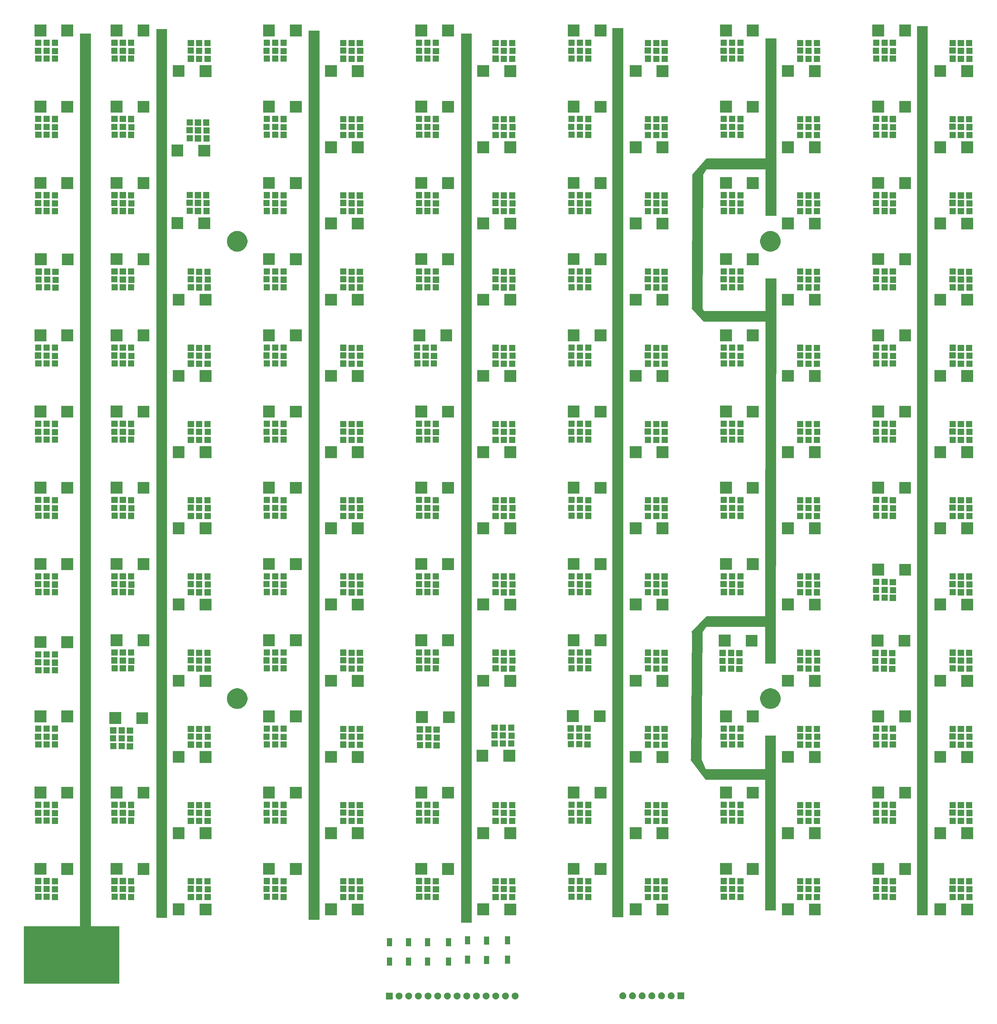
<source format=gbr>
G04 #@! TF.GenerationSoftware,KiCad,Pcbnew,(5.1.5-0-10_14)*
G04 #@! TF.CreationDate,2020-03-21T16:44:53+01:00*
G04 #@! TF.ProjectId,easypowerwall,65617379-706f-4776-9572-77616c6c2e6b,rev?*
G04 #@! TF.SameCoordinates,Original*
G04 #@! TF.FileFunction,Soldermask,Top*
G04 #@! TF.FilePolarity,Negative*
%FSLAX46Y46*%
G04 Gerber Fmt 4.6, Leading zero omitted, Abs format (unit mm)*
G04 Created by KiCad (PCBNEW (5.1.5-0-10_14)) date 2020-03-21 16:44:53*
%MOMM*%
%LPD*%
G04 APERTURE LIST*
%ADD10C,0.100000*%
G04 APERTURE END LIST*
D10*
G36*
X196000000Y-211500000D02*
G01*
X196000000Y-214250000D01*
X192000000Y-209000000D01*
X194875000Y-209000000D01*
X196000000Y-211500000D01*
G37*
X196000000Y-211500000D02*
X196000000Y-214250000D01*
X192000000Y-209000000D01*
X194875000Y-209000000D01*
X196000000Y-211500000D01*
G36*
X196250000Y-174000000D02*
G01*
X195125000Y-175500000D01*
X192250000Y-175500000D01*
X196250000Y-171375000D01*
X196250000Y-174000000D01*
G37*
X196250000Y-174000000D02*
X195125000Y-175500000D01*
X192250000Y-175500000D01*
X196250000Y-171375000D01*
X196250000Y-174000000D01*
G36*
X195500000Y-91250000D02*
G01*
X195500000Y-94000000D01*
X192250000Y-90500000D01*
X195125000Y-90500000D01*
X195500000Y-91250000D01*
G37*
X195500000Y-91250000D02*
X195500000Y-94000000D01*
X192250000Y-90500000D01*
X195125000Y-90500000D01*
X195500000Y-91250000D01*
G36*
X196250000Y-54000000D02*
G01*
X195250000Y-55500000D01*
X192500000Y-55500000D01*
X196250000Y-51250000D01*
X196250000Y-54000000D01*
G37*
X196250000Y-54000000D02*
X195250000Y-55500000D01*
X192500000Y-55500000D01*
X196250000Y-51250000D01*
X196250000Y-54000000D01*
G36*
X214375000Y-248500000D02*
G01*
X211625000Y-248500000D01*
X211625000Y-202750000D01*
X214375000Y-202750000D01*
X214375000Y-248500000D01*
G37*
X214375000Y-248500000D02*
X211625000Y-248500000D01*
X211625000Y-202750000D01*
X214375000Y-202750000D01*
X214375000Y-248500000D01*
G36*
X213500000Y-214250000D02*
G01*
X196000000Y-214250000D01*
X196000000Y-211500000D01*
X213500000Y-211500000D01*
X213500000Y-214250000D01*
G37*
X213500000Y-214250000D02*
X196000000Y-214250000D01*
X196000000Y-211500000D01*
X213500000Y-211500000D01*
X213500000Y-214250000D01*
G36*
X194875000Y-209000000D02*
G01*
X192125000Y-209000000D01*
X192375000Y-175500000D01*
X195125000Y-175500000D01*
X194875000Y-209000000D01*
G37*
X194875000Y-209000000D02*
X192125000Y-209000000D01*
X192375000Y-175500000D01*
X195125000Y-175500000D01*
X194875000Y-209000000D01*
G36*
X213750000Y-174125000D02*
G01*
X196250000Y-174125000D01*
X196250000Y-171375000D01*
X213750000Y-171375000D01*
X213750000Y-174125000D01*
G37*
X213750000Y-174125000D02*
X196250000Y-174125000D01*
X196250000Y-171375000D01*
X213750000Y-171375000D01*
X213750000Y-174125000D01*
G36*
X213750000Y-94000000D02*
G01*
X195500000Y-94000000D01*
X195500000Y-91250000D01*
X213750000Y-91250000D01*
X213750000Y-94000000D01*
G37*
X213750000Y-94000000D02*
X195500000Y-94000000D01*
X195500000Y-91250000D01*
X213750000Y-91250000D01*
X213750000Y-94000000D01*
G36*
X214375000Y-183750000D02*
G01*
X211625000Y-183750000D01*
X211750000Y-82750000D01*
X214500000Y-82750000D01*
X214375000Y-183750000D01*
G37*
X214375000Y-183750000D02*
X211625000Y-183750000D01*
X211750000Y-82750000D01*
X214500000Y-82750000D01*
X214375000Y-183750000D01*
G36*
X213750000Y-54000000D02*
G01*
X196250000Y-54000000D01*
X196250000Y-51250000D01*
X213750000Y-51250000D01*
X213750000Y-54000000D01*
G37*
X213750000Y-54000000D02*
X196250000Y-54000000D01*
X196250000Y-51250000D01*
X213750000Y-51250000D01*
X213750000Y-54000000D01*
G36*
X195125000Y-90500000D02*
G01*
X192375000Y-90500000D01*
X192500000Y-55500000D01*
X195250000Y-55500000D01*
X195125000Y-90500000D01*
G37*
X195125000Y-90500000D02*
X192375000Y-90500000D01*
X192500000Y-55500000D01*
X195250000Y-55500000D01*
X195125000Y-90500000D01*
G36*
X214500000Y-66250000D02*
G01*
X211750000Y-66250000D01*
X211750000Y-19750000D01*
X214500000Y-19750000D01*
X214500000Y-66250000D01*
G37*
X214500000Y-66250000D02*
X211750000Y-66250000D01*
X211750000Y-19750000D01*
X214500000Y-19750000D01*
X214500000Y-66250000D01*
G36*
X254250000Y-249750000D02*
G01*
X251500000Y-249750000D01*
X251500000Y-16500000D01*
X254250000Y-16500000D01*
X254250000Y-249750000D01*
G37*
X254250000Y-249750000D02*
X251500000Y-249750000D01*
X251500000Y-16500000D01*
X254250000Y-16500000D01*
X254250000Y-249750000D01*
G36*
X174250000Y-250250000D02*
G01*
X171500000Y-250250000D01*
X171500000Y-17000000D01*
X174250000Y-17000000D01*
X174250000Y-250250000D01*
G37*
X174250000Y-250250000D02*
X171500000Y-250250000D01*
X171500000Y-17000000D01*
X174250000Y-17000000D01*
X174250000Y-250250000D01*
G36*
X134500000Y-251750000D02*
G01*
X131750000Y-251750000D01*
X131750000Y-18500000D01*
X134500000Y-18500000D01*
X134500000Y-251750000D01*
G37*
X134500000Y-251750000D02*
X131750000Y-251750000D01*
X131750000Y-18500000D01*
X134500000Y-18500000D01*
X134500000Y-251750000D01*
G36*
X94500000Y-251000000D02*
G01*
X91750000Y-251000000D01*
X91750000Y-17750000D01*
X94500000Y-17750000D01*
X94500000Y-251000000D01*
G37*
X94500000Y-251000000D02*
X91750000Y-251000000D01*
X91750000Y-17750000D01*
X94500000Y-17750000D01*
X94500000Y-251000000D01*
G36*
X54500000Y-250500000D02*
G01*
X51750000Y-250500000D01*
X51750000Y-17250000D01*
X54500000Y-17250000D01*
X54500000Y-250500000D01*
G37*
X54500000Y-250500000D02*
X51750000Y-250500000D01*
X51750000Y-17250000D01*
X54500000Y-17250000D01*
X54500000Y-250500000D01*
G36*
X34500000Y-253500000D02*
G01*
X31750000Y-253500000D01*
X31750000Y-18500000D01*
X34500000Y-18500000D01*
X34500000Y-253500000D01*
G37*
X34500000Y-253500000D02*
X31750000Y-253500000D01*
X31750000Y-18500000D01*
X34500000Y-18500000D01*
X34500000Y-253500000D01*
G36*
X42000000Y-267750000D02*
G01*
X17000000Y-267750000D01*
X17000000Y-252750000D01*
X42000000Y-252750000D01*
X42000000Y-267750000D01*
G37*
X42000000Y-267750000D02*
X17000000Y-267750000D01*
X17000000Y-252750000D01*
X42000000Y-252750000D01*
X42000000Y-267750000D01*
G36*
X146093512Y-270153927D02*
G01*
X146242812Y-270183624D01*
X146406784Y-270251544D01*
X146554354Y-270350147D01*
X146679853Y-270475646D01*
X146778456Y-270623216D01*
X146846376Y-270787188D01*
X146881000Y-270961259D01*
X146881000Y-271138741D01*
X146846376Y-271312812D01*
X146778456Y-271476784D01*
X146679853Y-271624354D01*
X146554354Y-271749853D01*
X146406784Y-271848456D01*
X146242812Y-271916376D01*
X146093512Y-271946073D01*
X146068742Y-271951000D01*
X145891258Y-271951000D01*
X145866488Y-271946073D01*
X145717188Y-271916376D01*
X145553216Y-271848456D01*
X145405646Y-271749853D01*
X145280147Y-271624354D01*
X145181544Y-271476784D01*
X145113624Y-271312812D01*
X145079000Y-271138741D01*
X145079000Y-270961259D01*
X145113624Y-270787188D01*
X145181544Y-270623216D01*
X145280147Y-270475646D01*
X145405646Y-270350147D01*
X145553216Y-270251544D01*
X145717188Y-270183624D01*
X145866488Y-270153927D01*
X145891258Y-270149000D01*
X146068742Y-270149000D01*
X146093512Y-270153927D01*
G37*
G36*
X143553512Y-270153927D02*
G01*
X143702812Y-270183624D01*
X143866784Y-270251544D01*
X144014354Y-270350147D01*
X144139853Y-270475646D01*
X144238456Y-270623216D01*
X144306376Y-270787188D01*
X144341000Y-270961259D01*
X144341000Y-271138741D01*
X144306376Y-271312812D01*
X144238456Y-271476784D01*
X144139853Y-271624354D01*
X144014354Y-271749853D01*
X143866784Y-271848456D01*
X143702812Y-271916376D01*
X143553512Y-271946073D01*
X143528742Y-271951000D01*
X143351258Y-271951000D01*
X143326488Y-271946073D01*
X143177188Y-271916376D01*
X143013216Y-271848456D01*
X142865646Y-271749853D01*
X142740147Y-271624354D01*
X142641544Y-271476784D01*
X142573624Y-271312812D01*
X142539000Y-271138741D01*
X142539000Y-270961259D01*
X142573624Y-270787188D01*
X142641544Y-270623216D01*
X142740147Y-270475646D01*
X142865646Y-270350147D01*
X143013216Y-270251544D01*
X143177188Y-270183624D01*
X143326488Y-270153927D01*
X143351258Y-270149000D01*
X143528742Y-270149000D01*
X143553512Y-270153927D01*
G37*
G36*
X141013512Y-270153927D02*
G01*
X141162812Y-270183624D01*
X141326784Y-270251544D01*
X141474354Y-270350147D01*
X141599853Y-270475646D01*
X141698456Y-270623216D01*
X141766376Y-270787188D01*
X141801000Y-270961259D01*
X141801000Y-271138741D01*
X141766376Y-271312812D01*
X141698456Y-271476784D01*
X141599853Y-271624354D01*
X141474354Y-271749853D01*
X141326784Y-271848456D01*
X141162812Y-271916376D01*
X141013512Y-271946073D01*
X140988742Y-271951000D01*
X140811258Y-271951000D01*
X140786488Y-271946073D01*
X140637188Y-271916376D01*
X140473216Y-271848456D01*
X140325646Y-271749853D01*
X140200147Y-271624354D01*
X140101544Y-271476784D01*
X140033624Y-271312812D01*
X139999000Y-271138741D01*
X139999000Y-270961259D01*
X140033624Y-270787188D01*
X140101544Y-270623216D01*
X140200147Y-270475646D01*
X140325646Y-270350147D01*
X140473216Y-270251544D01*
X140637188Y-270183624D01*
X140786488Y-270153927D01*
X140811258Y-270149000D01*
X140988742Y-270149000D01*
X141013512Y-270153927D01*
G37*
G36*
X138473512Y-270153927D02*
G01*
X138622812Y-270183624D01*
X138786784Y-270251544D01*
X138934354Y-270350147D01*
X139059853Y-270475646D01*
X139158456Y-270623216D01*
X139226376Y-270787188D01*
X139261000Y-270961259D01*
X139261000Y-271138741D01*
X139226376Y-271312812D01*
X139158456Y-271476784D01*
X139059853Y-271624354D01*
X138934354Y-271749853D01*
X138786784Y-271848456D01*
X138622812Y-271916376D01*
X138473512Y-271946073D01*
X138448742Y-271951000D01*
X138271258Y-271951000D01*
X138246488Y-271946073D01*
X138097188Y-271916376D01*
X137933216Y-271848456D01*
X137785646Y-271749853D01*
X137660147Y-271624354D01*
X137561544Y-271476784D01*
X137493624Y-271312812D01*
X137459000Y-271138741D01*
X137459000Y-270961259D01*
X137493624Y-270787188D01*
X137561544Y-270623216D01*
X137660147Y-270475646D01*
X137785646Y-270350147D01*
X137933216Y-270251544D01*
X138097188Y-270183624D01*
X138246488Y-270153927D01*
X138271258Y-270149000D01*
X138448742Y-270149000D01*
X138473512Y-270153927D01*
G37*
G36*
X135933512Y-270153927D02*
G01*
X136082812Y-270183624D01*
X136246784Y-270251544D01*
X136394354Y-270350147D01*
X136519853Y-270475646D01*
X136618456Y-270623216D01*
X136686376Y-270787188D01*
X136721000Y-270961259D01*
X136721000Y-271138741D01*
X136686376Y-271312812D01*
X136618456Y-271476784D01*
X136519853Y-271624354D01*
X136394354Y-271749853D01*
X136246784Y-271848456D01*
X136082812Y-271916376D01*
X135933512Y-271946073D01*
X135908742Y-271951000D01*
X135731258Y-271951000D01*
X135706488Y-271946073D01*
X135557188Y-271916376D01*
X135393216Y-271848456D01*
X135245646Y-271749853D01*
X135120147Y-271624354D01*
X135021544Y-271476784D01*
X134953624Y-271312812D01*
X134919000Y-271138741D01*
X134919000Y-270961259D01*
X134953624Y-270787188D01*
X135021544Y-270623216D01*
X135120147Y-270475646D01*
X135245646Y-270350147D01*
X135393216Y-270251544D01*
X135557188Y-270183624D01*
X135706488Y-270153927D01*
X135731258Y-270149000D01*
X135908742Y-270149000D01*
X135933512Y-270153927D01*
G37*
G36*
X133393512Y-270153927D02*
G01*
X133542812Y-270183624D01*
X133706784Y-270251544D01*
X133854354Y-270350147D01*
X133979853Y-270475646D01*
X134078456Y-270623216D01*
X134146376Y-270787188D01*
X134181000Y-270961259D01*
X134181000Y-271138741D01*
X134146376Y-271312812D01*
X134078456Y-271476784D01*
X133979853Y-271624354D01*
X133854354Y-271749853D01*
X133706784Y-271848456D01*
X133542812Y-271916376D01*
X133393512Y-271946073D01*
X133368742Y-271951000D01*
X133191258Y-271951000D01*
X133166488Y-271946073D01*
X133017188Y-271916376D01*
X132853216Y-271848456D01*
X132705646Y-271749853D01*
X132580147Y-271624354D01*
X132481544Y-271476784D01*
X132413624Y-271312812D01*
X132379000Y-271138741D01*
X132379000Y-270961259D01*
X132413624Y-270787188D01*
X132481544Y-270623216D01*
X132580147Y-270475646D01*
X132705646Y-270350147D01*
X132853216Y-270251544D01*
X133017188Y-270183624D01*
X133166488Y-270153927D01*
X133191258Y-270149000D01*
X133368742Y-270149000D01*
X133393512Y-270153927D01*
G37*
G36*
X130853512Y-270153927D02*
G01*
X131002812Y-270183624D01*
X131166784Y-270251544D01*
X131314354Y-270350147D01*
X131439853Y-270475646D01*
X131538456Y-270623216D01*
X131606376Y-270787188D01*
X131641000Y-270961259D01*
X131641000Y-271138741D01*
X131606376Y-271312812D01*
X131538456Y-271476784D01*
X131439853Y-271624354D01*
X131314354Y-271749853D01*
X131166784Y-271848456D01*
X131002812Y-271916376D01*
X130853512Y-271946073D01*
X130828742Y-271951000D01*
X130651258Y-271951000D01*
X130626488Y-271946073D01*
X130477188Y-271916376D01*
X130313216Y-271848456D01*
X130165646Y-271749853D01*
X130040147Y-271624354D01*
X129941544Y-271476784D01*
X129873624Y-271312812D01*
X129839000Y-271138741D01*
X129839000Y-270961259D01*
X129873624Y-270787188D01*
X129941544Y-270623216D01*
X130040147Y-270475646D01*
X130165646Y-270350147D01*
X130313216Y-270251544D01*
X130477188Y-270183624D01*
X130626488Y-270153927D01*
X130651258Y-270149000D01*
X130828742Y-270149000D01*
X130853512Y-270153927D01*
G37*
G36*
X128313512Y-270153927D02*
G01*
X128462812Y-270183624D01*
X128626784Y-270251544D01*
X128774354Y-270350147D01*
X128899853Y-270475646D01*
X128998456Y-270623216D01*
X129066376Y-270787188D01*
X129101000Y-270961259D01*
X129101000Y-271138741D01*
X129066376Y-271312812D01*
X128998456Y-271476784D01*
X128899853Y-271624354D01*
X128774354Y-271749853D01*
X128626784Y-271848456D01*
X128462812Y-271916376D01*
X128313512Y-271946073D01*
X128288742Y-271951000D01*
X128111258Y-271951000D01*
X128086488Y-271946073D01*
X127937188Y-271916376D01*
X127773216Y-271848456D01*
X127625646Y-271749853D01*
X127500147Y-271624354D01*
X127401544Y-271476784D01*
X127333624Y-271312812D01*
X127299000Y-271138741D01*
X127299000Y-270961259D01*
X127333624Y-270787188D01*
X127401544Y-270623216D01*
X127500147Y-270475646D01*
X127625646Y-270350147D01*
X127773216Y-270251544D01*
X127937188Y-270183624D01*
X128086488Y-270153927D01*
X128111258Y-270149000D01*
X128288742Y-270149000D01*
X128313512Y-270153927D01*
G37*
G36*
X125773512Y-270153927D02*
G01*
X125922812Y-270183624D01*
X126086784Y-270251544D01*
X126234354Y-270350147D01*
X126359853Y-270475646D01*
X126458456Y-270623216D01*
X126526376Y-270787188D01*
X126561000Y-270961259D01*
X126561000Y-271138741D01*
X126526376Y-271312812D01*
X126458456Y-271476784D01*
X126359853Y-271624354D01*
X126234354Y-271749853D01*
X126086784Y-271848456D01*
X125922812Y-271916376D01*
X125773512Y-271946073D01*
X125748742Y-271951000D01*
X125571258Y-271951000D01*
X125546488Y-271946073D01*
X125397188Y-271916376D01*
X125233216Y-271848456D01*
X125085646Y-271749853D01*
X124960147Y-271624354D01*
X124861544Y-271476784D01*
X124793624Y-271312812D01*
X124759000Y-271138741D01*
X124759000Y-270961259D01*
X124793624Y-270787188D01*
X124861544Y-270623216D01*
X124960147Y-270475646D01*
X125085646Y-270350147D01*
X125233216Y-270251544D01*
X125397188Y-270183624D01*
X125546488Y-270153927D01*
X125571258Y-270149000D01*
X125748742Y-270149000D01*
X125773512Y-270153927D01*
G37*
G36*
X123233512Y-270153927D02*
G01*
X123382812Y-270183624D01*
X123546784Y-270251544D01*
X123694354Y-270350147D01*
X123819853Y-270475646D01*
X123918456Y-270623216D01*
X123986376Y-270787188D01*
X124021000Y-270961259D01*
X124021000Y-271138741D01*
X123986376Y-271312812D01*
X123918456Y-271476784D01*
X123819853Y-271624354D01*
X123694354Y-271749853D01*
X123546784Y-271848456D01*
X123382812Y-271916376D01*
X123233512Y-271946073D01*
X123208742Y-271951000D01*
X123031258Y-271951000D01*
X123006488Y-271946073D01*
X122857188Y-271916376D01*
X122693216Y-271848456D01*
X122545646Y-271749853D01*
X122420147Y-271624354D01*
X122321544Y-271476784D01*
X122253624Y-271312812D01*
X122219000Y-271138741D01*
X122219000Y-270961259D01*
X122253624Y-270787188D01*
X122321544Y-270623216D01*
X122420147Y-270475646D01*
X122545646Y-270350147D01*
X122693216Y-270251544D01*
X122857188Y-270183624D01*
X123006488Y-270153927D01*
X123031258Y-270149000D01*
X123208742Y-270149000D01*
X123233512Y-270153927D01*
G37*
G36*
X120693512Y-270153927D02*
G01*
X120842812Y-270183624D01*
X121006784Y-270251544D01*
X121154354Y-270350147D01*
X121279853Y-270475646D01*
X121378456Y-270623216D01*
X121446376Y-270787188D01*
X121481000Y-270961259D01*
X121481000Y-271138741D01*
X121446376Y-271312812D01*
X121378456Y-271476784D01*
X121279853Y-271624354D01*
X121154354Y-271749853D01*
X121006784Y-271848456D01*
X120842812Y-271916376D01*
X120693512Y-271946073D01*
X120668742Y-271951000D01*
X120491258Y-271951000D01*
X120466488Y-271946073D01*
X120317188Y-271916376D01*
X120153216Y-271848456D01*
X120005646Y-271749853D01*
X119880147Y-271624354D01*
X119781544Y-271476784D01*
X119713624Y-271312812D01*
X119679000Y-271138741D01*
X119679000Y-270961259D01*
X119713624Y-270787188D01*
X119781544Y-270623216D01*
X119880147Y-270475646D01*
X120005646Y-270350147D01*
X120153216Y-270251544D01*
X120317188Y-270183624D01*
X120466488Y-270153927D01*
X120491258Y-270149000D01*
X120668742Y-270149000D01*
X120693512Y-270153927D01*
G37*
G36*
X118153512Y-270153927D02*
G01*
X118302812Y-270183624D01*
X118466784Y-270251544D01*
X118614354Y-270350147D01*
X118739853Y-270475646D01*
X118838456Y-270623216D01*
X118906376Y-270787188D01*
X118941000Y-270961259D01*
X118941000Y-271138741D01*
X118906376Y-271312812D01*
X118838456Y-271476784D01*
X118739853Y-271624354D01*
X118614354Y-271749853D01*
X118466784Y-271848456D01*
X118302812Y-271916376D01*
X118153512Y-271946073D01*
X118128742Y-271951000D01*
X117951258Y-271951000D01*
X117926488Y-271946073D01*
X117777188Y-271916376D01*
X117613216Y-271848456D01*
X117465646Y-271749853D01*
X117340147Y-271624354D01*
X117241544Y-271476784D01*
X117173624Y-271312812D01*
X117139000Y-271138741D01*
X117139000Y-270961259D01*
X117173624Y-270787188D01*
X117241544Y-270623216D01*
X117340147Y-270475646D01*
X117465646Y-270350147D01*
X117613216Y-270251544D01*
X117777188Y-270183624D01*
X117926488Y-270153927D01*
X117951258Y-270149000D01*
X118128742Y-270149000D01*
X118153512Y-270153927D01*
G37*
G36*
X115613512Y-270153927D02*
G01*
X115762812Y-270183624D01*
X115926784Y-270251544D01*
X116074354Y-270350147D01*
X116199853Y-270475646D01*
X116298456Y-270623216D01*
X116366376Y-270787188D01*
X116401000Y-270961259D01*
X116401000Y-271138741D01*
X116366376Y-271312812D01*
X116298456Y-271476784D01*
X116199853Y-271624354D01*
X116074354Y-271749853D01*
X115926784Y-271848456D01*
X115762812Y-271916376D01*
X115613512Y-271946073D01*
X115588742Y-271951000D01*
X115411258Y-271951000D01*
X115386488Y-271946073D01*
X115237188Y-271916376D01*
X115073216Y-271848456D01*
X114925646Y-271749853D01*
X114800147Y-271624354D01*
X114701544Y-271476784D01*
X114633624Y-271312812D01*
X114599000Y-271138741D01*
X114599000Y-270961259D01*
X114633624Y-270787188D01*
X114701544Y-270623216D01*
X114800147Y-270475646D01*
X114925646Y-270350147D01*
X115073216Y-270251544D01*
X115237188Y-270183624D01*
X115386488Y-270153927D01*
X115411258Y-270149000D01*
X115588742Y-270149000D01*
X115613512Y-270153927D01*
G37*
G36*
X113861000Y-271951000D02*
G01*
X112059000Y-271951000D01*
X112059000Y-270149000D01*
X113861000Y-270149000D01*
X113861000Y-271951000D01*
G37*
G36*
X174373512Y-270103927D02*
G01*
X174522812Y-270133624D01*
X174686784Y-270201544D01*
X174834354Y-270300147D01*
X174959853Y-270425646D01*
X175058456Y-270573216D01*
X175126376Y-270737188D01*
X175161000Y-270911259D01*
X175161000Y-271088741D01*
X175126376Y-271262812D01*
X175058456Y-271426784D01*
X174959853Y-271574354D01*
X174834354Y-271699853D01*
X174686784Y-271798456D01*
X174522812Y-271866376D01*
X174373512Y-271896073D01*
X174348742Y-271901000D01*
X174171258Y-271901000D01*
X174146488Y-271896073D01*
X173997188Y-271866376D01*
X173833216Y-271798456D01*
X173685646Y-271699853D01*
X173560147Y-271574354D01*
X173461544Y-271426784D01*
X173393624Y-271262812D01*
X173359000Y-271088741D01*
X173359000Y-270911259D01*
X173393624Y-270737188D01*
X173461544Y-270573216D01*
X173560147Y-270425646D01*
X173685646Y-270300147D01*
X173833216Y-270201544D01*
X173997188Y-270133624D01*
X174146488Y-270103927D01*
X174171258Y-270099000D01*
X174348742Y-270099000D01*
X174373512Y-270103927D01*
G37*
G36*
X190401000Y-271901000D02*
G01*
X188599000Y-271901000D01*
X188599000Y-270099000D01*
X190401000Y-270099000D01*
X190401000Y-271901000D01*
G37*
G36*
X187073512Y-270103927D02*
G01*
X187222812Y-270133624D01*
X187386784Y-270201544D01*
X187534354Y-270300147D01*
X187659853Y-270425646D01*
X187758456Y-270573216D01*
X187826376Y-270737188D01*
X187861000Y-270911259D01*
X187861000Y-271088741D01*
X187826376Y-271262812D01*
X187758456Y-271426784D01*
X187659853Y-271574354D01*
X187534354Y-271699853D01*
X187386784Y-271798456D01*
X187222812Y-271866376D01*
X187073512Y-271896073D01*
X187048742Y-271901000D01*
X186871258Y-271901000D01*
X186846488Y-271896073D01*
X186697188Y-271866376D01*
X186533216Y-271798456D01*
X186385646Y-271699853D01*
X186260147Y-271574354D01*
X186161544Y-271426784D01*
X186093624Y-271262812D01*
X186059000Y-271088741D01*
X186059000Y-270911259D01*
X186093624Y-270737188D01*
X186161544Y-270573216D01*
X186260147Y-270425646D01*
X186385646Y-270300147D01*
X186533216Y-270201544D01*
X186697188Y-270133624D01*
X186846488Y-270103927D01*
X186871258Y-270099000D01*
X187048742Y-270099000D01*
X187073512Y-270103927D01*
G37*
G36*
X184533512Y-270103927D02*
G01*
X184682812Y-270133624D01*
X184846784Y-270201544D01*
X184994354Y-270300147D01*
X185119853Y-270425646D01*
X185218456Y-270573216D01*
X185286376Y-270737188D01*
X185321000Y-270911259D01*
X185321000Y-271088741D01*
X185286376Y-271262812D01*
X185218456Y-271426784D01*
X185119853Y-271574354D01*
X184994354Y-271699853D01*
X184846784Y-271798456D01*
X184682812Y-271866376D01*
X184533512Y-271896073D01*
X184508742Y-271901000D01*
X184331258Y-271901000D01*
X184306488Y-271896073D01*
X184157188Y-271866376D01*
X183993216Y-271798456D01*
X183845646Y-271699853D01*
X183720147Y-271574354D01*
X183621544Y-271426784D01*
X183553624Y-271262812D01*
X183519000Y-271088741D01*
X183519000Y-270911259D01*
X183553624Y-270737188D01*
X183621544Y-270573216D01*
X183720147Y-270425646D01*
X183845646Y-270300147D01*
X183993216Y-270201544D01*
X184157188Y-270133624D01*
X184306488Y-270103927D01*
X184331258Y-270099000D01*
X184508742Y-270099000D01*
X184533512Y-270103927D01*
G37*
G36*
X181993512Y-270103927D02*
G01*
X182142812Y-270133624D01*
X182306784Y-270201544D01*
X182454354Y-270300147D01*
X182579853Y-270425646D01*
X182678456Y-270573216D01*
X182746376Y-270737188D01*
X182781000Y-270911259D01*
X182781000Y-271088741D01*
X182746376Y-271262812D01*
X182678456Y-271426784D01*
X182579853Y-271574354D01*
X182454354Y-271699853D01*
X182306784Y-271798456D01*
X182142812Y-271866376D01*
X181993512Y-271896073D01*
X181968742Y-271901000D01*
X181791258Y-271901000D01*
X181766488Y-271896073D01*
X181617188Y-271866376D01*
X181453216Y-271798456D01*
X181305646Y-271699853D01*
X181180147Y-271574354D01*
X181081544Y-271426784D01*
X181013624Y-271262812D01*
X180979000Y-271088741D01*
X180979000Y-270911259D01*
X181013624Y-270737188D01*
X181081544Y-270573216D01*
X181180147Y-270425646D01*
X181305646Y-270300147D01*
X181453216Y-270201544D01*
X181617188Y-270133624D01*
X181766488Y-270103927D01*
X181791258Y-270099000D01*
X181968742Y-270099000D01*
X181993512Y-270103927D01*
G37*
G36*
X179453512Y-270103927D02*
G01*
X179602812Y-270133624D01*
X179766784Y-270201544D01*
X179914354Y-270300147D01*
X180039853Y-270425646D01*
X180138456Y-270573216D01*
X180206376Y-270737188D01*
X180241000Y-270911259D01*
X180241000Y-271088741D01*
X180206376Y-271262812D01*
X180138456Y-271426784D01*
X180039853Y-271574354D01*
X179914354Y-271699853D01*
X179766784Y-271798456D01*
X179602812Y-271866376D01*
X179453512Y-271896073D01*
X179428742Y-271901000D01*
X179251258Y-271901000D01*
X179226488Y-271896073D01*
X179077188Y-271866376D01*
X178913216Y-271798456D01*
X178765646Y-271699853D01*
X178640147Y-271574354D01*
X178541544Y-271426784D01*
X178473624Y-271262812D01*
X178439000Y-271088741D01*
X178439000Y-270911259D01*
X178473624Y-270737188D01*
X178541544Y-270573216D01*
X178640147Y-270425646D01*
X178765646Y-270300147D01*
X178913216Y-270201544D01*
X179077188Y-270133624D01*
X179226488Y-270103927D01*
X179251258Y-270099000D01*
X179428742Y-270099000D01*
X179453512Y-270103927D01*
G37*
G36*
X176913512Y-270103927D02*
G01*
X177062812Y-270133624D01*
X177226784Y-270201544D01*
X177374354Y-270300147D01*
X177499853Y-270425646D01*
X177598456Y-270573216D01*
X177666376Y-270737188D01*
X177701000Y-270911259D01*
X177701000Y-271088741D01*
X177666376Y-271262812D01*
X177598456Y-271426784D01*
X177499853Y-271574354D01*
X177374354Y-271699853D01*
X177226784Y-271798456D01*
X177062812Y-271866376D01*
X176913512Y-271896073D01*
X176888742Y-271901000D01*
X176711258Y-271901000D01*
X176686488Y-271896073D01*
X176537188Y-271866376D01*
X176373216Y-271798456D01*
X176225646Y-271699853D01*
X176100147Y-271574354D01*
X176001544Y-271426784D01*
X175933624Y-271262812D01*
X175899000Y-271088741D01*
X175899000Y-270911259D01*
X175933624Y-270737188D01*
X176001544Y-270573216D01*
X176100147Y-270425646D01*
X176225646Y-270300147D01*
X176373216Y-270201544D01*
X176537188Y-270133624D01*
X176686488Y-270103927D01*
X176711258Y-270099000D01*
X176888742Y-270099000D01*
X176913512Y-270103927D01*
G37*
G36*
X25466228Y-255036091D02*
G01*
X25810829Y-255104636D01*
X26784649Y-255508005D01*
X27661064Y-256093607D01*
X28406393Y-256838936D01*
X28991995Y-257715351D01*
X29395364Y-258689171D01*
X29601000Y-259722973D01*
X29601000Y-260777027D01*
X29395364Y-261810829D01*
X28991995Y-262784649D01*
X28406393Y-263661064D01*
X27661064Y-264406393D01*
X26784649Y-264991995D01*
X25810829Y-265395364D01*
X25466228Y-265463909D01*
X24777029Y-265601000D01*
X23722971Y-265601000D01*
X23033772Y-265463909D01*
X22689171Y-265395364D01*
X21715351Y-264991995D01*
X20838936Y-264406393D01*
X20093607Y-263661064D01*
X19508005Y-262784649D01*
X19104636Y-261810829D01*
X18899000Y-260777027D01*
X18899000Y-259722973D01*
X19104636Y-258689171D01*
X19508005Y-257715351D01*
X20093607Y-256838936D01*
X20838936Y-256093607D01*
X21715351Y-255508005D01*
X22689171Y-255104636D01*
X23033772Y-255036091D01*
X23722971Y-254899000D01*
X24777029Y-254899000D01*
X25466228Y-255036091D01*
G37*
G36*
X113676000Y-263091000D02*
G01*
X112324000Y-263091000D01*
X112324000Y-260989000D01*
X113676000Y-260989000D01*
X113676000Y-263091000D01*
G37*
G36*
X118676000Y-263091000D02*
G01*
X117324000Y-263091000D01*
X117324000Y-260989000D01*
X118676000Y-260989000D01*
X118676000Y-263091000D01*
G37*
G36*
X123676000Y-263091000D02*
G01*
X122324000Y-263091000D01*
X122324000Y-260989000D01*
X123676000Y-260989000D01*
X123676000Y-263091000D01*
G37*
G36*
X129176000Y-263091000D02*
G01*
X127824000Y-263091000D01*
X127824000Y-260989000D01*
X129176000Y-260989000D01*
X129176000Y-263091000D01*
G37*
G36*
X139176000Y-262631000D02*
G01*
X137824000Y-262631000D01*
X137824000Y-260529000D01*
X139176000Y-260529000D01*
X139176000Y-262631000D01*
G37*
G36*
X134176000Y-262591000D02*
G01*
X132824000Y-262591000D01*
X132824000Y-260489000D01*
X134176000Y-260489000D01*
X134176000Y-262591000D01*
G37*
G36*
X144676000Y-262591000D02*
G01*
X143324000Y-262591000D01*
X143324000Y-260489000D01*
X144676000Y-260489000D01*
X144676000Y-262591000D01*
G37*
G36*
X118676000Y-258011000D02*
G01*
X117324000Y-258011000D01*
X117324000Y-255909000D01*
X118676000Y-255909000D01*
X118676000Y-258011000D01*
G37*
G36*
X113676000Y-258011000D02*
G01*
X112324000Y-258011000D01*
X112324000Y-255909000D01*
X113676000Y-255909000D01*
X113676000Y-258011000D01*
G37*
G36*
X123676000Y-258011000D02*
G01*
X122324000Y-258011000D01*
X122324000Y-255909000D01*
X123676000Y-255909000D01*
X123676000Y-258011000D01*
G37*
G36*
X129176000Y-258011000D02*
G01*
X127824000Y-258011000D01*
X127824000Y-255909000D01*
X129176000Y-255909000D01*
X129176000Y-258011000D01*
G37*
G36*
X139176000Y-257551000D02*
G01*
X137824000Y-257551000D01*
X137824000Y-255449000D01*
X139176000Y-255449000D01*
X139176000Y-257551000D01*
G37*
G36*
X134176000Y-257511000D02*
G01*
X132824000Y-257511000D01*
X132824000Y-255409000D01*
X134176000Y-255409000D01*
X134176000Y-257511000D01*
G37*
G36*
X144676000Y-257511000D02*
G01*
X143324000Y-257511000D01*
X143324000Y-255409000D01*
X144676000Y-255409000D01*
X144676000Y-257511000D01*
G37*
G36*
X66227400Y-249885000D02*
G01*
X63125400Y-249885000D01*
X63125400Y-246783000D01*
X66227400Y-246783000D01*
X66227400Y-249885000D01*
G37*
G36*
X266227400Y-249885000D02*
G01*
X263125400Y-249885000D01*
X263125400Y-246783000D01*
X266227400Y-246783000D01*
X266227400Y-249885000D01*
G37*
G36*
X106227400Y-249885000D02*
G01*
X103125400Y-249885000D01*
X103125400Y-246783000D01*
X106227400Y-246783000D01*
X106227400Y-249885000D01*
G37*
G36*
X226227400Y-249885000D02*
G01*
X223125400Y-249885000D01*
X223125400Y-246783000D01*
X226227400Y-246783000D01*
X226227400Y-249885000D01*
G37*
G36*
X186227400Y-249885000D02*
G01*
X183125400Y-249885000D01*
X183125400Y-246783000D01*
X186227400Y-246783000D01*
X186227400Y-249885000D01*
G37*
G36*
X146227400Y-249885000D02*
G01*
X143125400Y-249885000D01*
X143125400Y-246783000D01*
X146227400Y-246783000D01*
X146227400Y-249885000D01*
G37*
G36*
X259166200Y-249859600D02*
G01*
X256064200Y-249859600D01*
X256064200Y-246757600D01*
X259166200Y-246757600D01*
X259166200Y-249859600D01*
G37*
G36*
X219166200Y-249859600D02*
G01*
X216064200Y-249859600D01*
X216064200Y-246757600D01*
X219166200Y-246757600D01*
X219166200Y-249859600D01*
G37*
G36*
X179166200Y-249859600D02*
G01*
X176064200Y-249859600D01*
X176064200Y-246757600D01*
X179166200Y-246757600D01*
X179166200Y-249859600D01*
G37*
G36*
X139166200Y-249859600D02*
G01*
X136064200Y-249859600D01*
X136064200Y-246757600D01*
X139166200Y-246757600D01*
X139166200Y-249859600D01*
G37*
G36*
X99166200Y-249859600D02*
G01*
X96064200Y-249859600D01*
X96064200Y-246757600D01*
X99166200Y-246757600D01*
X99166200Y-249859600D01*
G37*
G36*
X59166200Y-249859600D02*
G01*
X56064200Y-249859600D01*
X56064200Y-246757600D01*
X59166200Y-246757600D01*
X59166200Y-249859600D01*
G37*
G36*
X186048200Y-245921200D02*
G01*
X184422200Y-245921200D01*
X184422200Y-244295200D01*
X186048200Y-244295200D01*
X186048200Y-245921200D01*
G37*
G36*
X183838400Y-245921200D02*
G01*
X182212400Y-245921200D01*
X182212400Y-244295200D01*
X183838400Y-244295200D01*
X183838400Y-245921200D01*
G37*
G36*
X63838400Y-245921200D02*
G01*
X62212400Y-245921200D01*
X62212400Y-244295200D01*
X63838400Y-244295200D01*
X63838400Y-245921200D01*
G37*
G36*
X66048200Y-245921200D02*
G01*
X64422200Y-245921200D01*
X64422200Y-244295200D01*
X66048200Y-244295200D01*
X66048200Y-245921200D01*
G37*
G36*
X146048200Y-245921200D02*
G01*
X144422200Y-245921200D01*
X144422200Y-244295200D01*
X146048200Y-244295200D01*
X146048200Y-245921200D01*
G37*
G36*
X226048200Y-245921200D02*
G01*
X224422200Y-245921200D01*
X224422200Y-244295200D01*
X226048200Y-244295200D01*
X226048200Y-245921200D01*
G37*
G36*
X223838400Y-245921200D02*
G01*
X222212400Y-245921200D01*
X222212400Y-244295200D01*
X223838400Y-244295200D01*
X223838400Y-245921200D01*
G37*
G36*
X103838400Y-245921200D02*
G01*
X102212400Y-245921200D01*
X102212400Y-244295200D01*
X103838400Y-244295200D01*
X103838400Y-245921200D01*
G37*
G36*
X106048200Y-245921200D02*
G01*
X104422200Y-245921200D01*
X104422200Y-244295200D01*
X106048200Y-244295200D01*
X106048200Y-245921200D01*
G37*
G36*
X266048200Y-245921200D02*
G01*
X264422200Y-245921200D01*
X264422200Y-244295200D01*
X266048200Y-244295200D01*
X266048200Y-245921200D01*
G37*
G36*
X263838400Y-245921200D02*
G01*
X262212400Y-245921200D01*
X262212400Y-244295200D01*
X263838400Y-244295200D01*
X263838400Y-245921200D01*
G37*
G36*
X143838400Y-245921200D02*
G01*
X142212400Y-245921200D01*
X142212400Y-244295200D01*
X143838400Y-244295200D01*
X143838400Y-245921200D01*
G37*
G36*
X261654000Y-245895800D02*
G01*
X260028000Y-245895800D01*
X260028000Y-244269800D01*
X261654000Y-244269800D01*
X261654000Y-245895800D01*
G37*
G36*
X221654000Y-245895800D02*
G01*
X220028000Y-245895800D01*
X220028000Y-244269800D01*
X221654000Y-244269800D01*
X221654000Y-245895800D01*
G37*
G36*
X61654000Y-245895800D02*
G01*
X60028000Y-245895800D01*
X60028000Y-244269800D01*
X61654000Y-244269800D01*
X61654000Y-245895800D01*
G37*
G36*
X141654000Y-245895800D02*
G01*
X140028000Y-245895800D01*
X140028000Y-244269800D01*
X141654000Y-244269800D01*
X141654000Y-245895800D01*
G37*
G36*
X101654000Y-245895800D02*
G01*
X100028000Y-245895800D01*
X100028000Y-244269800D01*
X101654000Y-244269800D01*
X101654000Y-245895800D01*
G37*
G36*
X181654000Y-245895800D02*
G01*
X180028000Y-245895800D01*
X180028000Y-244269800D01*
X181654000Y-244269800D01*
X181654000Y-245895800D01*
G37*
G36*
X25972000Y-245870400D02*
G01*
X24346000Y-245870400D01*
X24346000Y-244244400D01*
X25972000Y-244244400D01*
X25972000Y-245870400D01*
G37*
G36*
X45972000Y-245870400D02*
G01*
X44346000Y-245870400D01*
X44346000Y-244244400D01*
X45972000Y-244244400D01*
X45972000Y-245870400D01*
G37*
G36*
X245972000Y-245870400D02*
G01*
X244346000Y-245870400D01*
X244346000Y-244244400D01*
X245972000Y-244244400D01*
X245972000Y-245870400D01*
G37*
G36*
X205972000Y-245870400D02*
G01*
X204346000Y-245870400D01*
X204346000Y-244244400D01*
X205972000Y-244244400D01*
X205972000Y-245870400D01*
G37*
G36*
X165972000Y-245870400D02*
G01*
X164346000Y-245870400D01*
X164346000Y-244244400D01*
X165972000Y-244244400D01*
X165972000Y-245870400D01*
G37*
G36*
X125972000Y-245870400D02*
G01*
X124346000Y-245870400D01*
X124346000Y-244244400D01*
X125972000Y-244244400D01*
X125972000Y-245870400D01*
G37*
G36*
X85972000Y-245870400D02*
G01*
X84346000Y-245870400D01*
X84346000Y-244244400D01*
X85972000Y-244244400D01*
X85972000Y-245870400D01*
G37*
G36*
X83787600Y-245845000D02*
G01*
X82161600Y-245845000D01*
X82161600Y-244219000D01*
X83787600Y-244219000D01*
X83787600Y-245845000D01*
G37*
G36*
X81603200Y-245845000D02*
G01*
X79977200Y-245845000D01*
X79977200Y-244219000D01*
X81603200Y-244219000D01*
X81603200Y-245845000D01*
G37*
G36*
X43787600Y-245845000D02*
G01*
X42161600Y-245845000D01*
X42161600Y-244219000D01*
X43787600Y-244219000D01*
X43787600Y-245845000D01*
G37*
G36*
X41603200Y-245845000D02*
G01*
X39977200Y-245845000D01*
X39977200Y-244219000D01*
X41603200Y-244219000D01*
X41603200Y-245845000D01*
G37*
G36*
X23787600Y-245845000D02*
G01*
X22161600Y-245845000D01*
X22161600Y-244219000D01*
X23787600Y-244219000D01*
X23787600Y-245845000D01*
G37*
G36*
X21603200Y-245845000D02*
G01*
X19977200Y-245845000D01*
X19977200Y-244219000D01*
X21603200Y-244219000D01*
X21603200Y-245845000D01*
G37*
G36*
X241603200Y-245845000D02*
G01*
X239977200Y-245845000D01*
X239977200Y-244219000D01*
X241603200Y-244219000D01*
X241603200Y-245845000D01*
G37*
G36*
X243787600Y-245845000D02*
G01*
X242161600Y-245845000D01*
X242161600Y-244219000D01*
X243787600Y-244219000D01*
X243787600Y-245845000D01*
G37*
G36*
X121603200Y-245845000D02*
G01*
X119977200Y-245845000D01*
X119977200Y-244219000D01*
X121603200Y-244219000D01*
X121603200Y-245845000D01*
G37*
G36*
X201603200Y-245845000D02*
G01*
X199977200Y-245845000D01*
X199977200Y-244219000D01*
X201603200Y-244219000D01*
X201603200Y-245845000D01*
G37*
G36*
X123787600Y-245845000D02*
G01*
X122161600Y-245845000D01*
X122161600Y-244219000D01*
X123787600Y-244219000D01*
X123787600Y-245845000D01*
G37*
G36*
X203787600Y-245845000D02*
G01*
X202161600Y-245845000D01*
X202161600Y-244219000D01*
X203787600Y-244219000D01*
X203787600Y-245845000D01*
G37*
G36*
X161603200Y-245845000D02*
G01*
X159977200Y-245845000D01*
X159977200Y-244219000D01*
X161603200Y-244219000D01*
X161603200Y-245845000D01*
G37*
G36*
X163787600Y-245845000D02*
G01*
X162161600Y-245845000D01*
X162161600Y-244219000D01*
X163787600Y-244219000D01*
X163787600Y-245845000D01*
G37*
G36*
X45997400Y-243889200D02*
G01*
X44371400Y-243889200D01*
X44371400Y-242263200D01*
X45997400Y-242263200D01*
X45997400Y-243889200D01*
G37*
G36*
X125997400Y-243889200D02*
G01*
X124371400Y-243889200D01*
X124371400Y-242263200D01*
X125997400Y-242263200D01*
X125997400Y-243889200D01*
G37*
G36*
X85997400Y-243889200D02*
G01*
X84371400Y-243889200D01*
X84371400Y-242263200D01*
X85997400Y-242263200D01*
X85997400Y-243889200D01*
G37*
G36*
X165997400Y-243889200D02*
G01*
X164371400Y-243889200D01*
X164371400Y-242263200D01*
X165997400Y-242263200D01*
X165997400Y-243889200D01*
G37*
G36*
X25997400Y-243889200D02*
G01*
X24371400Y-243889200D01*
X24371400Y-242263200D01*
X25997400Y-242263200D01*
X25997400Y-243889200D01*
G37*
G36*
X205997400Y-243889200D02*
G01*
X204371400Y-243889200D01*
X204371400Y-242263200D01*
X205997400Y-242263200D01*
X205997400Y-243889200D01*
G37*
G36*
X245997400Y-243889200D02*
G01*
X244371400Y-243889200D01*
X244371400Y-242263200D01*
X245997400Y-242263200D01*
X245997400Y-243889200D01*
G37*
G36*
X106099000Y-243838400D02*
G01*
X104473000Y-243838400D01*
X104473000Y-242212400D01*
X106099000Y-242212400D01*
X106099000Y-243838400D01*
G37*
G36*
X146099000Y-243838400D02*
G01*
X144473000Y-243838400D01*
X144473000Y-242212400D01*
X146099000Y-242212400D01*
X146099000Y-243838400D01*
G37*
G36*
X186099000Y-243838400D02*
G01*
X184473000Y-243838400D01*
X184473000Y-242212400D01*
X186099000Y-242212400D01*
X186099000Y-243838400D01*
G37*
G36*
X266099000Y-243838400D02*
G01*
X264473000Y-243838400D01*
X264473000Y-242212400D01*
X266099000Y-242212400D01*
X266099000Y-243838400D01*
G37*
G36*
X66099000Y-243838400D02*
G01*
X64473000Y-243838400D01*
X64473000Y-242212400D01*
X66099000Y-242212400D01*
X66099000Y-243838400D01*
G37*
G36*
X226099000Y-243838400D02*
G01*
X224473000Y-243838400D01*
X224473000Y-242212400D01*
X226099000Y-242212400D01*
X226099000Y-243838400D01*
G37*
G36*
X243787600Y-243813000D02*
G01*
X242161600Y-243813000D01*
X242161600Y-242187000D01*
X243787600Y-242187000D01*
X243787600Y-243813000D01*
G37*
G36*
X263838400Y-243813000D02*
G01*
X262212400Y-243813000D01*
X262212400Y-242187000D01*
X263838400Y-242187000D01*
X263838400Y-243813000D01*
G37*
G36*
X143838400Y-243813000D02*
G01*
X142212400Y-243813000D01*
X142212400Y-242187000D01*
X143838400Y-242187000D01*
X143838400Y-243813000D01*
G37*
G36*
X223838400Y-243813000D02*
G01*
X222212400Y-243813000D01*
X222212400Y-242187000D01*
X223838400Y-242187000D01*
X223838400Y-243813000D01*
G37*
G36*
X203787600Y-243813000D02*
G01*
X202161600Y-243813000D01*
X202161600Y-242187000D01*
X203787600Y-242187000D01*
X203787600Y-243813000D01*
G37*
G36*
X163787600Y-243813000D02*
G01*
X162161600Y-243813000D01*
X162161600Y-242187000D01*
X163787600Y-242187000D01*
X163787600Y-243813000D01*
G37*
G36*
X23787600Y-243813000D02*
G01*
X22161600Y-243813000D01*
X22161600Y-242187000D01*
X23787600Y-242187000D01*
X23787600Y-243813000D01*
G37*
G36*
X43787600Y-243813000D02*
G01*
X42161600Y-243813000D01*
X42161600Y-242187000D01*
X43787600Y-242187000D01*
X43787600Y-243813000D01*
G37*
G36*
X63838400Y-243813000D02*
G01*
X62212400Y-243813000D01*
X62212400Y-242187000D01*
X63838400Y-242187000D01*
X63838400Y-243813000D01*
G37*
G36*
X123787600Y-243813000D02*
G01*
X122161600Y-243813000D01*
X122161600Y-242187000D01*
X123787600Y-242187000D01*
X123787600Y-243813000D01*
G37*
G36*
X83787600Y-243813000D02*
G01*
X82161600Y-243813000D01*
X82161600Y-242187000D01*
X83787600Y-242187000D01*
X83787600Y-243813000D01*
G37*
G36*
X183838400Y-243813000D02*
G01*
X182212400Y-243813000D01*
X182212400Y-242187000D01*
X183838400Y-242187000D01*
X183838400Y-243813000D01*
G37*
G36*
X103838400Y-243813000D02*
G01*
X102212400Y-243813000D01*
X102212400Y-242187000D01*
X103838400Y-242187000D01*
X103838400Y-243813000D01*
G37*
G36*
X81527000Y-243787600D02*
G01*
X79901000Y-243787600D01*
X79901000Y-242161600D01*
X81527000Y-242161600D01*
X81527000Y-243787600D01*
G37*
G36*
X21527000Y-243787600D02*
G01*
X19901000Y-243787600D01*
X19901000Y-242161600D01*
X21527000Y-242161600D01*
X21527000Y-243787600D01*
G37*
G36*
X41527000Y-243787600D02*
G01*
X39901000Y-243787600D01*
X39901000Y-242161600D01*
X41527000Y-242161600D01*
X41527000Y-243787600D01*
G37*
G36*
X201527000Y-243787600D02*
G01*
X199901000Y-243787600D01*
X199901000Y-242161600D01*
X201527000Y-242161600D01*
X201527000Y-243787600D01*
G37*
G36*
X161527000Y-243787600D02*
G01*
X159901000Y-243787600D01*
X159901000Y-242161600D01*
X161527000Y-242161600D01*
X161527000Y-243787600D01*
G37*
G36*
X121527000Y-243787600D02*
G01*
X119901000Y-243787600D01*
X119901000Y-242161600D01*
X121527000Y-242161600D01*
X121527000Y-243787600D01*
G37*
G36*
X241527000Y-243787600D02*
G01*
X239901000Y-243787600D01*
X239901000Y-242161600D01*
X241527000Y-242161600D01*
X241527000Y-243787600D01*
G37*
G36*
X261628600Y-243736800D02*
G01*
X260002600Y-243736800D01*
X260002600Y-242110800D01*
X261628600Y-242110800D01*
X261628600Y-243736800D01*
G37*
G36*
X181628600Y-243736800D02*
G01*
X180002600Y-243736800D01*
X180002600Y-242110800D01*
X181628600Y-242110800D01*
X181628600Y-243736800D01*
G37*
G36*
X221628600Y-243736800D02*
G01*
X220002600Y-243736800D01*
X220002600Y-242110800D01*
X221628600Y-242110800D01*
X221628600Y-243736800D01*
G37*
G36*
X141628600Y-243736800D02*
G01*
X140002600Y-243736800D01*
X140002600Y-242110800D01*
X141628600Y-242110800D01*
X141628600Y-243736800D01*
G37*
G36*
X61628600Y-243736800D02*
G01*
X60002600Y-243736800D01*
X60002600Y-242110800D01*
X61628600Y-242110800D01*
X61628600Y-243736800D01*
G37*
G36*
X101628600Y-243736800D02*
G01*
X100002600Y-243736800D01*
X100002600Y-242110800D01*
X101628600Y-242110800D01*
X101628600Y-243736800D01*
G37*
G36*
X186022800Y-241781000D02*
G01*
X184396800Y-241781000D01*
X184396800Y-240155000D01*
X186022800Y-240155000D01*
X186022800Y-241781000D01*
G37*
G36*
X103838400Y-241781000D02*
G01*
X102212400Y-241781000D01*
X102212400Y-240155000D01*
X103838400Y-240155000D01*
X103838400Y-241781000D01*
G37*
G36*
X66022800Y-241781000D02*
G01*
X64396800Y-241781000D01*
X64396800Y-240155000D01*
X66022800Y-240155000D01*
X66022800Y-241781000D01*
G37*
G36*
X63838400Y-241781000D02*
G01*
X62212400Y-241781000D01*
X62212400Y-240155000D01*
X63838400Y-240155000D01*
X63838400Y-241781000D01*
G37*
G36*
X266022800Y-241781000D02*
G01*
X264396800Y-241781000D01*
X264396800Y-240155000D01*
X266022800Y-240155000D01*
X266022800Y-241781000D01*
G37*
G36*
X106022800Y-241781000D02*
G01*
X104396800Y-241781000D01*
X104396800Y-240155000D01*
X106022800Y-240155000D01*
X106022800Y-241781000D01*
G37*
G36*
X263838400Y-241781000D02*
G01*
X262212400Y-241781000D01*
X262212400Y-240155000D01*
X263838400Y-240155000D01*
X263838400Y-241781000D01*
G37*
G36*
X226022800Y-241781000D02*
G01*
X224396800Y-241781000D01*
X224396800Y-240155000D01*
X226022800Y-240155000D01*
X226022800Y-241781000D01*
G37*
G36*
X223838400Y-241781000D02*
G01*
X222212400Y-241781000D01*
X222212400Y-240155000D01*
X223838400Y-240155000D01*
X223838400Y-241781000D01*
G37*
G36*
X146022800Y-241781000D02*
G01*
X144396800Y-241781000D01*
X144396800Y-240155000D01*
X146022800Y-240155000D01*
X146022800Y-241781000D01*
G37*
G36*
X183838400Y-241781000D02*
G01*
X182212400Y-241781000D01*
X182212400Y-240155000D01*
X183838400Y-240155000D01*
X183838400Y-241781000D01*
G37*
G36*
X143838400Y-241781000D02*
G01*
X142212400Y-241781000D01*
X142212400Y-240155000D01*
X143838400Y-240155000D01*
X143838400Y-241781000D01*
G37*
G36*
X261654000Y-241755600D02*
G01*
X260028000Y-241755600D01*
X260028000Y-240129600D01*
X261654000Y-240129600D01*
X261654000Y-241755600D01*
G37*
G36*
X181654000Y-241755600D02*
G01*
X180028000Y-241755600D01*
X180028000Y-240129600D01*
X181654000Y-240129600D01*
X181654000Y-241755600D01*
G37*
G36*
X221654000Y-241755600D02*
G01*
X220028000Y-241755600D01*
X220028000Y-240129600D01*
X221654000Y-240129600D01*
X221654000Y-241755600D01*
G37*
G36*
X141654000Y-241755600D02*
G01*
X140028000Y-241755600D01*
X140028000Y-240129600D01*
X141654000Y-240129600D01*
X141654000Y-241755600D01*
G37*
G36*
X101654000Y-241755600D02*
G01*
X100028000Y-241755600D01*
X100028000Y-240129600D01*
X101654000Y-240129600D01*
X101654000Y-241755600D01*
G37*
G36*
X61654000Y-241755600D02*
G01*
X60028000Y-241755600D01*
X60028000Y-240129600D01*
X61654000Y-240129600D01*
X61654000Y-241755600D01*
G37*
G36*
X245972000Y-241730200D02*
G01*
X244346000Y-241730200D01*
X244346000Y-240104200D01*
X245972000Y-240104200D01*
X245972000Y-241730200D01*
G37*
G36*
X205972000Y-241730200D02*
G01*
X204346000Y-241730200D01*
X204346000Y-240104200D01*
X205972000Y-240104200D01*
X205972000Y-241730200D01*
G37*
G36*
X165972000Y-241730200D02*
G01*
X164346000Y-241730200D01*
X164346000Y-240104200D01*
X165972000Y-240104200D01*
X165972000Y-241730200D01*
G37*
G36*
X125972000Y-241730200D02*
G01*
X124346000Y-241730200D01*
X124346000Y-240104200D01*
X125972000Y-240104200D01*
X125972000Y-241730200D01*
G37*
G36*
X85972000Y-241730200D02*
G01*
X84346000Y-241730200D01*
X84346000Y-240104200D01*
X85972000Y-240104200D01*
X85972000Y-241730200D01*
G37*
G36*
X45972000Y-241730200D02*
G01*
X44346000Y-241730200D01*
X44346000Y-240104200D01*
X45972000Y-240104200D01*
X45972000Y-241730200D01*
G37*
G36*
X25972000Y-241730200D02*
G01*
X24346000Y-241730200D01*
X24346000Y-240104200D01*
X25972000Y-240104200D01*
X25972000Y-241730200D01*
G37*
G36*
X123787600Y-241704800D02*
G01*
X122161600Y-241704800D01*
X122161600Y-240078800D01*
X123787600Y-240078800D01*
X123787600Y-241704800D01*
G37*
G36*
X41577800Y-241704800D02*
G01*
X39951800Y-241704800D01*
X39951800Y-240078800D01*
X41577800Y-240078800D01*
X41577800Y-241704800D01*
G37*
G36*
X243787600Y-241704800D02*
G01*
X242161600Y-241704800D01*
X242161600Y-240078800D01*
X243787600Y-240078800D01*
X243787600Y-241704800D01*
G37*
G36*
X241577800Y-241704800D02*
G01*
X239951800Y-241704800D01*
X239951800Y-240078800D01*
X241577800Y-240078800D01*
X241577800Y-241704800D01*
G37*
G36*
X203787600Y-241704800D02*
G01*
X202161600Y-241704800D01*
X202161600Y-240078800D01*
X203787600Y-240078800D01*
X203787600Y-241704800D01*
G37*
G36*
X201577800Y-241704800D02*
G01*
X199951800Y-241704800D01*
X199951800Y-240078800D01*
X201577800Y-240078800D01*
X201577800Y-241704800D01*
G37*
G36*
X163787600Y-241704800D02*
G01*
X162161600Y-241704800D01*
X162161600Y-240078800D01*
X163787600Y-240078800D01*
X163787600Y-241704800D01*
G37*
G36*
X161577800Y-241704800D02*
G01*
X159951800Y-241704800D01*
X159951800Y-240078800D01*
X161577800Y-240078800D01*
X161577800Y-241704800D01*
G37*
G36*
X121577800Y-241704800D02*
G01*
X119951800Y-241704800D01*
X119951800Y-240078800D01*
X121577800Y-240078800D01*
X121577800Y-241704800D01*
G37*
G36*
X83787600Y-241704800D02*
G01*
X82161600Y-241704800D01*
X82161600Y-240078800D01*
X83787600Y-240078800D01*
X83787600Y-241704800D01*
G37*
G36*
X81577800Y-241704800D02*
G01*
X79951800Y-241704800D01*
X79951800Y-240078800D01*
X81577800Y-240078800D01*
X81577800Y-241704800D01*
G37*
G36*
X43787600Y-241704800D02*
G01*
X42161600Y-241704800D01*
X42161600Y-240078800D01*
X43787600Y-240078800D01*
X43787600Y-241704800D01*
G37*
G36*
X21577800Y-241704800D02*
G01*
X19951800Y-241704800D01*
X19951800Y-240078800D01*
X21577800Y-240078800D01*
X21577800Y-241704800D01*
G37*
G36*
X23787600Y-241704800D02*
G01*
X22161600Y-241704800D01*
X22161600Y-240078800D01*
X23787600Y-240078800D01*
X23787600Y-241704800D01*
G37*
G36*
X49935800Y-239242400D02*
G01*
X46833800Y-239242400D01*
X46833800Y-236140400D01*
X49935800Y-236140400D01*
X49935800Y-239242400D01*
G37*
G36*
X129935800Y-239242400D02*
G01*
X126833800Y-239242400D01*
X126833800Y-236140400D01*
X129935800Y-236140400D01*
X129935800Y-239242400D01*
G37*
G36*
X89935800Y-239242400D02*
G01*
X86833800Y-239242400D01*
X86833800Y-236140400D01*
X89935800Y-236140400D01*
X89935800Y-239242400D01*
G37*
G36*
X249935800Y-239242400D02*
G01*
X246833800Y-239242400D01*
X246833800Y-236140400D01*
X249935800Y-236140400D01*
X249935800Y-239242400D01*
G37*
G36*
X209935800Y-239242400D02*
G01*
X206833800Y-239242400D01*
X206833800Y-236140400D01*
X209935800Y-236140400D01*
X209935800Y-239242400D01*
G37*
G36*
X169935800Y-239242400D02*
G01*
X166833800Y-239242400D01*
X166833800Y-236140400D01*
X169935800Y-236140400D01*
X169935800Y-239242400D01*
G37*
G36*
X29935800Y-239242400D02*
G01*
X26833800Y-239242400D01*
X26833800Y-236140400D01*
X29935800Y-236140400D01*
X29935800Y-239242400D01*
G37*
G36*
X242874600Y-239217000D02*
G01*
X239772600Y-239217000D01*
X239772600Y-236115000D01*
X242874600Y-236115000D01*
X242874600Y-239217000D01*
G37*
G36*
X82874600Y-239217000D02*
G01*
X79772600Y-239217000D01*
X79772600Y-236115000D01*
X82874600Y-236115000D01*
X82874600Y-239217000D01*
G37*
G36*
X202874600Y-239217000D02*
G01*
X199772600Y-239217000D01*
X199772600Y-236115000D01*
X202874600Y-236115000D01*
X202874600Y-239217000D01*
G37*
G36*
X22874600Y-239217000D02*
G01*
X19772600Y-239217000D01*
X19772600Y-236115000D01*
X22874600Y-236115000D01*
X22874600Y-239217000D01*
G37*
G36*
X42874600Y-239217000D02*
G01*
X39772600Y-239217000D01*
X39772600Y-236115000D01*
X42874600Y-236115000D01*
X42874600Y-239217000D01*
G37*
G36*
X162874600Y-239217000D02*
G01*
X159772600Y-239217000D01*
X159772600Y-236115000D01*
X162874600Y-236115000D01*
X162874600Y-239217000D01*
G37*
G36*
X122874600Y-239217000D02*
G01*
X119772600Y-239217000D01*
X119772600Y-236115000D01*
X122874600Y-236115000D01*
X122874600Y-239217000D01*
G37*
G36*
X226227400Y-229885000D02*
G01*
X223125400Y-229885000D01*
X223125400Y-226783000D01*
X226227400Y-226783000D01*
X226227400Y-229885000D01*
G37*
G36*
X106227400Y-229885000D02*
G01*
X103125400Y-229885000D01*
X103125400Y-226783000D01*
X106227400Y-226783000D01*
X106227400Y-229885000D01*
G37*
G36*
X66227400Y-229885000D02*
G01*
X63125400Y-229885000D01*
X63125400Y-226783000D01*
X66227400Y-226783000D01*
X66227400Y-229885000D01*
G37*
G36*
X146227400Y-229885000D02*
G01*
X143125400Y-229885000D01*
X143125400Y-226783000D01*
X146227400Y-226783000D01*
X146227400Y-229885000D01*
G37*
G36*
X266227400Y-229885000D02*
G01*
X263125400Y-229885000D01*
X263125400Y-226783000D01*
X266227400Y-226783000D01*
X266227400Y-229885000D01*
G37*
G36*
X186227400Y-229885000D02*
G01*
X183125400Y-229885000D01*
X183125400Y-226783000D01*
X186227400Y-226783000D01*
X186227400Y-229885000D01*
G37*
G36*
X59166200Y-229859600D02*
G01*
X56064200Y-229859600D01*
X56064200Y-226757600D01*
X59166200Y-226757600D01*
X59166200Y-229859600D01*
G37*
G36*
X139166200Y-229859600D02*
G01*
X136064200Y-229859600D01*
X136064200Y-226757600D01*
X139166200Y-226757600D01*
X139166200Y-229859600D01*
G37*
G36*
X259166200Y-229859600D02*
G01*
X256064200Y-229859600D01*
X256064200Y-226757600D01*
X259166200Y-226757600D01*
X259166200Y-229859600D01*
G37*
G36*
X99166200Y-229859600D02*
G01*
X96064200Y-229859600D01*
X96064200Y-226757600D01*
X99166200Y-226757600D01*
X99166200Y-229859600D01*
G37*
G36*
X219166200Y-229859600D02*
G01*
X216064200Y-229859600D01*
X216064200Y-226757600D01*
X219166200Y-226757600D01*
X219166200Y-229859600D01*
G37*
G36*
X179166200Y-229859600D02*
G01*
X176064200Y-229859600D01*
X176064200Y-226757600D01*
X179166200Y-226757600D01*
X179166200Y-229859600D01*
G37*
G36*
X103838400Y-225921200D02*
G01*
X102212400Y-225921200D01*
X102212400Y-224295200D01*
X103838400Y-224295200D01*
X103838400Y-225921200D01*
G37*
G36*
X183838400Y-225921200D02*
G01*
X182212400Y-225921200D01*
X182212400Y-224295200D01*
X183838400Y-224295200D01*
X183838400Y-225921200D01*
G37*
G36*
X226048200Y-225921200D02*
G01*
X224422200Y-225921200D01*
X224422200Y-224295200D01*
X226048200Y-224295200D01*
X226048200Y-225921200D01*
G37*
G36*
X186048200Y-225921200D02*
G01*
X184422200Y-225921200D01*
X184422200Y-224295200D01*
X186048200Y-224295200D01*
X186048200Y-225921200D01*
G37*
G36*
X146048200Y-225921200D02*
G01*
X144422200Y-225921200D01*
X144422200Y-224295200D01*
X146048200Y-224295200D01*
X146048200Y-225921200D01*
G37*
G36*
X143838400Y-225921200D02*
G01*
X142212400Y-225921200D01*
X142212400Y-224295200D01*
X143838400Y-224295200D01*
X143838400Y-225921200D01*
G37*
G36*
X266048200Y-225921200D02*
G01*
X264422200Y-225921200D01*
X264422200Y-224295200D01*
X266048200Y-224295200D01*
X266048200Y-225921200D01*
G37*
G36*
X106048200Y-225921200D02*
G01*
X104422200Y-225921200D01*
X104422200Y-224295200D01*
X106048200Y-224295200D01*
X106048200Y-225921200D01*
G37*
G36*
X63838400Y-225921200D02*
G01*
X62212400Y-225921200D01*
X62212400Y-224295200D01*
X63838400Y-224295200D01*
X63838400Y-225921200D01*
G37*
G36*
X263838400Y-225921200D02*
G01*
X262212400Y-225921200D01*
X262212400Y-224295200D01*
X263838400Y-224295200D01*
X263838400Y-225921200D01*
G37*
G36*
X223838400Y-225921200D02*
G01*
X222212400Y-225921200D01*
X222212400Y-224295200D01*
X223838400Y-224295200D01*
X223838400Y-225921200D01*
G37*
G36*
X66048200Y-225921200D02*
G01*
X64422200Y-225921200D01*
X64422200Y-224295200D01*
X66048200Y-224295200D01*
X66048200Y-225921200D01*
G37*
G36*
X221654000Y-225895800D02*
G01*
X220028000Y-225895800D01*
X220028000Y-224269800D01*
X221654000Y-224269800D01*
X221654000Y-225895800D01*
G37*
G36*
X61654000Y-225895800D02*
G01*
X60028000Y-225895800D01*
X60028000Y-224269800D01*
X61654000Y-224269800D01*
X61654000Y-225895800D01*
G37*
G36*
X261654000Y-225895800D02*
G01*
X260028000Y-225895800D01*
X260028000Y-224269800D01*
X261654000Y-224269800D01*
X261654000Y-225895800D01*
G37*
G36*
X141654000Y-225895800D02*
G01*
X140028000Y-225895800D01*
X140028000Y-224269800D01*
X141654000Y-224269800D01*
X141654000Y-225895800D01*
G37*
G36*
X181654000Y-225895800D02*
G01*
X180028000Y-225895800D01*
X180028000Y-224269800D01*
X181654000Y-224269800D01*
X181654000Y-225895800D01*
G37*
G36*
X101654000Y-225895800D02*
G01*
X100028000Y-225895800D01*
X100028000Y-224269800D01*
X101654000Y-224269800D01*
X101654000Y-225895800D01*
G37*
G36*
X245972000Y-225870400D02*
G01*
X244346000Y-225870400D01*
X244346000Y-224244400D01*
X245972000Y-224244400D01*
X245972000Y-225870400D01*
G37*
G36*
X45972000Y-225870400D02*
G01*
X44346000Y-225870400D01*
X44346000Y-224244400D01*
X45972000Y-224244400D01*
X45972000Y-225870400D01*
G37*
G36*
X205972000Y-225870400D02*
G01*
X204346000Y-225870400D01*
X204346000Y-224244400D01*
X205972000Y-224244400D01*
X205972000Y-225870400D01*
G37*
G36*
X165972000Y-225870400D02*
G01*
X164346000Y-225870400D01*
X164346000Y-224244400D01*
X165972000Y-224244400D01*
X165972000Y-225870400D01*
G37*
G36*
X125972000Y-225870400D02*
G01*
X124346000Y-225870400D01*
X124346000Y-224244400D01*
X125972000Y-224244400D01*
X125972000Y-225870400D01*
G37*
G36*
X85972000Y-225870400D02*
G01*
X84346000Y-225870400D01*
X84346000Y-224244400D01*
X85972000Y-224244400D01*
X85972000Y-225870400D01*
G37*
G36*
X25972000Y-225870400D02*
G01*
X24346000Y-225870400D01*
X24346000Y-224244400D01*
X25972000Y-224244400D01*
X25972000Y-225870400D01*
G37*
G36*
X241603200Y-225845000D02*
G01*
X239977200Y-225845000D01*
X239977200Y-224219000D01*
X241603200Y-224219000D01*
X241603200Y-225845000D01*
G37*
G36*
X203787600Y-225845000D02*
G01*
X202161600Y-225845000D01*
X202161600Y-224219000D01*
X203787600Y-224219000D01*
X203787600Y-225845000D01*
G37*
G36*
X43787600Y-225845000D02*
G01*
X42161600Y-225845000D01*
X42161600Y-224219000D01*
X43787600Y-224219000D01*
X43787600Y-225845000D01*
G37*
G36*
X21603200Y-225845000D02*
G01*
X19977200Y-225845000D01*
X19977200Y-224219000D01*
X21603200Y-224219000D01*
X21603200Y-225845000D01*
G37*
G36*
X23787600Y-225845000D02*
G01*
X22161600Y-225845000D01*
X22161600Y-224219000D01*
X23787600Y-224219000D01*
X23787600Y-225845000D01*
G37*
G36*
X41603200Y-225845000D02*
G01*
X39977200Y-225845000D01*
X39977200Y-224219000D01*
X41603200Y-224219000D01*
X41603200Y-225845000D01*
G37*
G36*
X121603200Y-225845000D02*
G01*
X119977200Y-225845000D01*
X119977200Y-224219000D01*
X121603200Y-224219000D01*
X121603200Y-225845000D01*
G37*
G36*
X243787600Y-225845000D02*
G01*
X242161600Y-225845000D01*
X242161600Y-224219000D01*
X243787600Y-224219000D01*
X243787600Y-225845000D01*
G37*
G36*
X81603200Y-225845000D02*
G01*
X79977200Y-225845000D01*
X79977200Y-224219000D01*
X81603200Y-224219000D01*
X81603200Y-225845000D01*
G37*
G36*
X83787600Y-225845000D02*
G01*
X82161600Y-225845000D01*
X82161600Y-224219000D01*
X83787600Y-224219000D01*
X83787600Y-225845000D01*
G37*
G36*
X163787600Y-225845000D02*
G01*
X162161600Y-225845000D01*
X162161600Y-224219000D01*
X163787600Y-224219000D01*
X163787600Y-225845000D01*
G37*
G36*
X123787600Y-225845000D02*
G01*
X122161600Y-225845000D01*
X122161600Y-224219000D01*
X123787600Y-224219000D01*
X123787600Y-225845000D01*
G37*
G36*
X161603200Y-225845000D02*
G01*
X159977200Y-225845000D01*
X159977200Y-224219000D01*
X161603200Y-224219000D01*
X161603200Y-225845000D01*
G37*
G36*
X201603200Y-225845000D02*
G01*
X199977200Y-225845000D01*
X199977200Y-224219000D01*
X201603200Y-224219000D01*
X201603200Y-225845000D01*
G37*
G36*
X125997400Y-223889200D02*
G01*
X124371400Y-223889200D01*
X124371400Y-222263200D01*
X125997400Y-222263200D01*
X125997400Y-223889200D01*
G37*
G36*
X165997400Y-223889200D02*
G01*
X164371400Y-223889200D01*
X164371400Y-222263200D01*
X165997400Y-222263200D01*
X165997400Y-223889200D01*
G37*
G36*
X85997400Y-223889200D02*
G01*
X84371400Y-223889200D01*
X84371400Y-222263200D01*
X85997400Y-222263200D01*
X85997400Y-223889200D01*
G37*
G36*
X205997400Y-223889200D02*
G01*
X204371400Y-223889200D01*
X204371400Y-222263200D01*
X205997400Y-222263200D01*
X205997400Y-223889200D01*
G37*
G36*
X245997400Y-223889200D02*
G01*
X244371400Y-223889200D01*
X244371400Y-222263200D01*
X245997400Y-222263200D01*
X245997400Y-223889200D01*
G37*
G36*
X25997400Y-223889200D02*
G01*
X24371400Y-223889200D01*
X24371400Y-222263200D01*
X25997400Y-222263200D01*
X25997400Y-223889200D01*
G37*
G36*
X45997400Y-223889200D02*
G01*
X44371400Y-223889200D01*
X44371400Y-222263200D01*
X45997400Y-222263200D01*
X45997400Y-223889200D01*
G37*
G36*
X266099000Y-223838400D02*
G01*
X264473000Y-223838400D01*
X264473000Y-222212400D01*
X266099000Y-222212400D01*
X266099000Y-223838400D01*
G37*
G36*
X186099000Y-223838400D02*
G01*
X184473000Y-223838400D01*
X184473000Y-222212400D01*
X186099000Y-222212400D01*
X186099000Y-223838400D01*
G37*
G36*
X66099000Y-223838400D02*
G01*
X64473000Y-223838400D01*
X64473000Y-222212400D01*
X66099000Y-222212400D01*
X66099000Y-223838400D01*
G37*
G36*
X226099000Y-223838400D02*
G01*
X224473000Y-223838400D01*
X224473000Y-222212400D01*
X226099000Y-222212400D01*
X226099000Y-223838400D01*
G37*
G36*
X106099000Y-223838400D02*
G01*
X104473000Y-223838400D01*
X104473000Y-222212400D01*
X106099000Y-222212400D01*
X106099000Y-223838400D01*
G37*
G36*
X146099000Y-223838400D02*
G01*
X144473000Y-223838400D01*
X144473000Y-222212400D01*
X146099000Y-222212400D01*
X146099000Y-223838400D01*
G37*
G36*
X203787600Y-223813000D02*
G01*
X202161600Y-223813000D01*
X202161600Y-222187000D01*
X203787600Y-222187000D01*
X203787600Y-223813000D01*
G37*
G36*
X183838400Y-223813000D02*
G01*
X182212400Y-223813000D01*
X182212400Y-222187000D01*
X183838400Y-222187000D01*
X183838400Y-223813000D01*
G37*
G36*
X263838400Y-223813000D02*
G01*
X262212400Y-223813000D01*
X262212400Y-222187000D01*
X263838400Y-222187000D01*
X263838400Y-223813000D01*
G37*
G36*
X23787600Y-223813000D02*
G01*
X22161600Y-223813000D01*
X22161600Y-222187000D01*
X23787600Y-222187000D01*
X23787600Y-223813000D01*
G37*
G36*
X143838400Y-223813000D02*
G01*
X142212400Y-223813000D01*
X142212400Y-222187000D01*
X143838400Y-222187000D01*
X143838400Y-223813000D01*
G37*
G36*
X63838400Y-223813000D02*
G01*
X62212400Y-223813000D01*
X62212400Y-222187000D01*
X63838400Y-222187000D01*
X63838400Y-223813000D01*
G37*
G36*
X243787600Y-223813000D02*
G01*
X242161600Y-223813000D01*
X242161600Y-222187000D01*
X243787600Y-222187000D01*
X243787600Y-223813000D01*
G37*
G36*
X123787600Y-223813000D02*
G01*
X122161600Y-223813000D01*
X122161600Y-222187000D01*
X123787600Y-222187000D01*
X123787600Y-223813000D01*
G37*
G36*
X223838400Y-223813000D02*
G01*
X222212400Y-223813000D01*
X222212400Y-222187000D01*
X223838400Y-222187000D01*
X223838400Y-223813000D01*
G37*
G36*
X43787600Y-223813000D02*
G01*
X42161600Y-223813000D01*
X42161600Y-222187000D01*
X43787600Y-222187000D01*
X43787600Y-223813000D01*
G37*
G36*
X163787600Y-223813000D02*
G01*
X162161600Y-223813000D01*
X162161600Y-222187000D01*
X163787600Y-222187000D01*
X163787600Y-223813000D01*
G37*
G36*
X83787600Y-223813000D02*
G01*
X82161600Y-223813000D01*
X82161600Y-222187000D01*
X83787600Y-222187000D01*
X83787600Y-223813000D01*
G37*
G36*
X103838400Y-223813000D02*
G01*
X102212400Y-223813000D01*
X102212400Y-222187000D01*
X103838400Y-222187000D01*
X103838400Y-223813000D01*
G37*
G36*
X41527000Y-223787600D02*
G01*
X39901000Y-223787600D01*
X39901000Y-222161600D01*
X41527000Y-222161600D01*
X41527000Y-223787600D01*
G37*
G36*
X121527000Y-223787600D02*
G01*
X119901000Y-223787600D01*
X119901000Y-222161600D01*
X121527000Y-222161600D01*
X121527000Y-223787600D01*
G37*
G36*
X161527000Y-223787600D02*
G01*
X159901000Y-223787600D01*
X159901000Y-222161600D01*
X161527000Y-222161600D01*
X161527000Y-223787600D01*
G37*
G36*
X241527000Y-223787600D02*
G01*
X239901000Y-223787600D01*
X239901000Y-222161600D01*
X241527000Y-222161600D01*
X241527000Y-223787600D01*
G37*
G36*
X201527000Y-223787600D02*
G01*
X199901000Y-223787600D01*
X199901000Y-222161600D01*
X201527000Y-222161600D01*
X201527000Y-223787600D01*
G37*
G36*
X81527000Y-223787600D02*
G01*
X79901000Y-223787600D01*
X79901000Y-222161600D01*
X81527000Y-222161600D01*
X81527000Y-223787600D01*
G37*
G36*
X21527000Y-223787600D02*
G01*
X19901000Y-223787600D01*
X19901000Y-222161600D01*
X21527000Y-222161600D01*
X21527000Y-223787600D01*
G37*
G36*
X61628600Y-223736800D02*
G01*
X60002600Y-223736800D01*
X60002600Y-222110800D01*
X61628600Y-222110800D01*
X61628600Y-223736800D01*
G37*
G36*
X261628600Y-223736800D02*
G01*
X260002600Y-223736800D01*
X260002600Y-222110800D01*
X261628600Y-222110800D01*
X261628600Y-223736800D01*
G37*
G36*
X181628600Y-223736800D02*
G01*
X180002600Y-223736800D01*
X180002600Y-222110800D01*
X181628600Y-222110800D01*
X181628600Y-223736800D01*
G37*
G36*
X101628600Y-223736800D02*
G01*
X100002600Y-223736800D01*
X100002600Y-222110800D01*
X101628600Y-222110800D01*
X101628600Y-223736800D01*
G37*
G36*
X221628600Y-223736800D02*
G01*
X220002600Y-223736800D01*
X220002600Y-222110800D01*
X221628600Y-222110800D01*
X221628600Y-223736800D01*
G37*
G36*
X141628600Y-223736800D02*
G01*
X140002600Y-223736800D01*
X140002600Y-222110800D01*
X141628600Y-222110800D01*
X141628600Y-223736800D01*
G37*
G36*
X103838400Y-221781000D02*
G01*
X102212400Y-221781000D01*
X102212400Y-220155000D01*
X103838400Y-220155000D01*
X103838400Y-221781000D01*
G37*
G36*
X66022800Y-221781000D02*
G01*
X64396800Y-221781000D01*
X64396800Y-220155000D01*
X66022800Y-220155000D01*
X66022800Y-221781000D01*
G37*
G36*
X226022800Y-221781000D02*
G01*
X224396800Y-221781000D01*
X224396800Y-220155000D01*
X226022800Y-220155000D01*
X226022800Y-221781000D01*
G37*
G36*
X63838400Y-221781000D02*
G01*
X62212400Y-221781000D01*
X62212400Y-220155000D01*
X63838400Y-220155000D01*
X63838400Y-221781000D01*
G37*
G36*
X186022800Y-221781000D02*
G01*
X184396800Y-221781000D01*
X184396800Y-220155000D01*
X186022800Y-220155000D01*
X186022800Y-221781000D01*
G37*
G36*
X183838400Y-221781000D02*
G01*
X182212400Y-221781000D01*
X182212400Y-220155000D01*
X183838400Y-220155000D01*
X183838400Y-221781000D01*
G37*
G36*
X263838400Y-221781000D02*
G01*
X262212400Y-221781000D01*
X262212400Y-220155000D01*
X263838400Y-220155000D01*
X263838400Y-221781000D01*
G37*
G36*
X266022800Y-221781000D02*
G01*
X264396800Y-221781000D01*
X264396800Y-220155000D01*
X266022800Y-220155000D01*
X266022800Y-221781000D01*
G37*
G36*
X106022800Y-221781000D02*
G01*
X104396800Y-221781000D01*
X104396800Y-220155000D01*
X106022800Y-220155000D01*
X106022800Y-221781000D01*
G37*
G36*
X223838400Y-221781000D02*
G01*
X222212400Y-221781000D01*
X222212400Y-220155000D01*
X223838400Y-220155000D01*
X223838400Y-221781000D01*
G37*
G36*
X143838400Y-221781000D02*
G01*
X142212400Y-221781000D01*
X142212400Y-220155000D01*
X143838400Y-220155000D01*
X143838400Y-221781000D01*
G37*
G36*
X146022800Y-221781000D02*
G01*
X144396800Y-221781000D01*
X144396800Y-220155000D01*
X146022800Y-220155000D01*
X146022800Y-221781000D01*
G37*
G36*
X141654000Y-221755600D02*
G01*
X140028000Y-221755600D01*
X140028000Y-220129600D01*
X141654000Y-220129600D01*
X141654000Y-221755600D01*
G37*
G36*
X221654000Y-221755600D02*
G01*
X220028000Y-221755600D01*
X220028000Y-220129600D01*
X221654000Y-220129600D01*
X221654000Y-221755600D01*
G37*
G36*
X181654000Y-221755600D02*
G01*
X180028000Y-221755600D01*
X180028000Y-220129600D01*
X181654000Y-220129600D01*
X181654000Y-221755600D01*
G37*
G36*
X101654000Y-221755600D02*
G01*
X100028000Y-221755600D01*
X100028000Y-220129600D01*
X101654000Y-220129600D01*
X101654000Y-221755600D01*
G37*
G36*
X61654000Y-221755600D02*
G01*
X60028000Y-221755600D01*
X60028000Y-220129600D01*
X61654000Y-220129600D01*
X61654000Y-221755600D01*
G37*
G36*
X261654000Y-221755600D02*
G01*
X260028000Y-221755600D01*
X260028000Y-220129600D01*
X261654000Y-220129600D01*
X261654000Y-221755600D01*
G37*
G36*
X125972000Y-221730200D02*
G01*
X124346000Y-221730200D01*
X124346000Y-220104200D01*
X125972000Y-220104200D01*
X125972000Y-221730200D01*
G37*
G36*
X205972000Y-221730200D02*
G01*
X204346000Y-221730200D01*
X204346000Y-220104200D01*
X205972000Y-220104200D01*
X205972000Y-221730200D01*
G37*
G36*
X245972000Y-221730200D02*
G01*
X244346000Y-221730200D01*
X244346000Y-220104200D01*
X245972000Y-220104200D01*
X245972000Y-221730200D01*
G37*
G36*
X25972000Y-221730200D02*
G01*
X24346000Y-221730200D01*
X24346000Y-220104200D01*
X25972000Y-220104200D01*
X25972000Y-221730200D01*
G37*
G36*
X45972000Y-221730200D02*
G01*
X44346000Y-221730200D01*
X44346000Y-220104200D01*
X45972000Y-220104200D01*
X45972000Y-221730200D01*
G37*
G36*
X165972000Y-221730200D02*
G01*
X164346000Y-221730200D01*
X164346000Y-220104200D01*
X165972000Y-220104200D01*
X165972000Y-221730200D01*
G37*
G36*
X85972000Y-221730200D02*
G01*
X84346000Y-221730200D01*
X84346000Y-220104200D01*
X85972000Y-220104200D01*
X85972000Y-221730200D01*
G37*
G36*
X203787600Y-221704800D02*
G01*
X202161600Y-221704800D01*
X202161600Y-220078800D01*
X203787600Y-220078800D01*
X203787600Y-221704800D01*
G37*
G36*
X83787600Y-221704800D02*
G01*
X82161600Y-221704800D01*
X82161600Y-220078800D01*
X83787600Y-220078800D01*
X83787600Y-221704800D01*
G37*
G36*
X81577800Y-221704800D02*
G01*
X79951800Y-221704800D01*
X79951800Y-220078800D01*
X81577800Y-220078800D01*
X81577800Y-221704800D01*
G37*
G36*
X243787600Y-221704800D02*
G01*
X242161600Y-221704800D01*
X242161600Y-220078800D01*
X243787600Y-220078800D01*
X243787600Y-221704800D01*
G37*
G36*
X43787600Y-221704800D02*
G01*
X42161600Y-221704800D01*
X42161600Y-220078800D01*
X43787600Y-220078800D01*
X43787600Y-221704800D01*
G37*
G36*
X41577800Y-221704800D02*
G01*
X39951800Y-221704800D01*
X39951800Y-220078800D01*
X41577800Y-220078800D01*
X41577800Y-221704800D01*
G37*
G36*
X201577800Y-221704800D02*
G01*
X199951800Y-221704800D01*
X199951800Y-220078800D01*
X201577800Y-220078800D01*
X201577800Y-221704800D01*
G37*
G36*
X163787600Y-221704800D02*
G01*
X162161600Y-221704800D01*
X162161600Y-220078800D01*
X163787600Y-220078800D01*
X163787600Y-221704800D01*
G37*
G36*
X161577800Y-221704800D02*
G01*
X159951800Y-221704800D01*
X159951800Y-220078800D01*
X161577800Y-220078800D01*
X161577800Y-221704800D01*
G37*
G36*
X123787600Y-221704800D02*
G01*
X122161600Y-221704800D01*
X122161600Y-220078800D01*
X123787600Y-220078800D01*
X123787600Y-221704800D01*
G37*
G36*
X121577800Y-221704800D02*
G01*
X119951800Y-221704800D01*
X119951800Y-220078800D01*
X121577800Y-220078800D01*
X121577800Y-221704800D01*
G37*
G36*
X23787600Y-221704800D02*
G01*
X22161600Y-221704800D01*
X22161600Y-220078800D01*
X23787600Y-220078800D01*
X23787600Y-221704800D01*
G37*
G36*
X21577800Y-221704800D02*
G01*
X19951800Y-221704800D01*
X19951800Y-220078800D01*
X21577800Y-220078800D01*
X21577800Y-221704800D01*
G37*
G36*
X241577800Y-221704800D02*
G01*
X239951800Y-221704800D01*
X239951800Y-220078800D01*
X241577800Y-220078800D01*
X241577800Y-221704800D01*
G37*
G36*
X129935800Y-219242400D02*
G01*
X126833800Y-219242400D01*
X126833800Y-216140400D01*
X129935800Y-216140400D01*
X129935800Y-219242400D01*
G37*
G36*
X209935800Y-219242400D02*
G01*
X206833800Y-219242400D01*
X206833800Y-216140400D01*
X209935800Y-216140400D01*
X209935800Y-219242400D01*
G37*
G36*
X249935800Y-219242400D02*
G01*
X246833800Y-219242400D01*
X246833800Y-216140400D01*
X249935800Y-216140400D01*
X249935800Y-219242400D01*
G37*
G36*
X169935800Y-219242400D02*
G01*
X166833800Y-219242400D01*
X166833800Y-216140400D01*
X169935800Y-216140400D01*
X169935800Y-219242400D01*
G37*
G36*
X89935800Y-219242400D02*
G01*
X86833800Y-219242400D01*
X86833800Y-216140400D01*
X89935800Y-216140400D01*
X89935800Y-219242400D01*
G37*
G36*
X29935800Y-219242400D02*
G01*
X26833800Y-219242400D01*
X26833800Y-216140400D01*
X29935800Y-216140400D01*
X29935800Y-219242400D01*
G37*
G36*
X49935800Y-219242400D02*
G01*
X46833800Y-219242400D01*
X46833800Y-216140400D01*
X49935800Y-216140400D01*
X49935800Y-219242400D01*
G37*
G36*
X42874600Y-219217000D02*
G01*
X39772600Y-219217000D01*
X39772600Y-216115000D01*
X42874600Y-216115000D01*
X42874600Y-219217000D01*
G37*
G36*
X22874600Y-219217000D02*
G01*
X19772600Y-219217000D01*
X19772600Y-216115000D01*
X22874600Y-216115000D01*
X22874600Y-219217000D01*
G37*
G36*
X202874600Y-219217000D02*
G01*
X199772600Y-219217000D01*
X199772600Y-216115000D01*
X202874600Y-216115000D01*
X202874600Y-219217000D01*
G37*
G36*
X242874600Y-219217000D02*
G01*
X239772600Y-219217000D01*
X239772600Y-216115000D01*
X242874600Y-216115000D01*
X242874600Y-219217000D01*
G37*
G36*
X162874600Y-219217000D02*
G01*
X159772600Y-219217000D01*
X159772600Y-216115000D01*
X162874600Y-216115000D01*
X162874600Y-219217000D01*
G37*
G36*
X122874600Y-219217000D02*
G01*
X119772600Y-219217000D01*
X119772600Y-216115000D01*
X122874600Y-216115000D01*
X122874600Y-219217000D01*
G37*
G36*
X82874600Y-219217000D02*
G01*
X79772600Y-219217000D01*
X79772600Y-216115000D01*
X82874600Y-216115000D01*
X82874600Y-219217000D01*
G37*
G36*
X226227400Y-209885000D02*
G01*
X223125400Y-209885000D01*
X223125400Y-206783000D01*
X226227400Y-206783000D01*
X226227400Y-209885000D01*
G37*
G36*
X186227400Y-209885000D02*
G01*
X183125400Y-209885000D01*
X183125400Y-206783000D01*
X186227400Y-206783000D01*
X186227400Y-209885000D01*
G37*
G36*
X106227400Y-209885000D02*
G01*
X103125400Y-209885000D01*
X103125400Y-206783000D01*
X106227400Y-206783000D01*
X106227400Y-209885000D01*
G37*
G36*
X66227400Y-209885000D02*
G01*
X63125400Y-209885000D01*
X63125400Y-206783000D01*
X66227400Y-206783000D01*
X66227400Y-209885000D01*
G37*
G36*
X266227400Y-209885000D02*
G01*
X263125400Y-209885000D01*
X263125400Y-206783000D01*
X266227400Y-206783000D01*
X266227400Y-209885000D01*
G37*
G36*
X59166200Y-209859600D02*
G01*
X56064200Y-209859600D01*
X56064200Y-206757600D01*
X59166200Y-206757600D01*
X59166200Y-209859600D01*
G37*
G36*
X99166200Y-209859600D02*
G01*
X96064200Y-209859600D01*
X96064200Y-206757600D01*
X99166200Y-206757600D01*
X99166200Y-209859600D01*
G37*
G36*
X179166200Y-209859600D02*
G01*
X176064200Y-209859600D01*
X176064200Y-206757600D01*
X179166200Y-206757600D01*
X179166200Y-209859600D01*
G37*
G36*
X219166200Y-209859600D02*
G01*
X216064200Y-209859600D01*
X216064200Y-206757600D01*
X219166200Y-206757600D01*
X219166200Y-209859600D01*
G37*
G36*
X259166200Y-209859600D02*
G01*
X256064200Y-209859600D01*
X256064200Y-206757600D01*
X259166200Y-206757600D01*
X259166200Y-209859600D01*
G37*
G36*
X145975400Y-209577000D02*
G01*
X142873400Y-209577000D01*
X142873400Y-206475000D01*
X145975400Y-206475000D01*
X145975400Y-209577000D01*
G37*
G36*
X138914200Y-209551600D02*
G01*
X135812200Y-209551600D01*
X135812200Y-206449600D01*
X138914200Y-206449600D01*
X138914200Y-209551600D01*
G37*
G36*
X45644000Y-206324400D02*
G01*
X44018000Y-206324400D01*
X44018000Y-204698400D01*
X45644000Y-204698400D01*
X45644000Y-206324400D01*
G37*
G36*
X41275200Y-206299000D02*
G01*
X39649200Y-206299000D01*
X39649200Y-204673000D01*
X41275200Y-204673000D01*
X41275200Y-206299000D01*
G37*
G36*
X43459600Y-206299000D02*
G01*
X41833600Y-206299000D01*
X41833600Y-204673000D01*
X43459600Y-204673000D01*
X43459600Y-206299000D01*
G37*
G36*
X126162000Y-206070400D02*
G01*
X124536000Y-206070400D01*
X124536000Y-204444400D01*
X126162000Y-204444400D01*
X126162000Y-206070400D01*
G37*
G36*
X123977600Y-206045000D02*
G01*
X122351600Y-206045000D01*
X122351600Y-204419000D01*
X123977600Y-204419000D01*
X123977600Y-206045000D01*
G37*
G36*
X121793200Y-206045000D02*
G01*
X120167200Y-206045000D01*
X120167200Y-204419000D01*
X121793200Y-204419000D01*
X121793200Y-206045000D01*
G37*
G36*
X266048200Y-205921200D02*
G01*
X264422200Y-205921200D01*
X264422200Y-204295200D01*
X266048200Y-204295200D01*
X266048200Y-205921200D01*
G37*
G36*
X263838400Y-205921200D02*
G01*
X262212400Y-205921200D01*
X262212400Y-204295200D01*
X263838400Y-204295200D01*
X263838400Y-205921200D01*
G37*
G36*
X226048200Y-205921200D02*
G01*
X224422200Y-205921200D01*
X224422200Y-204295200D01*
X226048200Y-204295200D01*
X226048200Y-205921200D01*
G37*
G36*
X223838400Y-205921200D02*
G01*
X222212400Y-205921200D01*
X222212400Y-204295200D01*
X223838400Y-204295200D01*
X223838400Y-205921200D01*
G37*
G36*
X186048200Y-205921200D02*
G01*
X184422200Y-205921200D01*
X184422200Y-204295200D01*
X186048200Y-204295200D01*
X186048200Y-205921200D01*
G37*
G36*
X183838400Y-205921200D02*
G01*
X182212400Y-205921200D01*
X182212400Y-204295200D01*
X183838400Y-204295200D01*
X183838400Y-205921200D01*
G37*
G36*
X106048200Y-205921200D02*
G01*
X104422200Y-205921200D01*
X104422200Y-204295200D01*
X106048200Y-204295200D01*
X106048200Y-205921200D01*
G37*
G36*
X103838400Y-205921200D02*
G01*
X102212400Y-205921200D01*
X102212400Y-204295200D01*
X103838400Y-204295200D01*
X103838400Y-205921200D01*
G37*
G36*
X66048200Y-205921200D02*
G01*
X64422200Y-205921200D01*
X64422200Y-204295200D01*
X66048200Y-204295200D01*
X66048200Y-205921200D01*
G37*
G36*
X63838400Y-205921200D02*
G01*
X62212400Y-205921200D01*
X62212400Y-204295200D01*
X63838400Y-204295200D01*
X63838400Y-205921200D01*
G37*
G36*
X181654000Y-205895800D02*
G01*
X180028000Y-205895800D01*
X180028000Y-204269800D01*
X181654000Y-204269800D01*
X181654000Y-205895800D01*
G37*
G36*
X101654000Y-205895800D02*
G01*
X100028000Y-205895800D01*
X100028000Y-204269800D01*
X101654000Y-204269800D01*
X101654000Y-205895800D01*
G37*
G36*
X221654000Y-205895800D02*
G01*
X220028000Y-205895800D01*
X220028000Y-204269800D01*
X221654000Y-204269800D01*
X221654000Y-205895800D01*
G37*
G36*
X61654000Y-205895800D02*
G01*
X60028000Y-205895800D01*
X60028000Y-204269800D01*
X61654000Y-204269800D01*
X61654000Y-205895800D01*
G37*
G36*
X261654000Y-205895800D02*
G01*
X260028000Y-205895800D01*
X260028000Y-204269800D01*
X261654000Y-204269800D01*
X261654000Y-205895800D01*
G37*
G36*
X245972000Y-205870400D02*
G01*
X244346000Y-205870400D01*
X244346000Y-204244400D01*
X245972000Y-204244400D01*
X245972000Y-205870400D01*
G37*
G36*
X205972000Y-205870400D02*
G01*
X204346000Y-205870400D01*
X204346000Y-204244400D01*
X205972000Y-204244400D01*
X205972000Y-205870400D01*
G37*
G36*
X85972000Y-205870400D02*
G01*
X84346000Y-205870400D01*
X84346000Y-204244400D01*
X85972000Y-204244400D01*
X85972000Y-205870400D01*
G37*
G36*
X25972000Y-205870400D02*
G01*
X24346000Y-205870400D01*
X24346000Y-204244400D01*
X25972000Y-204244400D01*
X25972000Y-205870400D01*
G37*
G36*
X241603200Y-205845000D02*
G01*
X239977200Y-205845000D01*
X239977200Y-204219000D01*
X241603200Y-204219000D01*
X241603200Y-205845000D01*
G37*
G36*
X203787600Y-205845000D02*
G01*
X202161600Y-205845000D01*
X202161600Y-204219000D01*
X203787600Y-204219000D01*
X203787600Y-205845000D01*
G37*
G36*
X201603200Y-205845000D02*
G01*
X199977200Y-205845000D01*
X199977200Y-204219000D01*
X201603200Y-204219000D01*
X201603200Y-205845000D01*
G37*
G36*
X243787600Y-205845000D02*
G01*
X242161600Y-205845000D01*
X242161600Y-204219000D01*
X243787600Y-204219000D01*
X243787600Y-205845000D01*
G37*
G36*
X23787600Y-205845000D02*
G01*
X22161600Y-205845000D01*
X22161600Y-204219000D01*
X23787600Y-204219000D01*
X23787600Y-205845000D01*
G37*
G36*
X21603200Y-205845000D02*
G01*
X19977200Y-205845000D01*
X19977200Y-204219000D01*
X21603200Y-204219000D01*
X21603200Y-205845000D01*
G37*
G36*
X83787600Y-205845000D02*
G01*
X82161600Y-205845000D01*
X82161600Y-204219000D01*
X83787600Y-204219000D01*
X83787600Y-205845000D01*
G37*
G36*
X81603200Y-205845000D02*
G01*
X79977200Y-205845000D01*
X79977200Y-204219000D01*
X81603200Y-204219000D01*
X81603200Y-205845000D01*
G37*
G36*
X165786000Y-205816400D02*
G01*
X164160000Y-205816400D01*
X164160000Y-204190400D01*
X165786000Y-204190400D01*
X165786000Y-205816400D01*
G37*
G36*
X163601600Y-205791000D02*
G01*
X161975600Y-205791000D01*
X161975600Y-204165000D01*
X163601600Y-204165000D01*
X163601600Y-205791000D01*
G37*
G36*
X161417200Y-205791000D02*
G01*
X159791200Y-205791000D01*
X159791200Y-204165000D01*
X161417200Y-204165000D01*
X161417200Y-205791000D01*
G37*
G36*
X143586400Y-205613200D02*
G01*
X141960400Y-205613200D01*
X141960400Y-203987200D01*
X143586400Y-203987200D01*
X143586400Y-205613200D01*
G37*
G36*
X145796200Y-205613200D02*
G01*
X144170200Y-205613200D01*
X144170200Y-203987200D01*
X145796200Y-203987200D01*
X145796200Y-205613200D01*
G37*
G36*
X141402000Y-205587800D02*
G01*
X139776000Y-205587800D01*
X139776000Y-203961800D01*
X141402000Y-203961800D01*
X141402000Y-205587800D01*
G37*
G36*
X45669400Y-204343200D02*
G01*
X44043400Y-204343200D01*
X44043400Y-202717200D01*
X45669400Y-202717200D01*
X45669400Y-204343200D01*
G37*
G36*
X43459600Y-204267000D02*
G01*
X41833600Y-204267000D01*
X41833600Y-202641000D01*
X43459600Y-202641000D01*
X43459600Y-204267000D01*
G37*
G36*
X41199000Y-204241600D02*
G01*
X39573000Y-204241600D01*
X39573000Y-202615600D01*
X41199000Y-202615600D01*
X41199000Y-204241600D01*
G37*
G36*
X126187400Y-204089200D02*
G01*
X124561400Y-204089200D01*
X124561400Y-202463200D01*
X126187400Y-202463200D01*
X126187400Y-204089200D01*
G37*
G36*
X123977600Y-204013000D02*
G01*
X122351600Y-204013000D01*
X122351600Y-202387000D01*
X123977600Y-202387000D01*
X123977600Y-204013000D01*
G37*
G36*
X121717000Y-203987600D02*
G01*
X120091000Y-203987600D01*
X120091000Y-202361600D01*
X121717000Y-202361600D01*
X121717000Y-203987600D01*
G37*
G36*
X245997400Y-203889200D02*
G01*
X244371400Y-203889200D01*
X244371400Y-202263200D01*
X245997400Y-202263200D01*
X245997400Y-203889200D01*
G37*
G36*
X25997400Y-203889200D02*
G01*
X24371400Y-203889200D01*
X24371400Y-202263200D01*
X25997400Y-202263200D01*
X25997400Y-203889200D01*
G37*
G36*
X85997400Y-203889200D02*
G01*
X84371400Y-203889200D01*
X84371400Y-202263200D01*
X85997400Y-202263200D01*
X85997400Y-203889200D01*
G37*
G36*
X205997400Y-203889200D02*
G01*
X204371400Y-203889200D01*
X204371400Y-202263200D01*
X205997400Y-202263200D01*
X205997400Y-203889200D01*
G37*
G36*
X186099000Y-203838400D02*
G01*
X184473000Y-203838400D01*
X184473000Y-202212400D01*
X186099000Y-202212400D01*
X186099000Y-203838400D01*
G37*
G36*
X266099000Y-203838400D02*
G01*
X264473000Y-203838400D01*
X264473000Y-202212400D01*
X266099000Y-202212400D01*
X266099000Y-203838400D01*
G37*
G36*
X226099000Y-203838400D02*
G01*
X224473000Y-203838400D01*
X224473000Y-202212400D01*
X226099000Y-202212400D01*
X226099000Y-203838400D01*
G37*
G36*
X106099000Y-203838400D02*
G01*
X104473000Y-203838400D01*
X104473000Y-202212400D01*
X106099000Y-202212400D01*
X106099000Y-203838400D01*
G37*
G36*
X66099000Y-203838400D02*
G01*
X64473000Y-203838400D01*
X64473000Y-202212400D01*
X66099000Y-202212400D01*
X66099000Y-203838400D01*
G37*
G36*
X165811400Y-203835200D02*
G01*
X164185400Y-203835200D01*
X164185400Y-202209200D01*
X165811400Y-202209200D01*
X165811400Y-203835200D01*
G37*
G36*
X63838400Y-203813000D02*
G01*
X62212400Y-203813000D01*
X62212400Y-202187000D01*
X63838400Y-202187000D01*
X63838400Y-203813000D01*
G37*
G36*
X23787600Y-203813000D02*
G01*
X22161600Y-203813000D01*
X22161600Y-202187000D01*
X23787600Y-202187000D01*
X23787600Y-203813000D01*
G37*
G36*
X203787600Y-203813000D02*
G01*
X202161600Y-203813000D01*
X202161600Y-202187000D01*
X203787600Y-202187000D01*
X203787600Y-203813000D01*
G37*
G36*
X183838400Y-203813000D02*
G01*
X182212400Y-203813000D01*
X182212400Y-202187000D01*
X183838400Y-202187000D01*
X183838400Y-203813000D01*
G37*
G36*
X223838400Y-203813000D02*
G01*
X222212400Y-203813000D01*
X222212400Y-202187000D01*
X223838400Y-202187000D01*
X223838400Y-203813000D01*
G37*
G36*
X263838400Y-203813000D02*
G01*
X262212400Y-203813000D01*
X262212400Y-202187000D01*
X263838400Y-202187000D01*
X263838400Y-203813000D01*
G37*
G36*
X243787600Y-203813000D02*
G01*
X242161600Y-203813000D01*
X242161600Y-202187000D01*
X243787600Y-202187000D01*
X243787600Y-203813000D01*
G37*
G36*
X83787600Y-203813000D02*
G01*
X82161600Y-203813000D01*
X82161600Y-202187000D01*
X83787600Y-202187000D01*
X83787600Y-203813000D01*
G37*
G36*
X103838400Y-203813000D02*
G01*
X102212400Y-203813000D01*
X102212400Y-202187000D01*
X103838400Y-202187000D01*
X103838400Y-203813000D01*
G37*
G36*
X241527000Y-203787600D02*
G01*
X239901000Y-203787600D01*
X239901000Y-202161600D01*
X241527000Y-202161600D01*
X241527000Y-203787600D01*
G37*
G36*
X21527000Y-203787600D02*
G01*
X19901000Y-203787600D01*
X19901000Y-202161600D01*
X21527000Y-202161600D01*
X21527000Y-203787600D01*
G37*
G36*
X201527000Y-203787600D02*
G01*
X199901000Y-203787600D01*
X199901000Y-202161600D01*
X201527000Y-202161600D01*
X201527000Y-203787600D01*
G37*
G36*
X81527000Y-203787600D02*
G01*
X79901000Y-203787600D01*
X79901000Y-202161600D01*
X81527000Y-202161600D01*
X81527000Y-203787600D01*
G37*
G36*
X163601600Y-203759000D02*
G01*
X161975600Y-203759000D01*
X161975600Y-202133000D01*
X163601600Y-202133000D01*
X163601600Y-203759000D01*
G37*
G36*
X181628600Y-203736800D02*
G01*
X180002600Y-203736800D01*
X180002600Y-202110800D01*
X181628600Y-202110800D01*
X181628600Y-203736800D01*
G37*
G36*
X261628600Y-203736800D02*
G01*
X260002600Y-203736800D01*
X260002600Y-202110800D01*
X261628600Y-202110800D01*
X261628600Y-203736800D01*
G37*
G36*
X221628600Y-203736800D02*
G01*
X220002600Y-203736800D01*
X220002600Y-202110800D01*
X221628600Y-202110800D01*
X221628600Y-203736800D01*
G37*
G36*
X61628600Y-203736800D02*
G01*
X60002600Y-203736800D01*
X60002600Y-202110800D01*
X61628600Y-202110800D01*
X61628600Y-203736800D01*
G37*
G36*
X101628600Y-203736800D02*
G01*
X100002600Y-203736800D01*
X100002600Y-202110800D01*
X101628600Y-202110800D01*
X101628600Y-203736800D01*
G37*
G36*
X161341000Y-203733600D02*
G01*
X159715000Y-203733600D01*
X159715000Y-202107600D01*
X161341000Y-202107600D01*
X161341000Y-203733600D01*
G37*
G36*
X145847000Y-203530400D02*
G01*
X144221000Y-203530400D01*
X144221000Y-201904400D01*
X145847000Y-201904400D01*
X145847000Y-203530400D01*
G37*
G36*
X143586400Y-203505000D02*
G01*
X141960400Y-203505000D01*
X141960400Y-201879000D01*
X143586400Y-201879000D01*
X143586400Y-203505000D01*
G37*
G36*
X141376600Y-203428800D02*
G01*
X139750600Y-203428800D01*
X139750600Y-201802800D01*
X141376600Y-201802800D01*
X141376600Y-203428800D01*
G37*
G36*
X45644000Y-202184200D02*
G01*
X44018000Y-202184200D01*
X44018000Y-200558200D01*
X45644000Y-200558200D01*
X45644000Y-202184200D01*
G37*
G36*
X41249800Y-202158800D02*
G01*
X39623800Y-202158800D01*
X39623800Y-200532800D01*
X41249800Y-200532800D01*
X41249800Y-202158800D01*
G37*
G36*
X43459600Y-202158800D02*
G01*
X41833600Y-202158800D01*
X41833600Y-200532800D01*
X43459600Y-200532800D01*
X43459600Y-202158800D01*
G37*
G36*
X126162000Y-201930200D02*
G01*
X124536000Y-201930200D01*
X124536000Y-200304200D01*
X126162000Y-200304200D01*
X126162000Y-201930200D01*
G37*
G36*
X121767800Y-201904800D02*
G01*
X120141800Y-201904800D01*
X120141800Y-200278800D01*
X121767800Y-200278800D01*
X121767800Y-201904800D01*
G37*
G36*
X123977600Y-201904800D02*
G01*
X122351600Y-201904800D01*
X122351600Y-200278800D01*
X123977600Y-200278800D01*
X123977600Y-201904800D01*
G37*
G36*
X226022800Y-201781000D02*
G01*
X224396800Y-201781000D01*
X224396800Y-200155000D01*
X226022800Y-200155000D01*
X226022800Y-201781000D01*
G37*
G36*
X223838400Y-201781000D02*
G01*
X222212400Y-201781000D01*
X222212400Y-200155000D01*
X223838400Y-200155000D01*
X223838400Y-201781000D01*
G37*
G36*
X183838400Y-201781000D02*
G01*
X182212400Y-201781000D01*
X182212400Y-200155000D01*
X183838400Y-200155000D01*
X183838400Y-201781000D01*
G37*
G36*
X66022800Y-201781000D02*
G01*
X64396800Y-201781000D01*
X64396800Y-200155000D01*
X66022800Y-200155000D01*
X66022800Y-201781000D01*
G37*
G36*
X103838400Y-201781000D02*
G01*
X102212400Y-201781000D01*
X102212400Y-200155000D01*
X103838400Y-200155000D01*
X103838400Y-201781000D01*
G37*
G36*
X186022800Y-201781000D02*
G01*
X184396800Y-201781000D01*
X184396800Y-200155000D01*
X186022800Y-200155000D01*
X186022800Y-201781000D01*
G37*
G36*
X263838400Y-201781000D02*
G01*
X262212400Y-201781000D01*
X262212400Y-200155000D01*
X263838400Y-200155000D01*
X263838400Y-201781000D01*
G37*
G36*
X266022800Y-201781000D02*
G01*
X264396800Y-201781000D01*
X264396800Y-200155000D01*
X266022800Y-200155000D01*
X266022800Y-201781000D01*
G37*
G36*
X63838400Y-201781000D02*
G01*
X62212400Y-201781000D01*
X62212400Y-200155000D01*
X63838400Y-200155000D01*
X63838400Y-201781000D01*
G37*
G36*
X106022800Y-201781000D02*
G01*
X104396800Y-201781000D01*
X104396800Y-200155000D01*
X106022800Y-200155000D01*
X106022800Y-201781000D01*
G37*
G36*
X261654000Y-201755600D02*
G01*
X260028000Y-201755600D01*
X260028000Y-200129600D01*
X261654000Y-200129600D01*
X261654000Y-201755600D01*
G37*
G36*
X181654000Y-201755600D02*
G01*
X180028000Y-201755600D01*
X180028000Y-200129600D01*
X181654000Y-200129600D01*
X181654000Y-201755600D01*
G37*
G36*
X61654000Y-201755600D02*
G01*
X60028000Y-201755600D01*
X60028000Y-200129600D01*
X61654000Y-200129600D01*
X61654000Y-201755600D01*
G37*
G36*
X221654000Y-201755600D02*
G01*
X220028000Y-201755600D01*
X220028000Y-200129600D01*
X221654000Y-200129600D01*
X221654000Y-201755600D01*
G37*
G36*
X101654000Y-201755600D02*
G01*
X100028000Y-201755600D01*
X100028000Y-200129600D01*
X101654000Y-200129600D01*
X101654000Y-201755600D01*
G37*
G36*
X25972000Y-201730200D02*
G01*
X24346000Y-201730200D01*
X24346000Y-200104200D01*
X25972000Y-200104200D01*
X25972000Y-201730200D01*
G37*
G36*
X245972000Y-201730200D02*
G01*
X244346000Y-201730200D01*
X244346000Y-200104200D01*
X245972000Y-200104200D01*
X245972000Y-201730200D01*
G37*
G36*
X205972000Y-201730200D02*
G01*
X204346000Y-201730200D01*
X204346000Y-200104200D01*
X205972000Y-200104200D01*
X205972000Y-201730200D01*
G37*
G36*
X85972000Y-201730200D02*
G01*
X84346000Y-201730200D01*
X84346000Y-200104200D01*
X85972000Y-200104200D01*
X85972000Y-201730200D01*
G37*
G36*
X201577800Y-201704800D02*
G01*
X199951800Y-201704800D01*
X199951800Y-200078800D01*
X201577800Y-200078800D01*
X201577800Y-201704800D01*
G37*
G36*
X83787600Y-201704800D02*
G01*
X82161600Y-201704800D01*
X82161600Y-200078800D01*
X83787600Y-200078800D01*
X83787600Y-201704800D01*
G37*
G36*
X81577800Y-201704800D02*
G01*
X79951800Y-201704800D01*
X79951800Y-200078800D01*
X81577800Y-200078800D01*
X81577800Y-201704800D01*
G37*
G36*
X23787600Y-201704800D02*
G01*
X22161600Y-201704800D01*
X22161600Y-200078800D01*
X23787600Y-200078800D01*
X23787600Y-201704800D01*
G37*
G36*
X21577800Y-201704800D02*
G01*
X19951800Y-201704800D01*
X19951800Y-200078800D01*
X21577800Y-200078800D01*
X21577800Y-201704800D01*
G37*
G36*
X243787600Y-201704800D02*
G01*
X242161600Y-201704800D01*
X242161600Y-200078800D01*
X243787600Y-200078800D01*
X243787600Y-201704800D01*
G37*
G36*
X203787600Y-201704800D02*
G01*
X202161600Y-201704800D01*
X202161600Y-200078800D01*
X203787600Y-200078800D01*
X203787600Y-201704800D01*
G37*
G36*
X241577800Y-201704800D02*
G01*
X239951800Y-201704800D01*
X239951800Y-200078800D01*
X241577800Y-200078800D01*
X241577800Y-201704800D01*
G37*
G36*
X165786000Y-201676200D02*
G01*
X164160000Y-201676200D01*
X164160000Y-200050200D01*
X165786000Y-200050200D01*
X165786000Y-201676200D01*
G37*
G36*
X163601600Y-201650800D02*
G01*
X161975600Y-201650800D01*
X161975600Y-200024800D01*
X163601600Y-200024800D01*
X163601600Y-201650800D01*
G37*
G36*
X161391800Y-201650800D02*
G01*
X159765800Y-201650800D01*
X159765800Y-200024800D01*
X161391800Y-200024800D01*
X161391800Y-201650800D01*
G37*
G36*
X143586400Y-201473000D02*
G01*
X141960400Y-201473000D01*
X141960400Y-199847000D01*
X143586400Y-199847000D01*
X143586400Y-201473000D01*
G37*
G36*
X145770800Y-201473000D02*
G01*
X144144800Y-201473000D01*
X144144800Y-199847000D01*
X145770800Y-199847000D01*
X145770800Y-201473000D01*
G37*
G36*
X141402000Y-201447600D02*
G01*
X139776000Y-201447600D01*
X139776000Y-199821600D01*
X141402000Y-199821600D01*
X141402000Y-201447600D01*
G37*
G36*
X49607800Y-199696400D02*
G01*
X46505800Y-199696400D01*
X46505800Y-196594400D01*
X49607800Y-196594400D01*
X49607800Y-199696400D01*
G37*
G36*
X42546600Y-199671000D02*
G01*
X39444600Y-199671000D01*
X39444600Y-196569000D01*
X42546600Y-196569000D01*
X42546600Y-199671000D01*
G37*
G36*
X130125800Y-199442400D02*
G01*
X127023800Y-199442400D01*
X127023800Y-196340400D01*
X130125800Y-196340400D01*
X130125800Y-199442400D01*
G37*
G36*
X123064600Y-199417000D02*
G01*
X119962600Y-199417000D01*
X119962600Y-196315000D01*
X123064600Y-196315000D01*
X123064600Y-199417000D01*
G37*
G36*
X209935800Y-199242400D02*
G01*
X206833800Y-199242400D01*
X206833800Y-196140400D01*
X209935800Y-196140400D01*
X209935800Y-199242400D01*
G37*
G36*
X249935800Y-199242400D02*
G01*
X246833800Y-199242400D01*
X246833800Y-196140400D01*
X249935800Y-196140400D01*
X249935800Y-199242400D01*
G37*
G36*
X89935800Y-199242400D02*
G01*
X86833800Y-199242400D01*
X86833800Y-196140400D01*
X89935800Y-196140400D01*
X89935800Y-199242400D01*
G37*
G36*
X29935800Y-199242400D02*
G01*
X26833800Y-199242400D01*
X26833800Y-196140400D01*
X29935800Y-196140400D01*
X29935800Y-199242400D01*
G37*
G36*
X242874600Y-199217000D02*
G01*
X239772600Y-199217000D01*
X239772600Y-196115000D01*
X242874600Y-196115000D01*
X242874600Y-199217000D01*
G37*
G36*
X202874600Y-199217000D02*
G01*
X199772600Y-199217000D01*
X199772600Y-196115000D01*
X202874600Y-196115000D01*
X202874600Y-199217000D01*
G37*
G36*
X22874600Y-199217000D02*
G01*
X19772600Y-199217000D01*
X19772600Y-196115000D01*
X22874600Y-196115000D01*
X22874600Y-199217000D01*
G37*
G36*
X82874600Y-199217000D02*
G01*
X79772600Y-199217000D01*
X79772600Y-196115000D01*
X82874600Y-196115000D01*
X82874600Y-199217000D01*
G37*
G36*
X169749800Y-199188400D02*
G01*
X166647800Y-199188400D01*
X166647800Y-196086400D01*
X169749800Y-196086400D01*
X169749800Y-199188400D01*
G37*
G36*
X162688600Y-199163000D02*
G01*
X159586600Y-199163000D01*
X159586600Y-196061000D01*
X162688600Y-196061000D01*
X162688600Y-199163000D01*
G37*
G36*
X213787852Y-190402797D02*
G01*
X214279402Y-190606404D01*
X214279403Y-190606405D01*
X214721787Y-190901996D01*
X215098004Y-191278213D01*
X215295512Y-191573805D01*
X215393596Y-191720598D01*
X215597203Y-192212148D01*
X215701000Y-192733973D01*
X215701000Y-193266027D01*
X215597203Y-193787852D01*
X215393596Y-194279402D01*
X215393595Y-194279403D01*
X215098004Y-194721787D01*
X214721787Y-195098004D01*
X214426195Y-195295512D01*
X214279402Y-195393596D01*
X213787852Y-195597203D01*
X213266027Y-195701000D01*
X212733973Y-195701000D01*
X212212148Y-195597203D01*
X211720598Y-195393596D01*
X211573805Y-195295512D01*
X211278213Y-195098004D01*
X210901996Y-194721787D01*
X210606405Y-194279403D01*
X210606404Y-194279402D01*
X210402797Y-193787852D01*
X210299000Y-193266027D01*
X210299000Y-192733973D01*
X210402797Y-192212148D01*
X210606404Y-191720598D01*
X210704488Y-191573805D01*
X210901996Y-191278213D01*
X211278213Y-190901996D01*
X211720597Y-190606405D01*
X211720598Y-190606404D01*
X212212148Y-190402797D01*
X212733973Y-190299000D01*
X213266027Y-190299000D01*
X213787852Y-190402797D01*
G37*
G36*
X73787852Y-190402797D02*
G01*
X74279402Y-190606404D01*
X74279403Y-190606405D01*
X74721787Y-190901996D01*
X75098004Y-191278213D01*
X75295512Y-191573805D01*
X75393596Y-191720598D01*
X75597203Y-192212148D01*
X75701000Y-192733973D01*
X75701000Y-193266027D01*
X75597203Y-193787852D01*
X75393596Y-194279402D01*
X75393595Y-194279403D01*
X75098004Y-194721787D01*
X74721787Y-195098004D01*
X74426195Y-195295512D01*
X74279402Y-195393596D01*
X73787852Y-195597203D01*
X73266027Y-195701000D01*
X72733973Y-195701000D01*
X72212148Y-195597203D01*
X71720598Y-195393596D01*
X71573805Y-195295512D01*
X71278213Y-195098004D01*
X70901996Y-194721787D01*
X70606405Y-194279403D01*
X70606404Y-194279402D01*
X70402797Y-193787852D01*
X70299000Y-193266027D01*
X70299000Y-192733973D01*
X70402797Y-192212148D01*
X70606404Y-191720598D01*
X70704488Y-191573805D01*
X70901996Y-191278213D01*
X71278213Y-190901996D01*
X71720597Y-190606405D01*
X71720598Y-190606404D01*
X72212148Y-190402797D01*
X72733973Y-190299000D01*
X73266027Y-190299000D01*
X73787852Y-190402797D01*
G37*
G36*
X106227400Y-189885000D02*
G01*
X103125400Y-189885000D01*
X103125400Y-186783000D01*
X106227400Y-186783000D01*
X106227400Y-189885000D01*
G37*
G36*
X266227400Y-189885000D02*
G01*
X263125400Y-189885000D01*
X263125400Y-186783000D01*
X266227400Y-186783000D01*
X266227400Y-189885000D01*
G37*
G36*
X226227400Y-189885000D02*
G01*
X223125400Y-189885000D01*
X223125400Y-186783000D01*
X226227400Y-186783000D01*
X226227400Y-189885000D01*
G37*
G36*
X146227400Y-189885000D02*
G01*
X143125400Y-189885000D01*
X143125400Y-186783000D01*
X146227400Y-186783000D01*
X146227400Y-189885000D01*
G37*
G36*
X186227400Y-189885000D02*
G01*
X183125400Y-189885000D01*
X183125400Y-186783000D01*
X186227400Y-186783000D01*
X186227400Y-189885000D01*
G37*
G36*
X66227400Y-189885000D02*
G01*
X63125400Y-189885000D01*
X63125400Y-186783000D01*
X66227400Y-186783000D01*
X66227400Y-189885000D01*
G37*
G36*
X179166200Y-189859600D02*
G01*
X176064200Y-189859600D01*
X176064200Y-186757600D01*
X179166200Y-186757600D01*
X179166200Y-189859600D01*
G37*
G36*
X139166200Y-189859600D02*
G01*
X136064200Y-189859600D01*
X136064200Y-186757600D01*
X139166200Y-186757600D01*
X139166200Y-189859600D01*
G37*
G36*
X59166200Y-189859600D02*
G01*
X56064200Y-189859600D01*
X56064200Y-186757600D01*
X59166200Y-186757600D01*
X59166200Y-189859600D01*
G37*
G36*
X259166200Y-189859600D02*
G01*
X256064200Y-189859600D01*
X256064200Y-186757600D01*
X259166200Y-186757600D01*
X259166200Y-189859600D01*
G37*
G36*
X219166200Y-189859600D02*
G01*
X216064200Y-189859600D01*
X216064200Y-186757600D01*
X219166200Y-186757600D01*
X219166200Y-189859600D01*
G37*
G36*
X99166200Y-189859600D02*
G01*
X96064200Y-189859600D01*
X96064200Y-186757600D01*
X99166200Y-186757600D01*
X99166200Y-189859600D01*
G37*
G36*
X25972000Y-186370400D02*
G01*
X24346000Y-186370400D01*
X24346000Y-184744400D01*
X25972000Y-184744400D01*
X25972000Y-186370400D01*
G37*
G36*
X23787600Y-186345000D02*
G01*
X22161600Y-186345000D01*
X22161600Y-184719000D01*
X23787600Y-184719000D01*
X23787600Y-186345000D01*
G37*
G36*
X21603200Y-186345000D02*
G01*
X19977200Y-186345000D01*
X19977200Y-184719000D01*
X21603200Y-184719000D01*
X21603200Y-186345000D01*
G37*
G36*
X205664000Y-186004400D02*
G01*
X204038000Y-186004400D01*
X204038000Y-184378400D01*
X205664000Y-184378400D01*
X205664000Y-186004400D01*
G37*
G36*
X245796000Y-186004400D02*
G01*
X244170000Y-186004400D01*
X244170000Y-184378400D01*
X245796000Y-184378400D01*
X245796000Y-186004400D01*
G37*
G36*
X243611600Y-185979000D02*
G01*
X241985600Y-185979000D01*
X241985600Y-184353000D01*
X243611600Y-184353000D01*
X243611600Y-185979000D01*
G37*
G36*
X203479600Y-185979000D02*
G01*
X201853600Y-185979000D01*
X201853600Y-184353000D01*
X203479600Y-184353000D01*
X203479600Y-185979000D01*
G37*
G36*
X241427200Y-185979000D02*
G01*
X239801200Y-185979000D01*
X239801200Y-184353000D01*
X241427200Y-184353000D01*
X241427200Y-185979000D01*
G37*
G36*
X201295200Y-185979000D02*
G01*
X199669200Y-185979000D01*
X199669200Y-184353000D01*
X201295200Y-184353000D01*
X201295200Y-185979000D01*
G37*
G36*
X183838400Y-185921200D02*
G01*
X182212400Y-185921200D01*
X182212400Y-184295200D01*
X183838400Y-184295200D01*
X183838400Y-185921200D01*
G37*
G36*
X66048200Y-185921200D02*
G01*
X64422200Y-185921200D01*
X64422200Y-184295200D01*
X66048200Y-184295200D01*
X66048200Y-185921200D01*
G37*
G36*
X146048200Y-185921200D02*
G01*
X144422200Y-185921200D01*
X144422200Y-184295200D01*
X146048200Y-184295200D01*
X146048200Y-185921200D01*
G37*
G36*
X63838400Y-185921200D02*
G01*
X62212400Y-185921200D01*
X62212400Y-184295200D01*
X63838400Y-184295200D01*
X63838400Y-185921200D01*
G37*
G36*
X143838400Y-185921200D02*
G01*
X142212400Y-185921200D01*
X142212400Y-184295200D01*
X143838400Y-184295200D01*
X143838400Y-185921200D01*
G37*
G36*
X186048200Y-185921200D02*
G01*
X184422200Y-185921200D01*
X184422200Y-184295200D01*
X186048200Y-184295200D01*
X186048200Y-185921200D01*
G37*
G36*
X226048200Y-185921200D02*
G01*
X224422200Y-185921200D01*
X224422200Y-184295200D01*
X226048200Y-184295200D01*
X226048200Y-185921200D01*
G37*
G36*
X103838400Y-185921200D02*
G01*
X102212400Y-185921200D01*
X102212400Y-184295200D01*
X103838400Y-184295200D01*
X103838400Y-185921200D01*
G37*
G36*
X106048200Y-185921200D02*
G01*
X104422200Y-185921200D01*
X104422200Y-184295200D01*
X106048200Y-184295200D01*
X106048200Y-185921200D01*
G37*
G36*
X223838400Y-185921200D02*
G01*
X222212400Y-185921200D01*
X222212400Y-184295200D01*
X223838400Y-184295200D01*
X223838400Y-185921200D01*
G37*
G36*
X263838400Y-185921200D02*
G01*
X262212400Y-185921200D01*
X262212400Y-184295200D01*
X263838400Y-184295200D01*
X263838400Y-185921200D01*
G37*
G36*
X266048200Y-185921200D02*
G01*
X264422200Y-185921200D01*
X264422200Y-184295200D01*
X266048200Y-184295200D01*
X266048200Y-185921200D01*
G37*
G36*
X261654000Y-185895800D02*
G01*
X260028000Y-185895800D01*
X260028000Y-184269800D01*
X261654000Y-184269800D01*
X261654000Y-185895800D01*
G37*
G36*
X181654000Y-185895800D02*
G01*
X180028000Y-185895800D01*
X180028000Y-184269800D01*
X181654000Y-184269800D01*
X181654000Y-185895800D01*
G37*
G36*
X61654000Y-185895800D02*
G01*
X60028000Y-185895800D01*
X60028000Y-184269800D01*
X61654000Y-184269800D01*
X61654000Y-185895800D01*
G37*
G36*
X141654000Y-185895800D02*
G01*
X140028000Y-185895800D01*
X140028000Y-184269800D01*
X141654000Y-184269800D01*
X141654000Y-185895800D01*
G37*
G36*
X101654000Y-185895800D02*
G01*
X100028000Y-185895800D01*
X100028000Y-184269800D01*
X101654000Y-184269800D01*
X101654000Y-185895800D01*
G37*
G36*
X221654000Y-185895800D02*
G01*
X220028000Y-185895800D01*
X220028000Y-184269800D01*
X221654000Y-184269800D01*
X221654000Y-185895800D01*
G37*
G36*
X85972000Y-185870400D02*
G01*
X84346000Y-185870400D01*
X84346000Y-184244400D01*
X85972000Y-184244400D01*
X85972000Y-185870400D01*
G37*
G36*
X125972000Y-185870400D02*
G01*
X124346000Y-185870400D01*
X124346000Y-184244400D01*
X125972000Y-184244400D01*
X125972000Y-185870400D01*
G37*
G36*
X165972000Y-185870400D02*
G01*
X164346000Y-185870400D01*
X164346000Y-184244400D01*
X165972000Y-184244400D01*
X165972000Y-185870400D01*
G37*
G36*
X45972000Y-185870400D02*
G01*
X44346000Y-185870400D01*
X44346000Y-184244400D01*
X45972000Y-184244400D01*
X45972000Y-185870400D01*
G37*
G36*
X121603200Y-185845000D02*
G01*
X119977200Y-185845000D01*
X119977200Y-184219000D01*
X121603200Y-184219000D01*
X121603200Y-185845000D01*
G37*
G36*
X163787600Y-185845000D02*
G01*
X162161600Y-185845000D01*
X162161600Y-184219000D01*
X163787600Y-184219000D01*
X163787600Y-185845000D01*
G37*
G36*
X161603200Y-185845000D02*
G01*
X159977200Y-185845000D01*
X159977200Y-184219000D01*
X161603200Y-184219000D01*
X161603200Y-185845000D01*
G37*
G36*
X123787600Y-185845000D02*
G01*
X122161600Y-185845000D01*
X122161600Y-184219000D01*
X123787600Y-184219000D01*
X123787600Y-185845000D01*
G37*
G36*
X83787600Y-185845000D02*
G01*
X82161600Y-185845000D01*
X82161600Y-184219000D01*
X83787600Y-184219000D01*
X83787600Y-185845000D01*
G37*
G36*
X81603200Y-185845000D02*
G01*
X79977200Y-185845000D01*
X79977200Y-184219000D01*
X81603200Y-184219000D01*
X81603200Y-185845000D01*
G37*
G36*
X43787600Y-185845000D02*
G01*
X42161600Y-185845000D01*
X42161600Y-184219000D01*
X43787600Y-184219000D01*
X43787600Y-185845000D01*
G37*
G36*
X41603200Y-185845000D02*
G01*
X39977200Y-185845000D01*
X39977200Y-184219000D01*
X41603200Y-184219000D01*
X41603200Y-185845000D01*
G37*
G36*
X25997400Y-184389200D02*
G01*
X24371400Y-184389200D01*
X24371400Y-182763200D01*
X25997400Y-182763200D01*
X25997400Y-184389200D01*
G37*
G36*
X23787600Y-184313000D02*
G01*
X22161600Y-184313000D01*
X22161600Y-182687000D01*
X23787600Y-182687000D01*
X23787600Y-184313000D01*
G37*
G36*
X21527000Y-184287600D02*
G01*
X19901000Y-184287600D01*
X19901000Y-182661600D01*
X21527000Y-182661600D01*
X21527000Y-184287600D01*
G37*
G36*
X205689400Y-184023200D02*
G01*
X204063400Y-184023200D01*
X204063400Y-182397200D01*
X205689400Y-182397200D01*
X205689400Y-184023200D01*
G37*
G36*
X245821400Y-184023200D02*
G01*
X244195400Y-184023200D01*
X244195400Y-182397200D01*
X245821400Y-182397200D01*
X245821400Y-184023200D01*
G37*
G36*
X203479600Y-183947000D02*
G01*
X201853600Y-183947000D01*
X201853600Y-182321000D01*
X203479600Y-182321000D01*
X203479600Y-183947000D01*
G37*
G36*
X243611600Y-183947000D02*
G01*
X241985600Y-183947000D01*
X241985600Y-182321000D01*
X243611600Y-182321000D01*
X243611600Y-183947000D01*
G37*
G36*
X201219000Y-183921600D02*
G01*
X199593000Y-183921600D01*
X199593000Y-182295600D01*
X201219000Y-182295600D01*
X201219000Y-183921600D01*
G37*
G36*
X241351000Y-183921600D02*
G01*
X239725000Y-183921600D01*
X239725000Y-182295600D01*
X241351000Y-182295600D01*
X241351000Y-183921600D01*
G37*
G36*
X85997400Y-183889200D02*
G01*
X84371400Y-183889200D01*
X84371400Y-182263200D01*
X85997400Y-182263200D01*
X85997400Y-183889200D01*
G37*
G36*
X45997400Y-183889200D02*
G01*
X44371400Y-183889200D01*
X44371400Y-182263200D01*
X45997400Y-182263200D01*
X45997400Y-183889200D01*
G37*
G36*
X165997400Y-183889200D02*
G01*
X164371400Y-183889200D01*
X164371400Y-182263200D01*
X165997400Y-182263200D01*
X165997400Y-183889200D01*
G37*
G36*
X125997400Y-183889200D02*
G01*
X124371400Y-183889200D01*
X124371400Y-182263200D01*
X125997400Y-182263200D01*
X125997400Y-183889200D01*
G37*
G36*
X226099000Y-183838400D02*
G01*
X224473000Y-183838400D01*
X224473000Y-182212400D01*
X226099000Y-182212400D01*
X226099000Y-183838400D01*
G37*
G36*
X266099000Y-183838400D02*
G01*
X264473000Y-183838400D01*
X264473000Y-182212400D01*
X266099000Y-182212400D01*
X266099000Y-183838400D01*
G37*
G36*
X186099000Y-183838400D02*
G01*
X184473000Y-183838400D01*
X184473000Y-182212400D01*
X186099000Y-182212400D01*
X186099000Y-183838400D01*
G37*
G36*
X146099000Y-183838400D02*
G01*
X144473000Y-183838400D01*
X144473000Y-182212400D01*
X146099000Y-182212400D01*
X146099000Y-183838400D01*
G37*
G36*
X106099000Y-183838400D02*
G01*
X104473000Y-183838400D01*
X104473000Y-182212400D01*
X106099000Y-182212400D01*
X106099000Y-183838400D01*
G37*
G36*
X66099000Y-183838400D02*
G01*
X64473000Y-183838400D01*
X64473000Y-182212400D01*
X66099000Y-182212400D01*
X66099000Y-183838400D01*
G37*
G36*
X63838400Y-183813000D02*
G01*
X62212400Y-183813000D01*
X62212400Y-182187000D01*
X63838400Y-182187000D01*
X63838400Y-183813000D01*
G37*
G36*
X83787600Y-183813000D02*
G01*
X82161600Y-183813000D01*
X82161600Y-182187000D01*
X83787600Y-182187000D01*
X83787600Y-183813000D01*
G37*
G36*
X43787600Y-183813000D02*
G01*
X42161600Y-183813000D01*
X42161600Y-182187000D01*
X43787600Y-182187000D01*
X43787600Y-183813000D01*
G37*
G36*
X103838400Y-183813000D02*
G01*
X102212400Y-183813000D01*
X102212400Y-182187000D01*
X103838400Y-182187000D01*
X103838400Y-183813000D01*
G37*
G36*
X123787600Y-183813000D02*
G01*
X122161600Y-183813000D01*
X122161600Y-182187000D01*
X123787600Y-182187000D01*
X123787600Y-183813000D01*
G37*
G36*
X143838400Y-183813000D02*
G01*
X142212400Y-183813000D01*
X142212400Y-182187000D01*
X143838400Y-182187000D01*
X143838400Y-183813000D01*
G37*
G36*
X163787600Y-183813000D02*
G01*
X162161600Y-183813000D01*
X162161600Y-182187000D01*
X163787600Y-182187000D01*
X163787600Y-183813000D01*
G37*
G36*
X183838400Y-183813000D02*
G01*
X182212400Y-183813000D01*
X182212400Y-182187000D01*
X183838400Y-182187000D01*
X183838400Y-183813000D01*
G37*
G36*
X223838400Y-183813000D02*
G01*
X222212400Y-183813000D01*
X222212400Y-182187000D01*
X223838400Y-182187000D01*
X223838400Y-183813000D01*
G37*
G36*
X263838400Y-183813000D02*
G01*
X262212400Y-183813000D01*
X262212400Y-182187000D01*
X263838400Y-182187000D01*
X263838400Y-183813000D01*
G37*
G36*
X41527000Y-183787600D02*
G01*
X39901000Y-183787600D01*
X39901000Y-182161600D01*
X41527000Y-182161600D01*
X41527000Y-183787600D01*
G37*
G36*
X81527000Y-183787600D02*
G01*
X79901000Y-183787600D01*
X79901000Y-182161600D01*
X81527000Y-182161600D01*
X81527000Y-183787600D01*
G37*
G36*
X121527000Y-183787600D02*
G01*
X119901000Y-183787600D01*
X119901000Y-182161600D01*
X121527000Y-182161600D01*
X121527000Y-183787600D01*
G37*
G36*
X161527000Y-183787600D02*
G01*
X159901000Y-183787600D01*
X159901000Y-182161600D01*
X161527000Y-182161600D01*
X161527000Y-183787600D01*
G37*
G36*
X61628600Y-183736800D02*
G01*
X60002600Y-183736800D01*
X60002600Y-182110800D01*
X61628600Y-182110800D01*
X61628600Y-183736800D01*
G37*
G36*
X221628600Y-183736800D02*
G01*
X220002600Y-183736800D01*
X220002600Y-182110800D01*
X221628600Y-182110800D01*
X221628600Y-183736800D01*
G37*
G36*
X261628600Y-183736800D02*
G01*
X260002600Y-183736800D01*
X260002600Y-182110800D01*
X261628600Y-182110800D01*
X261628600Y-183736800D01*
G37*
G36*
X141628600Y-183736800D02*
G01*
X140002600Y-183736800D01*
X140002600Y-182110800D01*
X141628600Y-182110800D01*
X141628600Y-183736800D01*
G37*
G36*
X181628600Y-183736800D02*
G01*
X180002600Y-183736800D01*
X180002600Y-182110800D01*
X181628600Y-182110800D01*
X181628600Y-183736800D01*
G37*
G36*
X101628600Y-183736800D02*
G01*
X100002600Y-183736800D01*
X100002600Y-182110800D01*
X101628600Y-182110800D01*
X101628600Y-183736800D01*
G37*
G36*
X25972000Y-182230200D02*
G01*
X24346000Y-182230200D01*
X24346000Y-180604200D01*
X25972000Y-180604200D01*
X25972000Y-182230200D01*
G37*
G36*
X23787600Y-182204800D02*
G01*
X22161600Y-182204800D01*
X22161600Y-180578800D01*
X23787600Y-180578800D01*
X23787600Y-182204800D01*
G37*
G36*
X21577800Y-182204800D02*
G01*
X19951800Y-182204800D01*
X19951800Y-180578800D01*
X21577800Y-180578800D01*
X21577800Y-182204800D01*
G37*
G36*
X245796000Y-181864200D02*
G01*
X244170000Y-181864200D01*
X244170000Y-180238200D01*
X245796000Y-180238200D01*
X245796000Y-181864200D01*
G37*
G36*
X205664000Y-181864200D02*
G01*
X204038000Y-181864200D01*
X204038000Y-180238200D01*
X205664000Y-180238200D01*
X205664000Y-181864200D01*
G37*
G36*
X243611600Y-181838800D02*
G01*
X241985600Y-181838800D01*
X241985600Y-180212800D01*
X243611600Y-180212800D01*
X243611600Y-181838800D01*
G37*
G36*
X201269800Y-181838800D02*
G01*
X199643800Y-181838800D01*
X199643800Y-180212800D01*
X201269800Y-180212800D01*
X201269800Y-181838800D01*
G37*
G36*
X203479600Y-181838800D02*
G01*
X201853600Y-181838800D01*
X201853600Y-180212800D01*
X203479600Y-180212800D01*
X203479600Y-181838800D01*
G37*
G36*
X241401800Y-181838800D02*
G01*
X239775800Y-181838800D01*
X239775800Y-180212800D01*
X241401800Y-180212800D01*
X241401800Y-181838800D01*
G37*
G36*
X186022800Y-181781000D02*
G01*
X184396800Y-181781000D01*
X184396800Y-180155000D01*
X186022800Y-180155000D01*
X186022800Y-181781000D01*
G37*
G36*
X183838400Y-181781000D02*
G01*
X182212400Y-181781000D01*
X182212400Y-180155000D01*
X183838400Y-180155000D01*
X183838400Y-181781000D01*
G37*
G36*
X63838400Y-181781000D02*
G01*
X62212400Y-181781000D01*
X62212400Y-180155000D01*
X63838400Y-180155000D01*
X63838400Y-181781000D01*
G37*
G36*
X106022800Y-181781000D02*
G01*
X104396800Y-181781000D01*
X104396800Y-180155000D01*
X106022800Y-180155000D01*
X106022800Y-181781000D01*
G37*
G36*
X223838400Y-181781000D02*
G01*
X222212400Y-181781000D01*
X222212400Y-180155000D01*
X223838400Y-180155000D01*
X223838400Y-181781000D01*
G37*
G36*
X226022800Y-181781000D02*
G01*
X224396800Y-181781000D01*
X224396800Y-180155000D01*
X226022800Y-180155000D01*
X226022800Y-181781000D01*
G37*
G36*
X66022800Y-181781000D02*
G01*
X64396800Y-181781000D01*
X64396800Y-180155000D01*
X66022800Y-180155000D01*
X66022800Y-181781000D01*
G37*
G36*
X143838400Y-181781000D02*
G01*
X142212400Y-181781000D01*
X142212400Y-180155000D01*
X143838400Y-180155000D01*
X143838400Y-181781000D01*
G37*
G36*
X146022800Y-181781000D02*
G01*
X144396800Y-181781000D01*
X144396800Y-180155000D01*
X146022800Y-180155000D01*
X146022800Y-181781000D01*
G37*
G36*
X263838400Y-181781000D02*
G01*
X262212400Y-181781000D01*
X262212400Y-180155000D01*
X263838400Y-180155000D01*
X263838400Y-181781000D01*
G37*
G36*
X266022800Y-181781000D02*
G01*
X264396800Y-181781000D01*
X264396800Y-180155000D01*
X266022800Y-180155000D01*
X266022800Y-181781000D01*
G37*
G36*
X103838400Y-181781000D02*
G01*
X102212400Y-181781000D01*
X102212400Y-180155000D01*
X103838400Y-180155000D01*
X103838400Y-181781000D01*
G37*
G36*
X261654000Y-181755600D02*
G01*
X260028000Y-181755600D01*
X260028000Y-180129600D01*
X261654000Y-180129600D01*
X261654000Y-181755600D01*
G37*
G36*
X101654000Y-181755600D02*
G01*
X100028000Y-181755600D01*
X100028000Y-180129600D01*
X101654000Y-180129600D01*
X101654000Y-181755600D01*
G37*
G36*
X141654000Y-181755600D02*
G01*
X140028000Y-181755600D01*
X140028000Y-180129600D01*
X141654000Y-180129600D01*
X141654000Y-181755600D01*
G37*
G36*
X221654000Y-181755600D02*
G01*
X220028000Y-181755600D01*
X220028000Y-180129600D01*
X221654000Y-180129600D01*
X221654000Y-181755600D01*
G37*
G36*
X181654000Y-181755600D02*
G01*
X180028000Y-181755600D01*
X180028000Y-180129600D01*
X181654000Y-180129600D01*
X181654000Y-181755600D01*
G37*
G36*
X61654000Y-181755600D02*
G01*
X60028000Y-181755600D01*
X60028000Y-180129600D01*
X61654000Y-180129600D01*
X61654000Y-181755600D01*
G37*
G36*
X165972000Y-181730200D02*
G01*
X164346000Y-181730200D01*
X164346000Y-180104200D01*
X165972000Y-180104200D01*
X165972000Y-181730200D01*
G37*
G36*
X125972000Y-181730200D02*
G01*
X124346000Y-181730200D01*
X124346000Y-180104200D01*
X125972000Y-180104200D01*
X125972000Y-181730200D01*
G37*
G36*
X45972000Y-181730200D02*
G01*
X44346000Y-181730200D01*
X44346000Y-180104200D01*
X45972000Y-180104200D01*
X45972000Y-181730200D01*
G37*
G36*
X85972000Y-181730200D02*
G01*
X84346000Y-181730200D01*
X84346000Y-180104200D01*
X85972000Y-180104200D01*
X85972000Y-181730200D01*
G37*
G36*
X83787600Y-181704800D02*
G01*
X82161600Y-181704800D01*
X82161600Y-180078800D01*
X83787600Y-180078800D01*
X83787600Y-181704800D01*
G37*
G36*
X81577800Y-181704800D02*
G01*
X79951800Y-181704800D01*
X79951800Y-180078800D01*
X81577800Y-180078800D01*
X81577800Y-181704800D01*
G37*
G36*
X163787600Y-181704800D02*
G01*
X162161600Y-181704800D01*
X162161600Y-180078800D01*
X163787600Y-180078800D01*
X163787600Y-181704800D01*
G37*
G36*
X161577800Y-181704800D02*
G01*
X159951800Y-181704800D01*
X159951800Y-180078800D01*
X161577800Y-180078800D01*
X161577800Y-181704800D01*
G37*
G36*
X123787600Y-181704800D02*
G01*
X122161600Y-181704800D01*
X122161600Y-180078800D01*
X123787600Y-180078800D01*
X123787600Y-181704800D01*
G37*
G36*
X121577800Y-181704800D02*
G01*
X119951800Y-181704800D01*
X119951800Y-180078800D01*
X121577800Y-180078800D01*
X121577800Y-181704800D01*
G37*
G36*
X43787600Y-181704800D02*
G01*
X42161600Y-181704800D01*
X42161600Y-180078800D01*
X43787600Y-180078800D01*
X43787600Y-181704800D01*
G37*
G36*
X41577800Y-181704800D02*
G01*
X39951800Y-181704800D01*
X39951800Y-180078800D01*
X41577800Y-180078800D01*
X41577800Y-181704800D01*
G37*
G36*
X29935800Y-179742400D02*
G01*
X26833800Y-179742400D01*
X26833800Y-176640400D01*
X29935800Y-176640400D01*
X29935800Y-179742400D01*
G37*
G36*
X22874600Y-179717000D02*
G01*
X19772600Y-179717000D01*
X19772600Y-176615000D01*
X22874600Y-176615000D01*
X22874600Y-179717000D01*
G37*
G36*
X249759800Y-179376400D02*
G01*
X246657800Y-179376400D01*
X246657800Y-176274400D01*
X249759800Y-176274400D01*
X249759800Y-179376400D01*
G37*
G36*
X209627800Y-179376400D02*
G01*
X206525800Y-179376400D01*
X206525800Y-176274400D01*
X209627800Y-176274400D01*
X209627800Y-179376400D01*
G37*
G36*
X202566600Y-179351000D02*
G01*
X199464600Y-179351000D01*
X199464600Y-176249000D01*
X202566600Y-176249000D01*
X202566600Y-179351000D01*
G37*
G36*
X242698600Y-179351000D02*
G01*
X239596600Y-179351000D01*
X239596600Y-176249000D01*
X242698600Y-176249000D01*
X242698600Y-179351000D01*
G37*
G36*
X129935800Y-179242400D02*
G01*
X126833800Y-179242400D01*
X126833800Y-176140400D01*
X129935800Y-176140400D01*
X129935800Y-179242400D01*
G37*
G36*
X89935800Y-179242400D02*
G01*
X86833800Y-179242400D01*
X86833800Y-176140400D01*
X89935800Y-176140400D01*
X89935800Y-179242400D01*
G37*
G36*
X169935800Y-179242400D02*
G01*
X166833800Y-179242400D01*
X166833800Y-176140400D01*
X169935800Y-176140400D01*
X169935800Y-179242400D01*
G37*
G36*
X49935800Y-179242400D02*
G01*
X46833800Y-179242400D01*
X46833800Y-176140400D01*
X49935800Y-176140400D01*
X49935800Y-179242400D01*
G37*
G36*
X122874600Y-179217000D02*
G01*
X119772600Y-179217000D01*
X119772600Y-176115000D01*
X122874600Y-176115000D01*
X122874600Y-179217000D01*
G37*
G36*
X42874600Y-179217000D02*
G01*
X39772600Y-179217000D01*
X39772600Y-176115000D01*
X42874600Y-176115000D01*
X42874600Y-179217000D01*
G37*
G36*
X82874600Y-179217000D02*
G01*
X79772600Y-179217000D01*
X79772600Y-176115000D01*
X82874600Y-176115000D01*
X82874600Y-179217000D01*
G37*
G36*
X162874600Y-179217000D02*
G01*
X159772600Y-179217000D01*
X159772600Y-176115000D01*
X162874600Y-176115000D01*
X162874600Y-179217000D01*
G37*
G36*
X146227400Y-169885000D02*
G01*
X143125400Y-169885000D01*
X143125400Y-166783000D01*
X146227400Y-166783000D01*
X146227400Y-169885000D01*
G37*
G36*
X186227400Y-169885000D02*
G01*
X183125400Y-169885000D01*
X183125400Y-166783000D01*
X186227400Y-166783000D01*
X186227400Y-169885000D01*
G37*
G36*
X226227400Y-169885000D02*
G01*
X223125400Y-169885000D01*
X223125400Y-166783000D01*
X226227400Y-166783000D01*
X226227400Y-169885000D01*
G37*
G36*
X266227400Y-169885000D02*
G01*
X263125400Y-169885000D01*
X263125400Y-166783000D01*
X266227400Y-166783000D01*
X266227400Y-169885000D01*
G37*
G36*
X106227400Y-169885000D02*
G01*
X103125400Y-169885000D01*
X103125400Y-166783000D01*
X106227400Y-166783000D01*
X106227400Y-169885000D01*
G37*
G36*
X66227400Y-169885000D02*
G01*
X63125400Y-169885000D01*
X63125400Y-166783000D01*
X66227400Y-166783000D01*
X66227400Y-169885000D01*
G37*
G36*
X259166200Y-169859600D02*
G01*
X256064200Y-169859600D01*
X256064200Y-166757600D01*
X259166200Y-166757600D01*
X259166200Y-169859600D01*
G37*
G36*
X59166200Y-169859600D02*
G01*
X56064200Y-169859600D01*
X56064200Y-166757600D01*
X59166200Y-166757600D01*
X59166200Y-169859600D01*
G37*
G36*
X219166200Y-169859600D02*
G01*
X216064200Y-169859600D01*
X216064200Y-166757600D01*
X219166200Y-166757600D01*
X219166200Y-169859600D01*
G37*
G36*
X99166200Y-169859600D02*
G01*
X96064200Y-169859600D01*
X96064200Y-166757600D01*
X99166200Y-166757600D01*
X99166200Y-169859600D01*
G37*
G36*
X179166200Y-169859600D02*
G01*
X176064200Y-169859600D01*
X176064200Y-166757600D01*
X179166200Y-166757600D01*
X179166200Y-169859600D01*
G37*
G36*
X139166200Y-169859600D02*
G01*
X136064200Y-169859600D01*
X136064200Y-166757600D01*
X139166200Y-166757600D01*
X139166200Y-169859600D01*
G37*
G36*
X245972000Y-167370400D02*
G01*
X244346000Y-167370400D01*
X244346000Y-165744400D01*
X245972000Y-165744400D01*
X245972000Y-167370400D01*
G37*
G36*
X241603200Y-167345000D02*
G01*
X239977200Y-167345000D01*
X239977200Y-165719000D01*
X241603200Y-165719000D01*
X241603200Y-167345000D01*
G37*
G36*
X243787600Y-167345000D02*
G01*
X242161600Y-167345000D01*
X242161600Y-165719000D01*
X243787600Y-165719000D01*
X243787600Y-167345000D01*
G37*
G36*
X186048200Y-165921200D02*
G01*
X184422200Y-165921200D01*
X184422200Y-164295200D01*
X186048200Y-164295200D01*
X186048200Y-165921200D01*
G37*
G36*
X223838400Y-165921200D02*
G01*
X222212400Y-165921200D01*
X222212400Y-164295200D01*
X223838400Y-164295200D01*
X223838400Y-165921200D01*
G37*
G36*
X226048200Y-165921200D02*
G01*
X224422200Y-165921200D01*
X224422200Y-164295200D01*
X226048200Y-164295200D01*
X226048200Y-165921200D01*
G37*
G36*
X263838400Y-165921200D02*
G01*
X262212400Y-165921200D01*
X262212400Y-164295200D01*
X263838400Y-164295200D01*
X263838400Y-165921200D01*
G37*
G36*
X266048200Y-165921200D02*
G01*
X264422200Y-165921200D01*
X264422200Y-164295200D01*
X266048200Y-164295200D01*
X266048200Y-165921200D01*
G37*
G36*
X63838400Y-165921200D02*
G01*
X62212400Y-165921200D01*
X62212400Y-164295200D01*
X63838400Y-164295200D01*
X63838400Y-165921200D01*
G37*
G36*
X183838400Y-165921200D02*
G01*
X182212400Y-165921200D01*
X182212400Y-164295200D01*
X183838400Y-164295200D01*
X183838400Y-165921200D01*
G37*
G36*
X146048200Y-165921200D02*
G01*
X144422200Y-165921200D01*
X144422200Y-164295200D01*
X146048200Y-164295200D01*
X146048200Y-165921200D01*
G37*
G36*
X143838400Y-165921200D02*
G01*
X142212400Y-165921200D01*
X142212400Y-164295200D01*
X143838400Y-164295200D01*
X143838400Y-165921200D01*
G37*
G36*
X103838400Y-165921200D02*
G01*
X102212400Y-165921200D01*
X102212400Y-164295200D01*
X103838400Y-164295200D01*
X103838400Y-165921200D01*
G37*
G36*
X66048200Y-165921200D02*
G01*
X64422200Y-165921200D01*
X64422200Y-164295200D01*
X66048200Y-164295200D01*
X66048200Y-165921200D01*
G37*
G36*
X106048200Y-165921200D02*
G01*
X104422200Y-165921200D01*
X104422200Y-164295200D01*
X106048200Y-164295200D01*
X106048200Y-165921200D01*
G37*
G36*
X181654000Y-165895800D02*
G01*
X180028000Y-165895800D01*
X180028000Y-164269800D01*
X181654000Y-164269800D01*
X181654000Y-165895800D01*
G37*
G36*
X221654000Y-165895800D02*
G01*
X220028000Y-165895800D01*
X220028000Y-164269800D01*
X221654000Y-164269800D01*
X221654000Y-165895800D01*
G37*
G36*
X261654000Y-165895800D02*
G01*
X260028000Y-165895800D01*
X260028000Y-164269800D01*
X261654000Y-164269800D01*
X261654000Y-165895800D01*
G37*
G36*
X141654000Y-165895800D02*
G01*
X140028000Y-165895800D01*
X140028000Y-164269800D01*
X141654000Y-164269800D01*
X141654000Y-165895800D01*
G37*
G36*
X61654000Y-165895800D02*
G01*
X60028000Y-165895800D01*
X60028000Y-164269800D01*
X61654000Y-164269800D01*
X61654000Y-165895800D01*
G37*
G36*
X101654000Y-165895800D02*
G01*
X100028000Y-165895800D01*
X100028000Y-164269800D01*
X101654000Y-164269800D01*
X101654000Y-165895800D01*
G37*
G36*
X125972000Y-165870400D02*
G01*
X124346000Y-165870400D01*
X124346000Y-164244400D01*
X125972000Y-164244400D01*
X125972000Y-165870400D01*
G37*
G36*
X85972000Y-165870400D02*
G01*
X84346000Y-165870400D01*
X84346000Y-164244400D01*
X85972000Y-164244400D01*
X85972000Y-165870400D01*
G37*
G36*
X205972000Y-165870400D02*
G01*
X204346000Y-165870400D01*
X204346000Y-164244400D01*
X205972000Y-164244400D01*
X205972000Y-165870400D01*
G37*
G36*
X25972000Y-165870400D02*
G01*
X24346000Y-165870400D01*
X24346000Y-164244400D01*
X25972000Y-164244400D01*
X25972000Y-165870400D01*
G37*
G36*
X45972000Y-165870400D02*
G01*
X44346000Y-165870400D01*
X44346000Y-164244400D01*
X45972000Y-164244400D01*
X45972000Y-165870400D01*
G37*
G36*
X165972000Y-165870400D02*
G01*
X164346000Y-165870400D01*
X164346000Y-164244400D01*
X165972000Y-164244400D01*
X165972000Y-165870400D01*
G37*
G36*
X161603200Y-165845000D02*
G01*
X159977200Y-165845000D01*
X159977200Y-164219000D01*
X161603200Y-164219000D01*
X161603200Y-165845000D01*
G37*
G36*
X163787600Y-165845000D02*
G01*
X162161600Y-165845000D01*
X162161600Y-164219000D01*
X163787600Y-164219000D01*
X163787600Y-165845000D01*
G37*
G36*
X201603200Y-165845000D02*
G01*
X199977200Y-165845000D01*
X199977200Y-164219000D01*
X201603200Y-164219000D01*
X201603200Y-165845000D01*
G37*
G36*
X203787600Y-165845000D02*
G01*
X202161600Y-165845000D01*
X202161600Y-164219000D01*
X203787600Y-164219000D01*
X203787600Y-165845000D01*
G37*
G36*
X23787600Y-165845000D02*
G01*
X22161600Y-165845000D01*
X22161600Y-164219000D01*
X23787600Y-164219000D01*
X23787600Y-165845000D01*
G37*
G36*
X41603200Y-165845000D02*
G01*
X39977200Y-165845000D01*
X39977200Y-164219000D01*
X41603200Y-164219000D01*
X41603200Y-165845000D01*
G37*
G36*
X43787600Y-165845000D02*
G01*
X42161600Y-165845000D01*
X42161600Y-164219000D01*
X43787600Y-164219000D01*
X43787600Y-165845000D01*
G37*
G36*
X83787600Y-165845000D02*
G01*
X82161600Y-165845000D01*
X82161600Y-164219000D01*
X83787600Y-164219000D01*
X83787600Y-165845000D01*
G37*
G36*
X81603200Y-165845000D02*
G01*
X79977200Y-165845000D01*
X79977200Y-164219000D01*
X81603200Y-164219000D01*
X81603200Y-165845000D01*
G37*
G36*
X123787600Y-165845000D02*
G01*
X122161600Y-165845000D01*
X122161600Y-164219000D01*
X123787600Y-164219000D01*
X123787600Y-165845000D01*
G37*
G36*
X21603200Y-165845000D02*
G01*
X19977200Y-165845000D01*
X19977200Y-164219000D01*
X21603200Y-164219000D01*
X21603200Y-165845000D01*
G37*
G36*
X121603200Y-165845000D02*
G01*
X119977200Y-165845000D01*
X119977200Y-164219000D01*
X121603200Y-164219000D01*
X121603200Y-165845000D01*
G37*
G36*
X245997400Y-165389200D02*
G01*
X244371400Y-165389200D01*
X244371400Y-163763200D01*
X245997400Y-163763200D01*
X245997400Y-165389200D01*
G37*
G36*
X243787600Y-165313000D02*
G01*
X242161600Y-165313000D01*
X242161600Y-163687000D01*
X243787600Y-163687000D01*
X243787600Y-165313000D01*
G37*
G36*
X241527000Y-165287600D02*
G01*
X239901000Y-165287600D01*
X239901000Y-163661600D01*
X241527000Y-163661600D01*
X241527000Y-165287600D01*
G37*
G36*
X45997400Y-163889200D02*
G01*
X44371400Y-163889200D01*
X44371400Y-162263200D01*
X45997400Y-162263200D01*
X45997400Y-163889200D01*
G37*
G36*
X85997400Y-163889200D02*
G01*
X84371400Y-163889200D01*
X84371400Y-162263200D01*
X85997400Y-162263200D01*
X85997400Y-163889200D01*
G37*
G36*
X125997400Y-163889200D02*
G01*
X124371400Y-163889200D01*
X124371400Y-162263200D01*
X125997400Y-162263200D01*
X125997400Y-163889200D01*
G37*
G36*
X25997400Y-163889200D02*
G01*
X24371400Y-163889200D01*
X24371400Y-162263200D01*
X25997400Y-162263200D01*
X25997400Y-163889200D01*
G37*
G36*
X205997400Y-163889200D02*
G01*
X204371400Y-163889200D01*
X204371400Y-162263200D01*
X205997400Y-162263200D01*
X205997400Y-163889200D01*
G37*
G36*
X165997400Y-163889200D02*
G01*
X164371400Y-163889200D01*
X164371400Y-162263200D01*
X165997400Y-162263200D01*
X165997400Y-163889200D01*
G37*
G36*
X266099000Y-163838400D02*
G01*
X264473000Y-163838400D01*
X264473000Y-162212400D01*
X266099000Y-162212400D01*
X266099000Y-163838400D01*
G37*
G36*
X186099000Y-163838400D02*
G01*
X184473000Y-163838400D01*
X184473000Y-162212400D01*
X186099000Y-162212400D01*
X186099000Y-163838400D01*
G37*
G36*
X66099000Y-163838400D02*
G01*
X64473000Y-163838400D01*
X64473000Y-162212400D01*
X66099000Y-162212400D01*
X66099000Y-163838400D01*
G37*
G36*
X226099000Y-163838400D02*
G01*
X224473000Y-163838400D01*
X224473000Y-162212400D01*
X226099000Y-162212400D01*
X226099000Y-163838400D01*
G37*
G36*
X146099000Y-163838400D02*
G01*
X144473000Y-163838400D01*
X144473000Y-162212400D01*
X146099000Y-162212400D01*
X146099000Y-163838400D01*
G37*
G36*
X106099000Y-163838400D02*
G01*
X104473000Y-163838400D01*
X104473000Y-162212400D01*
X106099000Y-162212400D01*
X106099000Y-163838400D01*
G37*
G36*
X223838400Y-163813000D02*
G01*
X222212400Y-163813000D01*
X222212400Y-162187000D01*
X223838400Y-162187000D01*
X223838400Y-163813000D01*
G37*
G36*
X163787600Y-163813000D02*
G01*
X162161600Y-163813000D01*
X162161600Y-162187000D01*
X163787600Y-162187000D01*
X163787600Y-163813000D01*
G37*
G36*
X63838400Y-163813000D02*
G01*
X62212400Y-163813000D01*
X62212400Y-162187000D01*
X63838400Y-162187000D01*
X63838400Y-163813000D01*
G37*
G36*
X183838400Y-163813000D02*
G01*
X182212400Y-163813000D01*
X182212400Y-162187000D01*
X183838400Y-162187000D01*
X183838400Y-163813000D01*
G37*
G36*
X203787600Y-163813000D02*
G01*
X202161600Y-163813000D01*
X202161600Y-162187000D01*
X203787600Y-162187000D01*
X203787600Y-163813000D01*
G37*
G36*
X83787600Y-163813000D02*
G01*
X82161600Y-163813000D01*
X82161600Y-162187000D01*
X83787600Y-162187000D01*
X83787600Y-163813000D01*
G37*
G36*
X263838400Y-163813000D02*
G01*
X262212400Y-163813000D01*
X262212400Y-162187000D01*
X263838400Y-162187000D01*
X263838400Y-163813000D01*
G37*
G36*
X143838400Y-163813000D02*
G01*
X142212400Y-163813000D01*
X142212400Y-162187000D01*
X143838400Y-162187000D01*
X143838400Y-163813000D01*
G37*
G36*
X23787600Y-163813000D02*
G01*
X22161600Y-163813000D01*
X22161600Y-162187000D01*
X23787600Y-162187000D01*
X23787600Y-163813000D01*
G37*
G36*
X123787600Y-163813000D02*
G01*
X122161600Y-163813000D01*
X122161600Y-162187000D01*
X123787600Y-162187000D01*
X123787600Y-163813000D01*
G37*
G36*
X103838400Y-163813000D02*
G01*
X102212400Y-163813000D01*
X102212400Y-162187000D01*
X103838400Y-162187000D01*
X103838400Y-163813000D01*
G37*
G36*
X43787600Y-163813000D02*
G01*
X42161600Y-163813000D01*
X42161600Y-162187000D01*
X43787600Y-162187000D01*
X43787600Y-163813000D01*
G37*
G36*
X21527000Y-163787600D02*
G01*
X19901000Y-163787600D01*
X19901000Y-162161600D01*
X21527000Y-162161600D01*
X21527000Y-163787600D01*
G37*
G36*
X41527000Y-163787600D02*
G01*
X39901000Y-163787600D01*
X39901000Y-162161600D01*
X41527000Y-162161600D01*
X41527000Y-163787600D01*
G37*
G36*
X81527000Y-163787600D02*
G01*
X79901000Y-163787600D01*
X79901000Y-162161600D01*
X81527000Y-162161600D01*
X81527000Y-163787600D01*
G37*
G36*
X121527000Y-163787600D02*
G01*
X119901000Y-163787600D01*
X119901000Y-162161600D01*
X121527000Y-162161600D01*
X121527000Y-163787600D01*
G37*
G36*
X161527000Y-163787600D02*
G01*
X159901000Y-163787600D01*
X159901000Y-162161600D01*
X161527000Y-162161600D01*
X161527000Y-163787600D01*
G37*
G36*
X201527000Y-163787600D02*
G01*
X199901000Y-163787600D01*
X199901000Y-162161600D01*
X201527000Y-162161600D01*
X201527000Y-163787600D01*
G37*
G36*
X261628600Y-163736800D02*
G01*
X260002600Y-163736800D01*
X260002600Y-162110800D01*
X261628600Y-162110800D01*
X261628600Y-163736800D01*
G37*
G36*
X141628600Y-163736800D02*
G01*
X140002600Y-163736800D01*
X140002600Y-162110800D01*
X141628600Y-162110800D01*
X141628600Y-163736800D01*
G37*
G36*
X221628600Y-163736800D02*
G01*
X220002600Y-163736800D01*
X220002600Y-162110800D01*
X221628600Y-162110800D01*
X221628600Y-163736800D01*
G37*
G36*
X181628600Y-163736800D02*
G01*
X180002600Y-163736800D01*
X180002600Y-162110800D01*
X181628600Y-162110800D01*
X181628600Y-163736800D01*
G37*
G36*
X61628600Y-163736800D02*
G01*
X60002600Y-163736800D01*
X60002600Y-162110800D01*
X61628600Y-162110800D01*
X61628600Y-163736800D01*
G37*
G36*
X101628600Y-163736800D02*
G01*
X100002600Y-163736800D01*
X100002600Y-162110800D01*
X101628600Y-162110800D01*
X101628600Y-163736800D01*
G37*
G36*
X245972000Y-163230200D02*
G01*
X244346000Y-163230200D01*
X244346000Y-161604200D01*
X245972000Y-161604200D01*
X245972000Y-163230200D01*
G37*
G36*
X241577800Y-163204800D02*
G01*
X239951800Y-163204800D01*
X239951800Y-161578800D01*
X241577800Y-161578800D01*
X241577800Y-163204800D01*
G37*
G36*
X243787600Y-163204800D02*
G01*
X242161600Y-163204800D01*
X242161600Y-161578800D01*
X243787600Y-161578800D01*
X243787600Y-163204800D01*
G37*
G36*
X266022800Y-161781000D02*
G01*
X264396800Y-161781000D01*
X264396800Y-160155000D01*
X266022800Y-160155000D01*
X266022800Y-161781000D01*
G37*
G36*
X63838400Y-161781000D02*
G01*
X62212400Y-161781000D01*
X62212400Y-160155000D01*
X63838400Y-160155000D01*
X63838400Y-161781000D01*
G37*
G36*
X223838400Y-161781000D02*
G01*
X222212400Y-161781000D01*
X222212400Y-160155000D01*
X223838400Y-160155000D01*
X223838400Y-161781000D01*
G37*
G36*
X186022800Y-161781000D02*
G01*
X184396800Y-161781000D01*
X184396800Y-160155000D01*
X186022800Y-160155000D01*
X186022800Y-161781000D01*
G37*
G36*
X183838400Y-161781000D02*
G01*
X182212400Y-161781000D01*
X182212400Y-160155000D01*
X183838400Y-160155000D01*
X183838400Y-161781000D01*
G37*
G36*
X103838400Y-161781000D02*
G01*
X102212400Y-161781000D01*
X102212400Y-160155000D01*
X103838400Y-160155000D01*
X103838400Y-161781000D01*
G37*
G36*
X106022800Y-161781000D02*
G01*
X104396800Y-161781000D01*
X104396800Y-160155000D01*
X106022800Y-160155000D01*
X106022800Y-161781000D01*
G37*
G36*
X143838400Y-161781000D02*
G01*
X142212400Y-161781000D01*
X142212400Y-160155000D01*
X143838400Y-160155000D01*
X143838400Y-161781000D01*
G37*
G36*
X146022800Y-161781000D02*
G01*
X144396800Y-161781000D01*
X144396800Y-160155000D01*
X146022800Y-160155000D01*
X146022800Y-161781000D01*
G37*
G36*
X66022800Y-161781000D02*
G01*
X64396800Y-161781000D01*
X64396800Y-160155000D01*
X66022800Y-160155000D01*
X66022800Y-161781000D01*
G37*
G36*
X226022800Y-161781000D02*
G01*
X224396800Y-161781000D01*
X224396800Y-160155000D01*
X226022800Y-160155000D01*
X226022800Y-161781000D01*
G37*
G36*
X263838400Y-161781000D02*
G01*
X262212400Y-161781000D01*
X262212400Y-160155000D01*
X263838400Y-160155000D01*
X263838400Y-161781000D01*
G37*
G36*
X261654000Y-161755600D02*
G01*
X260028000Y-161755600D01*
X260028000Y-160129600D01*
X261654000Y-160129600D01*
X261654000Y-161755600D01*
G37*
G36*
X101654000Y-161755600D02*
G01*
X100028000Y-161755600D01*
X100028000Y-160129600D01*
X101654000Y-160129600D01*
X101654000Y-161755600D01*
G37*
G36*
X141654000Y-161755600D02*
G01*
X140028000Y-161755600D01*
X140028000Y-160129600D01*
X141654000Y-160129600D01*
X141654000Y-161755600D01*
G37*
G36*
X61654000Y-161755600D02*
G01*
X60028000Y-161755600D01*
X60028000Y-160129600D01*
X61654000Y-160129600D01*
X61654000Y-161755600D01*
G37*
G36*
X181654000Y-161755600D02*
G01*
X180028000Y-161755600D01*
X180028000Y-160129600D01*
X181654000Y-160129600D01*
X181654000Y-161755600D01*
G37*
G36*
X221654000Y-161755600D02*
G01*
X220028000Y-161755600D01*
X220028000Y-160129600D01*
X221654000Y-160129600D01*
X221654000Y-161755600D01*
G37*
G36*
X85972000Y-161730200D02*
G01*
X84346000Y-161730200D01*
X84346000Y-160104200D01*
X85972000Y-160104200D01*
X85972000Y-161730200D01*
G37*
G36*
X25972000Y-161730200D02*
G01*
X24346000Y-161730200D01*
X24346000Y-160104200D01*
X25972000Y-160104200D01*
X25972000Y-161730200D01*
G37*
G36*
X125972000Y-161730200D02*
G01*
X124346000Y-161730200D01*
X124346000Y-160104200D01*
X125972000Y-160104200D01*
X125972000Y-161730200D01*
G37*
G36*
X165972000Y-161730200D02*
G01*
X164346000Y-161730200D01*
X164346000Y-160104200D01*
X165972000Y-160104200D01*
X165972000Y-161730200D01*
G37*
G36*
X45972000Y-161730200D02*
G01*
X44346000Y-161730200D01*
X44346000Y-160104200D01*
X45972000Y-160104200D01*
X45972000Y-161730200D01*
G37*
G36*
X205972000Y-161730200D02*
G01*
X204346000Y-161730200D01*
X204346000Y-160104200D01*
X205972000Y-160104200D01*
X205972000Y-161730200D01*
G37*
G36*
X203787600Y-161704800D02*
G01*
X202161600Y-161704800D01*
X202161600Y-160078800D01*
X203787600Y-160078800D01*
X203787600Y-161704800D01*
G37*
G36*
X201577800Y-161704800D02*
G01*
X199951800Y-161704800D01*
X199951800Y-160078800D01*
X201577800Y-160078800D01*
X201577800Y-161704800D01*
G37*
G36*
X163787600Y-161704800D02*
G01*
X162161600Y-161704800D01*
X162161600Y-160078800D01*
X163787600Y-160078800D01*
X163787600Y-161704800D01*
G37*
G36*
X161577800Y-161704800D02*
G01*
X159951800Y-161704800D01*
X159951800Y-160078800D01*
X161577800Y-160078800D01*
X161577800Y-161704800D01*
G37*
G36*
X123787600Y-161704800D02*
G01*
X122161600Y-161704800D01*
X122161600Y-160078800D01*
X123787600Y-160078800D01*
X123787600Y-161704800D01*
G37*
G36*
X121577800Y-161704800D02*
G01*
X119951800Y-161704800D01*
X119951800Y-160078800D01*
X121577800Y-160078800D01*
X121577800Y-161704800D01*
G37*
G36*
X83787600Y-161704800D02*
G01*
X82161600Y-161704800D01*
X82161600Y-160078800D01*
X83787600Y-160078800D01*
X83787600Y-161704800D01*
G37*
G36*
X81577800Y-161704800D02*
G01*
X79951800Y-161704800D01*
X79951800Y-160078800D01*
X81577800Y-160078800D01*
X81577800Y-161704800D01*
G37*
G36*
X43787600Y-161704800D02*
G01*
X42161600Y-161704800D01*
X42161600Y-160078800D01*
X43787600Y-160078800D01*
X43787600Y-161704800D01*
G37*
G36*
X41577800Y-161704800D02*
G01*
X39951800Y-161704800D01*
X39951800Y-160078800D01*
X41577800Y-160078800D01*
X41577800Y-161704800D01*
G37*
G36*
X23787600Y-161704800D02*
G01*
X22161600Y-161704800D01*
X22161600Y-160078800D01*
X23787600Y-160078800D01*
X23787600Y-161704800D01*
G37*
G36*
X21577800Y-161704800D02*
G01*
X19951800Y-161704800D01*
X19951800Y-160078800D01*
X21577800Y-160078800D01*
X21577800Y-161704800D01*
G37*
G36*
X249935800Y-160742400D02*
G01*
X246833800Y-160742400D01*
X246833800Y-157640400D01*
X249935800Y-157640400D01*
X249935800Y-160742400D01*
G37*
G36*
X242874600Y-160717000D02*
G01*
X239772600Y-160717000D01*
X239772600Y-157615000D01*
X242874600Y-157615000D01*
X242874600Y-160717000D01*
G37*
G36*
X89935800Y-159242400D02*
G01*
X86833800Y-159242400D01*
X86833800Y-156140400D01*
X89935800Y-156140400D01*
X89935800Y-159242400D01*
G37*
G36*
X209935800Y-159242400D02*
G01*
X206833800Y-159242400D01*
X206833800Y-156140400D01*
X209935800Y-156140400D01*
X209935800Y-159242400D01*
G37*
G36*
X49935800Y-159242400D02*
G01*
X46833800Y-159242400D01*
X46833800Y-156140400D01*
X49935800Y-156140400D01*
X49935800Y-159242400D01*
G37*
G36*
X169935800Y-159242400D02*
G01*
X166833800Y-159242400D01*
X166833800Y-156140400D01*
X169935800Y-156140400D01*
X169935800Y-159242400D01*
G37*
G36*
X129935800Y-159242400D02*
G01*
X126833800Y-159242400D01*
X126833800Y-156140400D01*
X129935800Y-156140400D01*
X129935800Y-159242400D01*
G37*
G36*
X29935800Y-159242400D02*
G01*
X26833800Y-159242400D01*
X26833800Y-156140400D01*
X29935800Y-156140400D01*
X29935800Y-159242400D01*
G37*
G36*
X82874600Y-159217000D02*
G01*
X79772600Y-159217000D01*
X79772600Y-156115000D01*
X82874600Y-156115000D01*
X82874600Y-159217000D01*
G37*
G36*
X122874600Y-159217000D02*
G01*
X119772600Y-159217000D01*
X119772600Y-156115000D01*
X122874600Y-156115000D01*
X122874600Y-159217000D01*
G37*
G36*
X202874600Y-159217000D02*
G01*
X199772600Y-159217000D01*
X199772600Y-156115000D01*
X202874600Y-156115000D01*
X202874600Y-159217000D01*
G37*
G36*
X162874600Y-159217000D02*
G01*
X159772600Y-159217000D01*
X159772600Y-156115000D01*
X162874600Y-156115000D01*
X162874600Y-159217000D01*
G37*
G36*
X22874600Y-159217000D02*
G01*
X19772600Y-159217000D01*
X19772600Y-156115000D01*
X22874600Y-156115000D01*
X22874600Y-159217000D01*
G37*
G36*
X42874600Y-159217000D02*
G01*
X39772600Y-159217000D01*
X39772600Y-156115000D01*
X42874600Y-156115000D01*
X42874600Y-159217000D01*
G37*
G36*
X186227400Y-149885000D02*
G01*
X183125400Y-149885000D01*
X183125400Y-146783000D01*
X186227400Y-146783000D01*
X186227400Y-149885000D01*
G37*
G36*
X266227400Y-149885000D02*
G01*
X263125400Y-149885000D01*
X263125400Y-146783000D01*
X266227400Y-146783000D01*
X266227400Y-149885000D01*
G37*
G36*
X226227400Y-149885000D02*
G01*
X223125400Y-149885000D01*
X223125400Y-146783000D01*
X226227400Y-146783000D01*
X226227400Y-149885000D01*
G37*
G36*
X146227400Y-149885000D02*
G01*
X143125400Y-149885000D01*
X143125400Y-146783000D01*
X146227400Y-146783000D01*
X146227400Y-149885000D01*
G37*
G36*
X66227400Y-149885000D02*
G01*
X63125400Y-149885000D01*
X63125400Y-146783000D01*
X66227400Y-146783000D01*
X66227400Y-149885000D01*
G37*
G36*
X106227400Y-149885000D02*
G01*
X103125400Y-149885000D01*
X103125400Y-146783000D01*
X106227400Y-146783000D01*
X106227400Y-149885000D01*
G37*
G36*
X259166200Y-149859600D02*
G01*
X256064200Y-149859600D01*
X256064200Y-146757600D01*
X259166200Y-146757600D01*
X259166200Y-149859600D01*
G37*
G36*
X139166200Y-149859600D02*
G01*
X136064200Y-149859600D01*
X136064200Y-146757600D01*
X139166200Y-146757600D01*
X139166200Y-149859600D01*
G37*
G36*
X219166200Y-149859600D02*
G01*
X216064200Y-149859600D01*
X216064200Y-146757600D01*
X219166200Y-146757600D01*
X219166200Y-149859600D01*
G37*
G36*
X179166200Y-149859600D02*
G01*
X176064200Y-149859600D01*
X176064200Y-146757600D01*
X179166200Y-146757600D01*
X179166200Y-149859600D01*
G37*
G36*
X99166200Y-149859600D02*
G01*
X96064200Y-149859600D01*
X96064200Y-146757600D01*
X99166200Y-146757600D01*
X99166200Y-149859600D01*
G37*
G36*
X59166200Y-149859600D02*
G01*
X56064200Y-149859600D01*
X56064200Y-146757600D01*
X59166200Y-146757600D01*
X59166200Y-149859600D01*
G37*
G36*
X183838400Y-145921200D02*
G01*
X182212400Y-145921200D01*
X182212400Y-144295200D01*
X183838400Y-144295200D01*
X183838400Y-145921200D01*
G37*
G36*
X143838400Y-145921200D02*
G01*
X142212400Y-145921200D01*
X142212400Y-144295200D01*
X143838400Y-144295200D01*
X143838400Y-145921200D01*
G37*
G36*
X103838400Y-145921200D02*
G01*
X102212400Y-145921200D01*
X102212400Y-144295200D01*
X103838400Y-144295200D01*
X103838400Y-145921200D01*
G37*
G36*
X186048200Y-145921200D02*
G01*
X184422200Y-145921200D01*
X184422200Y-144295200D01*
X186048200Y-144295200D01*
X186048200Y-145921200D01*
G37*
G36*
X266048200Y-145921200D02*
G01*
X264422200Y-145921200D01*
X264422200Y-144295200D01*
X266048200Y-144295200D01*
X266048200Y-145921200D01*
G37*
G36*
X263838400Y-145921200D02*
G01*
X262212400Y-145921200D01*
X262212400Y-144295200D01*
X263838400Y-144295200D01*
X263838400Y-145921200D01*
G37*
G36*
X106048200Y-145921200D02*
G01*
X104422200Y-145921200D01*
X104422200Y-144295200D01*
X106048200Y-144295200D01*
X106048200Y-145921200D01*
G37*
G36*
X226048200Y-145921200D02*
G01*
X224422200Y-145921200D01*
X224422200Y-144295200D01*
X226048200Y-144295200D01*
X226048200Y-145921200D01*
G37*
G36*
X223838400Y-145921200D02*
G01*
X222212400Y-145921200D01*
X222212400Y-144295200D01*
X223838400Y-144295200D01*
X223838400Y-145921200D01*
G37*
G36*
X146048200Y-145921200D02*
G01*
X144422200Y-145921200D01*
X144422200Y-144295200D01*
X146048200Y-144295200D01*
X146048200Y-145921200D01*
G37*
G36*
X66048200Y-145921200D02*
G01*
X64422200Y-145921200D01*
X64422200Y-144295200D01*
X66048200Y-144295200D01*
X66048200Y-145921200D01*
G37*
G36*
X63838400Y-145921200D02*
G01*
X62212400Y-145921200D01*
X62212400Y-144295200D01*
X63838400Y-144295200D01*
X63838400Y-145921200D01*
G37*
G36*
X261654000Y-145895800D02*
G01*
X260028000Y-145895800D01*
X260028000Y-144269800D01*
X261654000Y-144269800D01*
X261654000Y-145895800D01*
G37*
G36*
X61654000Y-145895800D02*
G01*
X60028000Y-145895800D01*
X60028000Y-144269800D01*
X61654000Y-144269800D01*
X61654000Y-145895800D01*
G37*
G36*
X141654000Y-145895800D02*
G01*
X140028000Y-145895800D01*
X140028000Y-144269800D01*
X141654000Y-144269800D01*
X141654000Y-145895800D01*
G37*
G36*
X181654000Y-145895800D02*
G01*
X180028000Y-145895800D01*
X180028000Y-144269800D01*
X181654000Y-144269800D01*
X181654000Y-145895800D01*
G37*
G36*
X221654000Y-145895800D02*
G01*
X220028000Y-145895800D01*
X220028000Y-144269800D01*
X221654000Y-144269800D01*
X221654000Y-145895800D01*
G37*
G36*
X101654000Y-145895800D02*
G01*
X100028000Y-145895800D01*
X100028000Y-144269800D01*
X101654000Y-144269800D01*
X101654000Y-145895800D01*
G37*
G36*
X125972000Y-145870400D02*
G01*
X124346000Y-145870400D01*
X124346000Y-144244400D01*
X125972000Y-144244400D01*
X125972000Y-145870400D01*
G37*
G36*
X85972000Y-145870400D02*
G01*
X84346000Y-145870400D01*
X84346000Y-144244400D01*
X85972000Y-144244400D01*
X85972000Y-145870400D01*
G37*
G36*
X245972000Y-145870400D02*
G01*
X244346000Y-145870400D01*
X244346000Y-144244400D01*
X245972000Y-144244400D01*
X245972000Y-145870400D01*
G37*
G36*
X45972000Y-145870400D02*
G01*
X44346000Y-145870400D01*
X44346000Y-144244400D01*
X45972000Y-144244400D01*
X45972000Y-145870400D01*
G37*
G36*
X25972000Y-145870400D02*
G01*
X24346000Y-145870400D01*
X24346000Y-144244400D01*
X25972000Y-144244400D01*
X25972000Y-145870400D01*
G37*
G36*
X205972000Y-145870400D02*
G01*
X204346000Y-145870400D01*
X204346000Y-144244400D01*
X205972000Y-144244400D01*
X205972000Y-145870400D01*
G37*
G36*
X165972000Y-145870400D02*
G01*
X164346000Y-145870400D01*
X164346000Y-144244400D01*
X165972000Y-144244400D01*
X165972000Y-145870400D01*
G37*
G36*
X41603200Y-145845000D02*
G01*
X39977200Y-145845000D01*
X39977200Y-144219000D01*
X41603200Y-144219000D01*
X41603200Y-145845000D01*
G37*
G36*
X243787600Y-145845000D02*
G01*
X242161600Y-145845000D01*
X242161600Y-144219000D01*
X243787600Y-144219000D01*
X243787600Y-145845000D01*
G37*
G36*
X241603200Y-145845000D02*
G01*
X239977200Y-145845000D01*
X239977200Y-144219000D01*
X241603200Y-144219000D01*
X241603200Y-145845000D01*
G37*
G36*
X203787600Y-145845000D02*
G01*
X202161600Y-145845000D01*
X202161600Y-144219000D01*
X203787600Y-144219000D01*
X203787600Y-145845000D01*
G37*
G36*
X201603200Y-145845000D02*
G01*
X199977200Y-145845000D01*
X199977200Y-144219000D01*
X201603200Y-144219000D01*
X201603200Y-145845000D01*
G37*
G36*
X121603200Y-145845000D02*
G01*
X119977200Y-145845000D01*
X119977200Y-144219000D01*
X121603200Y-144219000D01*
X121603200Y-145845000D01*
G37*
G36*
X123787600Y-145845000D02*
G01*
X122161600Y-145845000D01*
X122161600Y-144219000D01*
X123787600Y-144219000D01*
X123787600Y-145845000D01*
G37*
G36*
X23787600Y-145845000D02*
G01*
X22161600Y-145845000D01*
X22161600Y-144219000D01*
X23787600Y-144219000D01*
X23787600Y-145845000D01*
G37*
G36*
X163787600Y-145845000D02*
G01*
X162161600Y-145845000D01*
X162161600Y-144219000D01*
X163787600Y-144219000D01*
X163787600Y-145845000D01*
G37*
G36*
X161603200Y-145845000D02*
G01*
X159977200Y-145845000D01*
X159977200Y-144219000D01*
X161603200Y-144219000D01*
X161603200Y-145845000D01*
G37*
G36*
X81603200Y-145845000D02*
G01*
X79977200Y-145845000D01*
X79977200Y-144219000D01*
X81603200Y-144219000D01*
X81603200Y-145845000D01*
G37*
G36*
X83787600Y-145845000D02*
G01*
X82161600Y-145845000D01*
X82161600Y-144219000D01*
X83787600Y-144219000D01*
X83787600Y-145845000D01*
G37*
G36*
X21603200Y-145845000D02*
G01*
X19977200Y-145845000D01*
X19977200Y-144219000D01*
X21603200Y-144219000D01*
X21603200Y-145845000D01*
G37*
G36*
X43787600Y-145845000D02*
G01*
X42161600Y-145845000D01*
X42161600Y-144219000D01*
X43787600Y-144219000D01*
X43787600Y-145845000D01*
G37*
G36*
X45997400Y-143889200D02*
G01*
X44371400Y-143889200D01*
X44371400Y-142263200D01*
X45997400Y-142263200D01*
X45997400Y-143889200D01*
G37*
G36*
X25997400Y-143889200D02*
G01*
X24371400Y-143889200D01*
X24371400Y-142263200D01*
X25997400Y-142263200D01*
X25997400Y-143889200D01*
G37*
G36*
X165997400Y-143889200D02*
G01*
X164371400Y-143889200D01*
X164371400Y-142263200D01*
X165997400Y-142263200D01*
X165997400Y-143889200D01*
G37*
G36*
X125997400Y-143889200D02*
G01*
X124371400Y-143889200D01*
X124371400Y-142263200D01*
X125997400Y-142263200D01*
X125997400Y-143889200D01*
G37*
G36*
X205997400Y-143889200D02*
G01*
X204371400Y-143889200D01*
X204371400Y-142263200D01*
X205997400Y-142263200D01*
X205997400Y-143889200D01*
G37*
G36*
X245997400Y-143889200D02*
G01*
X244371400Y-143889200D01*
X244371400Y-142263200D01*
X245997400Y-142263200D01*
X245997400Y-143889200D01*
G37*
G36*
X85997400Y-143889200D02*
G01*
X84371400Y-143889200D01*
X84371400Y-142263200D01*
X85997400Y-142263200D01*
X85997400Y-143889200D01*
G37*
G36*
X66099000Y-143838400D02*
G01*
X64473000Y-143838400D01*
X64473000Y-142212400D01*
X66099000Y-142212400D01*
X66099000Y-143838400D01*
G37*
G36*
X186099000Y-143838400D02*
G01*
X184473000Y-143838400D01*
X184473000Y-142212400D01*
X186099000Y-142212400D01*
X186099000Y-143838400D01*
G37*
G36*
X266099000Y-143838400D02*
G01*
X264473000Y-143838400D01*
X264473000Y-142212400D01*
X266099000Y-142212400D01*
X266099000Y-143838400D01*
G37*
G36*
X226099000Y-143838400D02*
G01*
X224473000Y-143838400D01*
X224473000Y-142212400D01*
X226099000Y-142212400D01*
X226099000Y-143838400D01*
G37*
G36*
X146099000Y-143838400D02*
G01*
X144473000Y-143838400D01*
X144473000Y-142212400D01*
X146099000Y-142212400D01*
X146099000Y-143838400D01*
G37*
G36*
X106099000Y-143838400D02*
G01*
X104473000Y-143838400D01*
X104473000Y-142212400D01*
X106099000Y-142212400D01*
X106099000Y-143838400D01*
G37*
G36*
X263838400Y-143813000D02*
G01*
X262212400Y-143813000D01*
X262212400Y-142187000D01*
X263838400Y-142187000D01*
X263838400Y-143813000D01*
G37*
G36*
X83787600Y-143813000D02*
G01*
X82161600Y-143813000D01*
X82161600Y-142187000D01*
X83787600Y-142187000D01*
X83787600Y-143813000D01*
G37*
G36*
X23787600Y-143813000D02*
G01*
X22161600Y-143813000D01*
X22161600Y-142187000D01*
X23787600Y-142187000D01*
X23787600Y-143813000D01*
G37*
G36*
X203787600Y-143813000D02*
G01*
X202161600Y-143813000D01*
X202161600Y-142187000D01*
X203787600Y-142187000D01*
X203787600Y-143813000D01*
G37*
G36*
X223838400Y-143813000D02*
G01*
X222212400Y-143813000D01*
X222212400Y-142187000D01*
X223838400Y-142187000D01*
X223838400Y-143813000D01*
G37*
G36*
X43787600Y-143813000D02*
G01*
X42161600Y-143813000D01*
X42161600Y-142187000D01*
X43787600Y-142187000D01*
X43787600Y-143813000D01*
G37*
G36*
X163787600Y-143813000D02*
G01*
X162161600Y-143813000D01*
X162161600Y-142187000D01*
X163787600Y-142187000D01*
X163787600Y-143813000D01*
G37*
G36*
X123787600Y-143813000D02*
G01*
X122161600Y-143813000D01*
X122161600Y-142187000D01*
X123787600Y-142187000D01*
X123787600Y-143813000D01*
G37*
G36*
X183838400Y-143813000D02*
G01*
X182212400Y-143813000D01*
X182212400Y-142187000D01*
X183838400Y-142187000D01*
X183838400Y-143813000D01*
G37*
G36*
X243787600Y-143813000D02*
G01*
X242161600Y-143813000D01*
X242161600Y-142187000D01*
X243787600Y-142187000D01*
X243787600Y-143813000D01*
G37*
G36*
X143838400Y-143813000D02*
G01*
X142212400Y-143813000D01*
X142212400Y-142187000D01*
X143838400Y-142187000D01*
X143838400Y-143813000D01*
G37*
G36*
X103838400Y-143813000D02*
G01*
X102212400Y-143813000D01*
X102212400Y-142187000D01*
X103838400Y-142187000D01*
X103838400Y-143813000D01*
G37*
G36*
X63838400Y-143813000D02*
G01*
X62212400Y-143813000D01*
X62212400Y-142187000D01*
X63838400Y-142187000D01*
X63838400Y-143813000D01*
G37*
G36*
X241527000Y-143787600D02*
G01*
X239901000Y-143787600D01*
X239901000Y-142161600D01*
X241527000Y-142161600D01*
X241527000Y-143787600D01*
G37*
G36*
X81527000Y-143787600D02*
G01*
X79901000Y-143787600D01*
X79901000Y-142161600D01*
X81527000Y-142161600D01*
X81527000Y-143787600D01*
G37*
G36*
X201527000Y-143787600D02*
G01*
X199901000Y-143787600D01*
X199901000Y-142161600D01*
X201527000Y-142161600D01*
X201527000Y-143787600D01*
G37*
G36*
X121527000Y-143787600D02*
G01*
X119901000Y-143787600D01*
X119901000Y-142161600D01*
X121527000Y-142161600D01*
X121527000Y-143787600D01*
G37*
G36*
X41527000Y-143787600D02*
G01*
X39901000Y-143787600D01*
X39901000Y-142161600D01*
X41527000Y-142161600D01*
X41527000Y-143787600D01*
G37*
G36*
X161527000Y-143787600D02*
G01*
X159901000Y-143787600D01*
X159901000Y-142161600D01*
X161527000Y-142161600D01*
X161527000Y-143787600D01*
G37*
G36*
X21527000Y-143787600D02*
G01*
X19901000Y-143787600D01*
X19901000Y-142161600D01*
X21527000Y-142161600D01*
X21527000Y-143787600D01*
G37*
G36*
X261628600Y-143736800D02*
G01*
X260002600Y-143736800D01*
X260002600Y-142110800D01*
X261628600Y-142110800D01*
X261628600Y-143736800D01*
G37*
G36*
X221628600Y-143736800D02*
G01*
X220002600Y-143736800D01*
X220002600Y-142110800D01*
X221628600Y-142110800D01*
X221628600Y-143736800D01*
G37*
G36*
X181628600Y-143736800D02*
G01*
X180002600Y-143736800D01*
X180002600Y-142110800D01*
X181628600Y-142110800D01*
X181628600Y-143736800D01*
G37*
G36*
X141628600Y-143736800D02*
G01*
X140002600Y-143736800D01*
X140002600Y-142110800D01*
X141628600Y-142110800D01*
X141628600Y-143736800D01*
G37*
G36*
X101628600Y-143736800D02*
G01*
X100002600Y-143736800D01*
X100002600Y-142110800D01*
X101628600Y-142110800D01*
X101628600Y-143736800D01*
G37*
G36*
X61628600Y-143736800D02*
G01*
X60002600Y-143736800D01*
X60002600Y-142110800D01*
X61628600Y-142110800D01*
X61628600Y-143736800D01*
G37*
G36*
X146022800Y-141781000D02*
G01*
X144396800Y-141781000D01*
X144396800Y-140155000D01*
X146022800Y-140155000D01*
X146022800Y-141781000D01*
G37*
G36*
X143838400Y-141781000D02*
G01*
X142212400Y-141781000D01*
X142212400Y-140155000D01*
X143838400Y-140155000D01*
X143838400Y-141781000D01*
G37*
G36*
X106022800Y-141781000D02*
G01*
X104396800Y-141781000D01*
X104396800Y-140155000D01*
X106022800Y-140155000D01*
X106022800Y-141781000D01*
G37*
G36*
X266022800Y-141781000D02*
G01*
X264396800Y-141781000D01*
X264396800Y-140155000D01*
X266022800Y-140155000D01*
X266022800Y-141781000D01*
G37*
G36*
X263838400Y-141781000D02*
G01*
X262212400Y-141781000D01*
X262212400Y-140155000D01*
X263838400Y-140155000D01*
X263838400Y-141781000D01*
G37*
G36*
X63838400Y-141781000D02*
G01*
X62212400Y-141781000D01*
X62212400Y-140155000D01*
X63838400Y-140155000D01*
X63838400Y-141781000D01*
G37*
G36*
X183838400Y-141781000D02*
G01*
X182212400Y-141781000D01*
X182212400Y-140155000D01*
X183838400Y-140155000D01*
X183838400Y-141781000D01*
G37*
G36*
X66022800Y-141781000D02*
G01*
X64396800Y-141781000D01*
X64396800Y-140155000D01*
X66022800Y-140155000D01*
X66022800Y-141781000D01*
G37*
G36*
X226022800Y-141781000D02*
G01*
X224396800Y-141781000D01*
X224396800Y-140155000D01*
X226022800Y-140155000D01*
X226022800Y-141781000D01*
G37*
G36*
X223838400Y-141781000D02*
G01*
X222212400Y-141781000D01*
X222212400Y-140155000D01*
X223838400Y-140155000D01*
X223838400Y-141781000D01*
G37*
G36*
X103838400Y-141781000D02*
G01*
X102212400Y-141781000D01*
X102212400Y-140155000D01*
X103838400Y-140155000D01*
X103838400Y-141781000D01*
G37*
G36*
X186022800Y-141781000D02*
G01*
X184396800Y-141781000D01*
X184396800Y-140155000D01*
X186022800Y-140155000D01*
X186022800Y-141781000D01*
G37*
G36*
X101654000Y-141755600D02*
G01*
X100028000Y-141755600D01*
X100028000Y-140129600D01*
X101654000Y-140129600D01*
X101654000Y-141755600D01*
G37*
G36*
X141654000Y-141755600D02*
G01*
X140028000Y-141755600D01*
X140028000Y-140129600D01*
X141654000Y-140129600D01*
X141654000Y-141755600D01*
G37*
G36*
X181654000Y-141755600D02*
G01*
X180028000Y-141755600D01*
X180028000Y-140129600D01*
X181654000Y-140129600D01*
X181654000Y-141755600D01*
G37*
G36*
X61654000Y-141755600D02*
G01*
X60028000Y-141755600D01*
X60028000Y-140129600D01*
X61654000Y-140129600D01*
X61654000Y-141755600D01*
G37*
G36*
X221654000Y-141755600D02*
G01*
X220028000Y-141755600D01*
X220028000Y-140129600D01*
X221654000Y-140129600D01*
X221654000Y-141755600D01*
G37*
G36*
X261654000Y-141755600D02*
G01*
X260028000Y-141755600D01*
X260028000Y-140129600D01*
X261654000Y-140129600D01*
X261654000Y-141755600D01*
G37*
G36*
X125972000Y-141730200D02*
G01*
X124346000Y-141730200D01*
X124346000Y-140104200D01*
X125972000Y-140104200D01*
X125972000Y-141730200D01*
G37*
G36*
X85972000Y-141730200D02*
G01*
X84346000Y-141730200D01*
X84346000Y-140104200D01*
X85972000Y-140104200D01*
X85972000Y-141730200D01*
G37*
G36*
X165972000Y-141730200D02*
G01*
X164346000Y-141730200D01*
X164346000Y-140104200D01*
X165972000Y-140104200D01*
X165972000Y-141730200D01*
G37*
G36*
X205972000Y-141730200D02*
G01*
X204346000Y-141730200D01*
X204346000Y-140104200D01*
X205972000Y-140104200D01*
X205972000Y-141730200D01*
G37*
G36*
X25972000Y-141730200D02*
G01*
X24346000Y-141730200D01*
X24346000Y-140104200D01*
X25972000Y-140104200D01*
X25972000Y-141730200D01*
G37*
G36*
X45972000Y-141730200D02*
G01*
X44346000Y-141730200D01*
X44346000Y-140104200D01*
X45972000Y-140104200D01*
X45972000Y-141730200D01*
G37*
G36*
X245972000Y-141730200D02*
G01*
X244346000Y-141730200D01*
X244346000Y-140104200D01*
X245972000Y-140104200D01*
X245972000Y-141730200D01*
G37*
G36*
X23787600Y-141704800D02*
G01*
X22161600Y-141704800D01*
X22161600Y-140078800D01*
X23787600Y-140078800D01*
X23787600Y-141704800D01*
G37*
G36*
X121577800Y-141704800D02*
G01*
X119951800Y-141704800D01*
X119951800Y-140078800D01*
X121577800Y-140078800D01*
X121577800Y-141704800D01*
G37*
G36*
X243787600Y-141704800D02*
G01*
X242161600Y-141704800D01*
X242161600Y-140078800D01*
X243787600Y-140078800D01*
X243787600Y-141704800D01*
G37*
G36*
X241577800Y-141704800D02*
G01*
X239951800Y-141704800D01*
X239951800Y-140078800D01*
X241577800Y-140078800D01*
X241577800Y-141704800D01*
G37*
G36*
X203787600Y-141704800D02*
G01*
X202161600Y-141704800D01*
X202161600Y-140078800D01*
X203787600Y-140078800D01*
X203787600Y-141704800D01*
G37*
G36*
X201577800Y-141704800D02*
G01*
X199951800Y-141704800D01*
X199951800Y-140078800D01*
X201577800Y-140078800D01*
X201577800Y-141704800D01*
G37*
G36*
X163787600Y-141704800D02*
G01*
X162161600Y-141704800D01*
X162161600Y-140078800D01*
X163787600Y-140078800D01*
X163787600Y-141704800D01*
G37*
G36*
X161577800Y-141704800D02*
G01*
X159951800Y-141704800D01*
X159951800Y-140078800D01*
X161577800Y-140078800D01*
X161577800Y-141704800D01*
G37*
G36*
X123787600Y-141704800D02*
G01*
X122161600Y-141704800D01*
X122161600Y-140078800D01*
X123787600Y-140078800D01*
X123787600Y-141704800D01*
G37*
G36*
X83787600Y-141704800D02*
G01*
X82161600Y-141704800D01*
X82161600Y-140078800D01*
X83787600Y-140078800D01*
X83787600Y-141704800D01*
G37*
G36*
X81577800Y-141704800D02*
G01*
X79951800Y-141704800D01*
X79951800Y-140078800D01*
X81577800Y-140078800D01*
X81577800Y-141704800D01*
G37*
G36*
X43787600Y-141704800D02*
G01*
X42161600Y-141704800D01*
X42161600Y-140078800D01*
X43787600Y-140078800D01*
X43787600Y-141704800D01*
G37*
G36*
X41577800Y-141704800D02*
G01*
X39951800Y-141704800D01*
X39951800Y-140078800D01*
X41577800Y-140078800D01*
X41577800Y-141704800D01*
G37*
G36*
X21577800Y-141704800D02*
G01*
X19951800Y-141704800D01*
X19951800Y-140078800D01*
X21577800Y-140078800D01*
X21577800Y-141704800D01*
G37*
G36*
X89935800Y-139242400D02*
G01*
X86833800Y-139242400D01*
X86833800Y-136140400D01*
X89935800Y-136140400D01*
X89935800Y-139242400D01*
G37*
G36*
X29935800Y-139242400D02*
G01*
X26833800Y-139242400D01*
X26833800Y-136140400D01*
X29935800Y-136140400D01*
X29935800Y-139242400D01*
G37*
G36*
X249935800Y-139242400D02*
G01*
X246833800Y-139242400D01*
X246833800Y-136140400D01*
X249935800Y-136140400D01*
X249935800Y-139242400D01*
G37*
G36*
X129935800Y-139242400D02*
G01*
X126833800Y-139242400D01*
X126833800Y-136140400D01*
X129935800Y-136140400D01*
X129935800Y-139242400D01*
G37*
G36*
X209935800Y-139242400D02*
G01*
X206833800Y-139242400D01*
X206833800Y-136140400D01*
X209935800Y-136140400D01*
X209935800Y-139242400D01*
G37*
G36*
X169935800Y-139242400D02*
G01*
X166833800Y-139242400D01*
X166833800Y-136140400D01*
X169935800Y-136140400D01*
X169935800Y-139242400D01*
G37*
G36*
X49935800Y-139242400D02*
G01*
X46833800Y-139242400D01*
X46833800Y-136140400D01*
X49935800Y-136140400D01*
X49935800Y-139242400D01*
G37*
G36*
X162874600Y-139217000D02*
G01*
X159772600Y-139217000D01*
X159772600Y-136115000D01*
X162874600Y-136115000D01*
X162874600Y-139217000D01*
G37*
G36*
X42874600Y-139217000D02*
G01*
X39772600Y-139217000D01*
X39772600Y-136115000D01*
X42874600Y-136115000D01*
X42874600Y-139217000D01*
G37*
G36*
X242874600Y-139217000D02*
G01*
X239772600Y-139217000D01*
X239772600Y-136115000D01*
X242874600Y-136115000D01*
X242874600Y-139217000D01*
G37*
G36*
X202874600Y-139217000D02*
G01*
X199772600Y-139217000D01*
X199772600Y-136115000D01*
X202874600Y-136115000D01*
X202874600Y-139217000D01*
G37*
G36*
X22874600Y-139217000D02*
G01*
X19772600Y-139217000D01*
X19772600Y-136115000D01*
X22874600Y-136115000D01*
X22874600Y-139217000D01*
G37*
G36*
X122874600Y-139217000D02*
G01*
X119772600Y-139217000D01*
X119772600Y-136115000D01*
X122874600Y-136115000D01*
X122874600Y-139217000D01*
G37*
G36*
X82874600Y-139217000D02*
G01*
X79772600Y-139217000D01*
X79772600Y-136115000D01*
X82874600Y-136115000D01*
X82874600Y-139217000D01*
G37*
G36*
X106227400Y-129885000D02*
G01*
X103125400Y-129885000D01*
X103125400Y-126783000D01*
X106227400Y-126783000D01*
X106227400Y-129885000D01*
G37*
G36*
X146227400Y-129885000D02*
G01*
X143125400Y-129885000D01*
X143125400Y-126783000D01*
X146227400Y-126783000D01*
X146227400Y-129885000D01*
G37*
G36*
X186227400Y-129885000D02*
G01*
X183125400Y-129885000D01*
X183125400Y-126783000D01*
X186227400Y-126783000D01*
X186227400Y-129885000D01*
G37*
G36*
X66227400Y-129885000D02*
G01*
X63125400Y-129885000D01*
X63125400Y-126783000D01*
X66227400Y-126783000D01*
X66227400Y-129885000D01*
G37*
G36*
X226227400Y-129885000D02*
G01*
X223125400Y-129885000D01*
X223125400Y-126783000D01*
X226227400Y-126783000D01*
X226227400Y-129885000D01*
G37*
G36*
X266227400Y-129885000D02*
G01*
X263125400Y-129885000D01*
X263125400Y-126783000D01*
X266227400Y-126783000D01*
X266227400Y-129885000D01*
G37*
G36*
X219166200Y-129859600D02*
G01*
X216064200Y-129859600D01*
X216064200Y-126757600D01*
X219166200Y-126757600D01*
X219166200Y-129859600D01*
G37*
G36*
X59166200Y-129859600D02*
G01*
X56064200Y-129859600D01*
X56064200Y-126757600D01*
X59166200Y-126757600D01*
X59166200Y-129859600D01*
G37*
G36*
X99166200Y-129859600D02*
G01*
X96064200Y-129859600D01*
X96064200Y-126757600D01*
X99166200Y-126757600D01*
X99166200Y-129859600D01*
G37*
G36*
X139166200Y-129859600D02*
G01*
X136064200Y-129859600D01*
X136064200Y-126757600D01*
X139166200Y-126757600D01*
X139166200Y-129859600D01*
G37*
G36*
X259166200Y-129859600D02*
G01*
X256064200Y-129859600D01*
X256064200Y-126757600D01*
X259166200Y-126757600D01*
X259166200Y-129859600D01*
G37*
G36*
X179166200Y-129859600D02*
G01*
X176064200Y-129859600D01*
X176064200Y-126757600D01*
X179166200Y-126757600D01*
X179166200Y-129859600D01*
G37*
G36*
X143838400Y-125921200D02*
G01*
X142212400Y-125921200D01*
X142212400Y-124295200D01*
X143838400Y-124295200D01*
X143838400Y-125921200D01*
G37*
G36*
X63838400Y-125921200D02*
G01*
X62212400Y-125921200D01*
X62212400Y-124295200D01*
X63838400Y-124295200D01*
X63838400Y-125921200D01*
G37*
G36*
X186048200Y-125921200D02*
G01*
X184422200Y-125921200D01*
X184422200Y-124295200D01*
X186048200Y-124295200D01*
X186048200Y-125921200D01*
G37*
G36*
X183838400Y-125921200D02*
G01*
X182212400Y-125921200D01*
X182212400Y-124295200D01*
X183838400Y-124295200D01*
X183838400Y-125921200D01*
G37*
G36*
X146048200Y-125921200D02*
G01*
X144422200Y-125921200D01*
X144422200Y-124295200D01*
X146048200Y-124295200D01*
X146048200Y-125921200D01*
G37*
G36*
X103838400Y-125921200D02*
G01*
X102212400Y-125921200D01*
X102212400Y-124295200D01*
X103838400Y-124295200D01*
X103838400Y-125921200D01*
G37*
G36*
X226048200Y-125921200D02*
G01*
X224422200Y-125921200D01*
X224422200Y-124295200D01*
X226048200Y-124295200D01*
X226048200Y-125921200D01*
G37*
G36*
X223838400Y-125921200D02*
G01*
X222212400Y-125921200D01*
X222212400Y-124295200D01*
X223838400Y-124295200D01*
X223838400Y-125921200D01*
G37*
G36*
X106048200Y-125921200D02*
G01*
X104422200Y-125921200D01*
X104422200Y-124295200D01*
X106048200Y-124295200D01*
X106048200Y-125921200D01*
G37*
G36*
X66048200Y-125921200D02*
G01*
X64422200Y-125921200D01*
X64422200Y-124295200D01*
X66048200Y-124295200D01*
X66048200Y-125921200D01*
G37*
G36*
X263838400Y-125921200D02*
G01*
X262212400Y-125921200D01*
X262212400Y-124295200D01*
X263838400Y-124295200D01*
X263838400Y-125921200D01*
G37*
G36*
X266048200Y-125921200D02*
G01*
X264422200Y-125921200D01*
X264422200Y-124295200D01*
X266048200Y-124295200D01*
X266048200Y-125921200D01*
G37*
G36*
X181654000Y-125895800D02*
G01*
X180028000Y-125895800D01*
X180028000Y-124269800D01*
X181654000Y-124269800D01*
X181654000Y-125895800D01*
G37*
G36*
X261654000Y-125895800D02*
G01*
X260028000Y-125895800D01*
X260028000Y-124269800D01*
X261654000Y-124269800D01*
X261654000Y-125895800D01*
G37*
G36*
X221654000Y-125895800D02*
G01*
X220028000Y-125895800D01*
X220028000Y-124269800D01*
X221654000Y-124269800D01*
X221654000Y-125895800D01*
G37*
G36*
X141654000Y-125895800D02*
G01*
X140028000Y-125895800D01*
X140028000Y-124269800D01*
X141654000Y-124269800D01*
X141654000Y-125895800D01*
G37*
G36*
X101654000Y-125895800D02*
G01*
X100028000Y-125895800D01*
X100028000Y-124269800D01*
X101654000Y-124269800D01*
X101654000Y-125895800D01*
G37*
G36*
X61654000Y-125895800D02*
G01*
X60028000Y-125895800D01*
X60028000Y-124269800D01*
X61654000Y-124269800D01*
X61654000Y-125895800D01*
G37*
G36*
X25972000Y-125870400D02*
G01*
X24346000Y-125870400D01*
X24346000Y-124244400D01*
X25972000Y-124244400D01*
X25972000Y-125870400D01*
G37*
G36*
X85972000Y-125870400D02*
G01*
X84346000Y-125870400D01*
X84346000Y-124244400D01*
X85972000Y-124244400D01*
X85972000Y-125870400D01*
G37*
G36*
X125972000Y-125870400D02*
G01*
X124346000Y-125870400D01*
X124346000Y-124244400D01*
X125972000Y-124244400D01*
X125972000Y-125870400D01*
G37*
G36*
X45972000Y-125870400D02*
G01*
X44346000Y-125870400D01*
X44346000Y-124244400D01*
X45972000Y-124244400D01*
X45972000Y-125870400D01*
G37*
G36*
X245972000Y-125870400D02*
G01*
X244346000Y-125870400D01*
X244346000Y-124244400D01*
X245972000Y-124244400D01*
X245972000Y-125870400D01*
G37*
G36*
X205972000Y-125870400D02*
G01*
X204346000Y-125870400D01*
X204346000Y-124244400D01*
X205972000Y-124244400D01*
X205972000Y-125870400D01*
G37*
G36*
X165972000Y-125870400D02*
G01*
X164346000Y-125870400D01*
X164346000Y-124244400D01*
X165972000Y-124244400D01*
X165972000Y-125870400D01*
G37*
G36*
X241603200Y-125845000D02*
G01*
X239977200Y-125845000D01*
X239977200Y-124219000D01*
X241603200Y-124219000D01*
X241603200Y-125845000D01*
G37*
G36*
X123787600Y-125845000D02*
G01*
X122161600Y-125845000D01*
X122161600Y-124219000D01*
X123787600Y-124219000D01*
X123787600Y-125845000D01*
G37*
G36*
X243787600Y-125845000D02*
G01*
X242161600Y-125845000D01*
X242161600Y-124219000D01*
X243787600Y-124219000D01*
X243787600Y-125845000D01*
G37*
G36*
X203787600Y-125845000D02*
G01*
X202161600Y-125845000D01*
X202161600Y-124219000D01*
X203787600Y-124219000D01*
X203787600Y-125845000D01*
G37*
G36*
X21603200Y-125845000D02*
G01*
X19977200Y-125845000D01*
X19977200Y-124219000D01*
X21603200Y-124219000D01*
X21603200Y-125845000D01*
G37*
G36*
X83787600Y-125845000D02*
G01*
X82161600Y-125845000D01*
X82161600Y-124219000D01*
X83787600Y-124219000D01*
X83787600Y-125845000D01*
G37*
G36*
X81603200Y-125845000D02*
G01*
X79977200Y-125845000D01*
X79977200Y-124219000D01*
X81603200Y-124219000D01*
X81603200Y-125845000D01*
G37*
G36*
X161603200Y-125845000D02*
G01*
X159977200Y-125845000D01*
X159977200Y-124219000D01*
X161603200Y-124219000D01*
X161603200Y-125845000D01*
G37*
G36*
X163787600Y-125845000D02*
G01*
X162161600Y-125845000D01*
X162161600Y-124219000D01*
X163787600Y-124219000D01*
X163787600Y-125845000D01*
G37*
G36*
X23787600Y-125845000D02*
G01*
X22161600Y-125845000D01*
X22161600Y-124219000D01*
X23787600Y-124219000D01*
X23787600Y-125845000D01*
G37*
G36*
X41603200Y-125845000D02*
G01*
X39977200Y-125845000D01*
X39977200Y-124219000D01*
X41603200Y-124219000D01*
X41603200Y-125845000D01*
G37*
G36*
X43787600Y-125845000D02*
G01*
X42161600Y-125845000D01*
X42161600Y-124219000D01*
X43787600Y-124219000D01*
X43787600Y-125845000D01*
G37*
G36*
X201603200Y-125845000D02*
G01*
X199977200Y-125845000D01*
X199977200Y-124219000D01*
X201603200Y-124219000D01*
X201603200Y-125845000D01*
G37*
G36*
X121603200Y-125845000D02*
G01*
X119977200Y-125845000D01*
X119977200Y-124219000D01*
X121603200Y-124219000D01*
X121603200Y-125845000D01*
G37*
G36*
X245997400Y-123889200D02*
G01*
X244371400Y-123889200D01*
X244371400Y-122263200D01*
X245997400Y-122263200D01*
X245997400Y-123889200D01*
G37*
G36*
X85997400Y-123889200D02*
G01*
X84371400Y-123889200D01*
X84371400Y-122263200D01*
X85997400Y-122263200D01*
X85997400Y-123889200D01*
G37*
G36*
X205997400Y-123889200D02*
G01*
X204371400Y-123889200D01*
X204371400Y-122263200D01*
X205997400Y-122263200D01*
X205997400Y-123889200D01*
G37*
G36*
X125997400Y-123889200D02*
G01*
X124371400Y-123889200D01*
X124371400Y-122263200D01*
X125997400Y-122263200D01*
X125997400Y-123889200D01*
G37*
G36*
X165997400Y-123889200D02*
G01*
X164371400Y-123889200D01*
X164371400Y-122263200D01*
X165997400Y-122263200D01*
X165997400Y-123889200D01*
G37*
G36*
X25997400Y-123889200D02*
G01*
X24371400Y-123889200D01*
X24371400Y-122263200D01*
X25997400Y-122263200D01*
X25997400Y-123889200D01*
G37*
G36*
X45997400Y-123889200D02*
G01*
X44371400Y-123889200D01*
X44371400Y-122263200D01*
X45997400Y-122263200D01*
X45997400Y-123889200D01*
G37*
G36*
X226099000Y-123838400D02*
G01*
X224473000Y-123838400D01*
X224473000Y-122212400D01*
X226099000Y-122212400D01*
X226099000Y-123838400D01*
G37*
G36*
X106099000Y-123838400D02*
G01*
X104473000Y-123838400D01*
X104473000Y-122212400D01*
X106099000Y-122212400D01*
X106099000Y-123838400D01*
G37*
G36*
X186099000Y-123838400D02*
G01*
X184473000Y-123838400D01*
X184473000Y-122212400D01*
X186099000Y-122212400D01*
X186099000Y-123838400D01*
G37*
G36*
X146099000Y-123838400D02*
G01*
X144473000Y-123838400D01*
X144473000Y-122212400D01*
X146099000Y-122212400D01*
X146099000Y-123838400D01*
G37*
G36*
X266099000Y-123838400D02*
G01*
X264473000Y-123838400D01*
X264473000Y-122212400D01*
X266099000Y-122212400D01*
X266099000Y-123838400D01*
G37*
G36*
X66099000Y-123838400D02*
G01*
X64473000Y-123838400D01*
X64473000Y-122212400D01*
X66099000Y-122212400D01*
X66099000Y-123838400D01*
G37*
G36*
X143838400Y-123813000D02*
G01*
X142212400Y-123813000D01*
X142212400Y-122187000D01*
X143838400Y-122187000D01*
X143838400Y-123813000D01*
G37*
G36*
X163787600Y-123813000D02*
G01*
X162161600Y-123813000D01*
X162161600Y-122187000D01*
X163787600Y-122187000D01*
X163787600Y-123813000D01*
G37*
G36*
X263838400Y-123813000D02*
G01*
X262212400Y-123813000D01*
X262212400Y-122187000D01*
X263838400Y-122187000D01*
X263838400Y-123813000D01*
G37*
G36*
X183838400Y-123813000D02*
G01*
X182212400Y-123813000D01*
X182212400Y-122187000D01*
X183838400Y-122187000D01*
X183838400Y-123813000D01*
G37*
G36*
X203787600Y-123813000D02*
G01*
X202161600Y-123813000D01*
X202161600Y-122187000D01*
X203787600Y-122187000D01*
X203787600Y-123813000D01*
G37*
G36*
X23787600Y-123813000D02*
G01*
X22161600Y-123813000D01*
X22161600Y-122187000D01*
X23787600Y-122187000D01*
X23787600Y-123813000D01*
G37*
G36*
X243787600Y-123813000D02*
G01*
X242161600Y-123813000D01*
X242161600Y-122187000D01*
X243787600Y-122187000D01*
X243787600Y-123813000D01*
G37*
G36*
X123787600Y-123813000D02*
G01*
X122161600Y-123813000D01*
X122161600Y-122187000D01*
X123787600Y-122187000D01*
X123787600Y-123813000D01*
G37*
G36*
X223838400Y-123813000D02*
G01*
X222212400Y-123813000D01*
X222212400Y-122187000D01*
X223838400Y-122187000D01*
X223838400Y-123813000D01*
G37*
G36*
X103838400Y-123813000D02*
G01*
X102212400Y-123813000D01*
X102212400Y-122187000D01*
X103838400Y-122187000D01*
X103838400Y-123813000D01*
G37*
G36*
X43787600Y-123813000D02*
G01*
X42161600Y-123813000D01*
X42161600Y-122187000D01*
X43787600Y-122187000D01*
X43787600Y-123813000D01*
G37*
G36*
X83787600Y-123813000D02*
G01*
X82161600Y-123813000D01*
X82161600Y-122187000D01*
X83787600Y-122187000D01*
X83787600Y-123813000D01*
G37*
G36*
X63838400Y-123813000D02*
G01*
X62212400Y-123813000D01*
X62212400Y-122187000D01*
X63838400Y-122187000D01*
X63838400Y-123813000D01*
G37*
G36*
X241527000Y-123787600D02*
G01*
X239901000Y-123787600D01*
X239901000Y-122161600D01*
X241527000Y-122161600D01*
X241527000Y-123787600D01*
G37*
G36*
X81527000Y-123787600D02*
G01*
X79901000Y-123787600D01*
X79901000Y-122161600D01*
X81527000Y-122161600D01*
X81527000Y-123787600D01*
G37*
G36*
X201527000Y-123787600D02*
G01*
X199901000Y-123787600D01*
X199901000Y-122161600D01*
X201527000Y-122161600D01*
X201527000Y-123787600D01*
G37*
G36*
X161527000Y-123787600D02*
G01*
X159901000Y-123787600D01*
X159901000Y-122161600D01*
X161527000Y-122161600D01*
X161527000Y-123787600D01*
G37*
G36*
X121527000Y-123787600D02*
G01*
X119901000Y-123787600D01*
X119901000Y-122161600D01*
X121527000Y-122161600D01*
X121527000Y-123787600D01*
G37*
G36*
X41527000Y-123787600D02*
G01*
X39901000Y-123787600D01*
X39901000Y-122161600D01*
X41527000Y-122161600D01*
X41527000Y-123787600D01*
G37*
G36*
X21527000Y-123787600D02*
G01*
X19901000Y-123787600D01*
X19901000Y-122161600D01*
X21527000Y-122161600D01*
X21527000Y-123787600D01*
G37*
G36*
X261628600Y-123736800D02*
G01*
X260002600Y-123736800D01*
X260002600Y-122110800D01*
X261628600Y-122110800D01*
X261628600Y-123736800D01*
G37*
G36*
X141628600Y-123736800D02*
G01*
X140002600Y-123736800D01*
X140002600Y-122110800D01*
X141628600Y-122110800D01*
X141628600Y-123736800D01*
G37*
G36*
X181628600Y-123736800D02*
G01*
X180002600Y-123736800D01*
X180002600Y-122110800D01*
X181628600Y-122110800D01*
X181628600Y-123736800D01*
G37*
G36*
X61628600Y-123736800D02*
G01*
X60002600Y-123736800D01*
X60002600Y-122110800D01*
X61628600Y-122110800D01*
X61628600Y-123736800D01*
G37*
G36*
X101628600Y-123736800D02*
G01*
X100002600Y-123736800D01*
X100002600Y-122110800D01*
X101628600Y-122110800D01*
X101628600Y-123736800D01*
G37*
G36*
X221628600Y-123736800D02*
G01*
X220002600Y-123736800D01*
X220002600Y-122110800D01*
X221628600Y-122110800D01*
X221628600Y-123736800D01*
G37*
G36*
X186022800Y-121781000D02*
G01*
X184396800Y-121781000D01*
X184396800Y-120155000D01*
X186022800Y-120155000D01*
X186022800Y-121781000D01*
G37*
G36*
X146022800Y-121781000D02*
G01*
X144396800Y-121781000D01*
X144396800Y-120155000D01*
X146022800Y-120155000D01*
X146022800Y-121781000D01*
G37*
G36*
X63838400Y-121781000D02*
G01*
X62212400Y-121781000D01*
X62212400Y-120155000D01*
X63838400Y-120155000D01*
X63838400Y-121781000D01*
G37*
G36*
X183838400Y-121781000D02*
G01*
X182212400Y-121781000D01*
X182212400Y-120155000D01*
X183838400Y-120155000D01*
X183838400Y-121781000D01*
G37*
G36*
X226022800Y-121781000D02*
G01*
X224396800Y-121781000D01*
X224396800Y-120155000D01*
X226022800Y-120155000D01*
X226022800Y-121781000D01*
G37*
G36*
X223838400Y-121781000D02*
G01*
X222212400Y-121781000D01*
X222212400Y-120155000D01*
X223838400Y-120155000D01*
X223838400Y-121781000D01*
G37*
G36*
X143838400Y-121781000D02*
G01*
X142212400Y-121781000D01*
X142212400Y-120155000D01*
X143838400Y-120155000D01*
X143838400Y-121781000D01*
G37*
G36*
X106022800Y-121781000D02*
G01*
X104396800Y-121781000D01*
X104396800Y-120155000D01*
X106022800Y-120155000D01*
X106022800Y-121781000D01*
G37*
G36*
X103838400Y-121781000D02*
G01*
X102212400Y-121781000D01*
X102212400Y-120155000D01*
X103838400Y-120155000D01*
X103838400Y-121781000D01*
G37*
G36*
X66022800Y-121781000D02*
G01*
X64396800Y-121781000D01*
X64396800Y-120155000D01*
X66022800Y-120155000D01*
X66022800Y-121781000D01*
G37*
G36*
X266022800Y-121781000D02*
G01*
X264396800Y-121781000D01*
X264396800Y-120155000D01*
X266022800Y-120155000D01*
X266022800Y-121781000D01*
G37*
G36*
X263838400Y-121781000D02*
G01*
X262212400Y-121781000D01*
X262212400Y-120155000D01*
X263838400Y-120155000D01*
X263838400Y-121781000D01*
G37*
G36*
X101654000Y-121755600D02*
G01*
X100028000Y-121755600D01*
X100028000Y-120129600D01*
X101654000Y-120129600D01*
X101654000Y-121755600D01*
G37*
G36*
X141654000Y-121755600D02*
G01*
X140028000Y-121755600D01*
X140028000Y-120129600D01*
X141654000Y-120129600D01*
X141654000Y-121755600D01*
G37*
G36*
X181654000Y-121755600D02*
G01*
X180028000Y-121755600D01*
X180028000Y-120129600D01*
X181654000Y-120129600D01*
X181654000Y-121755600D01*
G37*
G36*
X61654000Y-121755600D02*
G01*
X60028000Y-121755600D01*
X60028000Y-120129600D01*
X61654000Y-120129600D01*
X61654000Y-121755600D01*
G37*
G36*
X261654000Y-121755600D02*
G01*
X260028000Y-121755600D01*
X260028000Y-120129600D01*
X261654000Y-120129600D01*
X261654000Y-121755600D01*
G37*
G36*
X221654000Y-121755600D02*
G01*
X220028000Y-121755600D01*
X220028000Y-120129600D01*
X221654000Y-120129600D01*
X221654000Y-121755600D01*
G37*
G36*
X25972000Y-121730200D02*
G01*
X24346000Y-121730200D01*
X24346000Y-120104200D01*
X25972000Y-120104200D01*
X25972000Y-121730200D01*
G37*
G36*
X165972000Y-121730200D02*
G01*
X164346000Y-121730200D01*
X164346000Y-120104200D01*
X165972000Y-120104200D01*
X165972000Y-121730200D01*
G37*
G36*
X45972000Y-121730200D02*
G01*
X44346000Y-121730200D01*
X44346000Y-120104200D01*
X45972000Y-120104200D01*
X45972000Y-121730200D01*
G37*
G36*
X245972000Y-121730200D02*
G01*
X244346000Y-121730200D01*
X244346000Y-120104200D01*
X245972000Y-120104200D01*
X245972000Y-121730200D01*
G37*
G36*
X205972000Y-121730200D02*
G01*
X204346000Y-121730200D01*
X204346000Y-120104200D01*
X205972000Y-120104200D01*
X205972000Y-121730200D01*
G37*
G36*
X85972000Y-121730200D02*
G01*
X84346000Y-121730200D01*
X84346000Y-120104200D01*
X85972000Y-120104200D01*
X85972000Y-121730200D01*
G37*
G36*
X125972000Y-121730200D02*
G01*
X124346000Y-121730200D01*
X124346000Y-120104200D01*
X125972000Y-120104200D01*
X125972000Y-121730200D01*
G37*
G36*
X123787600Y-121704800D02*
G01*
X122161600Y-121704800D01*
X122161600Y-120078800D01*
X123787600Y-120078800D01*
X123787600Y-121704800D01*
G37*
G36*
X161577800Y-121704800D02*
G01*
X159951800Y-121704800D01*
X159951800Y-120078800D01*
X161577800Y-120078800D01*
X161577800Y-121704800D01*
G37*
G36*
X121577800Y-121704800D02*
G01*
X119951800Y-121704800D01*
X119951800Y-120078800D01*
X121577800Y-120078800D01*
X121577800Y-121704800D01*
G37*
G36*
X83787600Y-121704800D02*
G01*
X82161600Y-121704800D01*
X82161600Y-120078800D01*
X83787600Y-120078800D01*
X83787600Y-121704800D01*
G37*
G36*
X163787600Y-121704800D02*
G01*
X162161600Y-121704800D01*
X162161600Y-120078800D01*
X163787600Y-120078800D01*
X163787600Y-121704800D01*
G37*
G36*
X201577800Y-121704800D02*
G01*
X199951800Y-121704800D01*
X199951800Y-120078800D01*
X201577800Y-120078800D01*
X201577800Y-121704800D01*
G37*
G36*
X203787600Y-121704800D02*
G01*
X202161600Y-121704800D01*
X202161600Y-120078800D01*
X203787600Y-120078800D01*
X203787600Y-121704800D01*
G37*
G36*
X81577800Y-121704800D02*
G01*
X79951800Y-121704800D01*
X79951800Y-120078800D01*
X81577800Y-120078800D01*
X81577800Y-121704800D01*
G37*
G36*
X43787600Y-121704800D02*
G01*
X42161600Y-121704800D01*
X42161600Y-120078800D01*
X43787600Y-120078800D01*
X43787600Y-121704800D01*
G37*
G36*
X41577800Y-121704800D02*
G01*
X39951800Y-121704800D01*
X39951800Y-120078800D01*
X41577800Y-120078800D01*
X41577800Y-121704800D01*
G37*
G36*
X23787600Y-121704800D02*
G01*
X22161600Y-121704800D01*
X22161600Y-120078800D01*
X23787600Y-120078800D01*
X23787600Y-121704800D01*
G37*
G36*
X21577800Y-121704800D02*
G01*
X19951800Y-121704800D01*
X19951800Y-120078800D01*
X21577800Y-120078800D01*
X21577800Y-121704800D01*
G37*
G36*
X241577800Y-121704800D02*
G01*
X239951800Y-121704800D01*
X239951800Y-120078800D01*
X241577800Y-120078800D01*
X241577800Y-121704800D01*
G37*
G36*
X243787600Y-121704800D02*
G01*
X242161600Y-121704800D01*
X242161600Y-120078800D01*
X243787600Y-120078800D01*
X243787600Y-121704800D01*
G37*
G36*
X129935800Y-119242400D02*
G01*
X126833800Y-119242400D01*
X126833800Y-116140400D01*
X129935800Y-116140400D01*
X129935800Y-119242400D01*
G37*
G36*
X249935800Y-119242400D02*
G01*
X246833800Y-119242400D01*
X246833800Y-116140400D01*
X249935800Y-116140400D01*
X249935800Y-119242400D01*
G37*
G36*
X29935800Y-119242400D02*
G01*
X26833800Y-119242400D01*
X26833800Y-116140400D01*
X29935800Y-116140400D01*
X29935800Y-119242400D01*
G37*
G36*
X49935800Y-119242400D02*
G01*
X46833800Y-119242400D01*
X46833800Y-116140400D01*
X49935800Y-116140400D01*
X49935800Y-119242400D01*
G37*
G36*
X209935800Y-119242400D02*
G01*
X206833800Y-119242400D01*
X206833800Y-116140400D01*
X209935800Y-116140400D01*
X209935800Y-119242400D01*
G37*
G36*
X169935800Y-119242400D02*
G01*
X166833800Y-119242400D01*
X166833800Y-116140400D01*
X169935800Y-116140400D01*
X169935800Y-119242400D01*
G37*
G36*
X89935800Y-119242400D02*
G01*
X86833800Y-119242400D01*
X86833800Y-116140400D01*
X89935800Y-116140400D01*
X89935800Y-119242400D01*
G37*
G36*
X242874600Y-119217000D02*
G01*
X239772600Y-119217000D01*
X239772600Y-116115000D01*
X242874600Y-116115000D01*
X242874600Y-119217000D01*
G37*
G36*
X22874600Y-119217000D02*
G01*
X19772600Y-119217000D01*
X19772600Y-116115000D01*
X22874600Y-116115000D01*
X22874600Y-119217000D01*
G37*
G36*
X42874600Y-119217000D02*
G01*
X39772600Y-119217000D01*
X39772600Y-116115000D01*
X42874600Y-116115000D01*
X42874600Y-119217000D01*
G37*
G36*
X202874600Y-119217000D02*
G01*
X199772600Y-119217000D01*
X199772600Y-116115000D01*
X202874600Y-116115000D01*
X202874600Y-119217000D01*
G37*
G36*
X122874600Y-119217000D02*
G01*
X119772600Y-119217000D01*
X119772600Y-116115000D01*
X122874600Y-116115000D01*
X122874600Y-119217000D01*
G37*
G36*
X162874600Y-119217000D02*
G01*
X159772600Y-119217000D01*
X159772600Y-116115000D01*
X162874600Y-116115000D01*
X162874600Y-119217000D01*
G37*
G36*
X82874600Y-119217000D02*
G01*
X79772600Y-119217000D01*
X79772600Y-116115000D01*
X82874600Y-116115000D01*
X82874600Y-119217000D01*
G37*
G36*
X106227400Y-109885000D02*
G01*
X103125400Y-109885000D01*
X103125400Y-106783000D01*
X106227400Y-106783000D01*
X106227400Y-109885000D01*
G37*
G36*
X66227400Y-109885000D02*
G01*
X63125400Y-109885000D01*
X63125400Y-106783000D01*
X66227400Y-106783000D01*
X66227400Y-109885000D01*
G37*
G36*
X146227400Y-109885000D02*
G01*
X143125400Y-109885000D01*
X143125400Y-106783000D01*
X146227400Y-106783000D01*
X146227400Y-109885000D01*
G37*
G36*
X266227400Y-109885000D02*
G01*
X263125400Y-109885000D01*
X263125400Y-106783000D01*
X266227400Y-106783000D01*
X266227400Y-109885000D01*
G37*
G36*
X186227400Y-109885000D02*
G01*
X183125400Y-109885000D01*
X183125400Y-106783000D01*
X186227400Y-106783000D01*
X186227400Y-109885000D01*
G37*
G36*
X226227400Y-109885000D02*
G01*
X223125400Y-109885000D01*
X223125400Y-106783000D01*
X226227400Y-106783000D01*
X226227400Y-109885000D01*
G37*
G36*
X99166200Y-109859600D02*
G01*
X96064200Y-109859600D01*
X96064200Y-106757600D01*
X99166200Y-106757600D01*
X99166200Y-109859600D01*
G37*
G36*
X139166200Y-109859600D02*
G01*
X136064200Y-109859600D01*
X136064200Y-106757600D01*
X139166200Y-106757600D01*
X139166200Y-109859600D01*
G37*
G36*
X259166200Y-109859600D02*
G01*
X256064200Y-109859600D01*
X256064200Y-106757600D01*
X259166200Y-106757600D01*
X259166200Y-109859600D01*
G37*
G36*
X179166200Y-109859600D02*
G01*
X176064200Y-109859600D01*
X176064200Y-106757600D01*
X179166200Y-106757600D01*
X179166200Y-109859600D01*
G37*
G36*
X59166200Y-109859600D02*
G01*
X56064200Y-109859600D01*
X56064200Y-106757600D01*
X59166200Y-106757600D01*
X59166200Y-109859600D01*
G37*
G36*
X219166200Y-109859600D02*
G01*
X216064200Y-109859600D01*
X216064200Y-106757600D01*
X219166200Y-106757600D01*
X219166200Y-109859600D01*
G37*
G36*
X226048200Y-105921200D02*
G01*
X224422200Y-105921200D01*
X224422200Y-104295200D01*
X226048200Y-104295200D01*
X226048200Y-105921200D01*
G37*
G36*
X263838400Y-105921200D02*
G01*
X262212400Y-105921200D01*
X262212400Y-104295200D01*
X263838400Y-104295200D01*
X263838400Y-105921200D01*
G37*
G36*
X266048200Y-105921200D02*
G01*
X264422200Y-105921200D01*
X264422200Y-104295200D01*
X266048200Y-104295200D01*
X266048200Y-105921200D01*
G37*
G36*
X63838400Y-105921200D02*
G01*
X62212400Y-105921200D01*
X62212400Y-104295200D01*
X63838400Y-104295200D01*
X63838400Y-105921200D01*
G37*
G36*
X66048200Y-105921200D02*
G01*
X64422200Y-105921200D01*
X64422200Y-104295200D01*
X66048200Y-104295200D01*
X66048200Y-105921200D01*
G37*
G36*
X146048200Y-105921200D02*
G01*
X144422200Y-105921200D01*
X144422200Y-104295200D01*
X146048200Y-104295200D01*
X146048200Y-105921200D01*
G37*
G36*
X143838400Y-105921200D02*
G01*
X142212400Y-105921200D01*
X142212400Y-104295200D01*
X143838400Y-104295200D01*
X143838400Y-105921200D01*
G37*
G36*
X223838400Y-105921200D02*
G01*
X222212400Y-105921200D01*
X222212400Y-104295200D01*
X223838400Y-104295200D01*
X223838400Y-105921200D01*
G37*
G36*
X103838400Y-105921200D02*
G01*
X102212400Y-105921200D01*
X102212400Y-104295200D01*
X103838400Y-104295200D01*
X103838400Y-105921200D01*
G37*
G36*
X106048200Y-105921200D02*
G01*
X104422200Y-105921200D01*
X104422200Y-104295200D01*
X106048200Y-104295200D01*
X106048200Y-105921200D01*
G37*
G36*
X186048200Y-105921200D02*
G01*
X184422200Y-105921200D01*
X184422200Y-104295200D01*
X186048200Y-104295200D01*
X186048200Y-105921200D01*
G37*
G36*
X183838400Y-105921200D02*
G01*
X182212400Y-105921200D01*
X182212400Y-104295200D01*
X183838400Y-104295200D01*
X183838400Y-105921200D01*
G37*
G36*
X61654000Y-105895800D02*
G01*
X60028000Y-105895800D01*
X60028000Y-104269800D01*
X61654000Y-104269800D01*
X61654000Y-105895800D01*
G37*
G36*
X181654000Y-105895800D02*
G01*
X180028000Y-105895800D01*
X180028000Y-104269800D01*
X181654000Y-104269800D01*
X181654000Y-105895800D01*
G37*
G36*
X261654000Y-105895800D02*
G01*
X260028000Y-105895800D01*
X260028000Y-104269800D01*
X261654000Y-104269800D01*
X261654000Y-105895800D01*
G37*
G36*
X221654000Y-105895800D02*
G01*
X220028000Y-105895800D01*
X220028000Y-104269800D01*
X221654000Y-104269800D01*
X221654000Y-105895800D01*
G37*
G36*
X101654000Y-105895800D02*
G01*
X100028000Y-105895800D01*
X100028000Y-104269800D01*
X101654000Y-104269800D01*
X101654000Y-105895800D01*
G37*
G36*
X141654000Y-105895800D02*
G01*
X140028000Y-105895800D01*
X140028000Y-104269800D01*
X141654000Y-104269800D01*
X141654000Y-105895800D01*
G37*
G36*
X25972000Y-105870400D02*
G01*
X24346000Y-105870400D01*
X24346000Y-104244400D01*
X25972000Y-104244400D01*
X25972000Y-105870400D01*
G37*
G36*
X125472000Y-105870400D02*
G01*
X123846000Y-105870400D01*
X123846000Y-104244400D01*
X125472000Y-104244400D01*
X125472000Y-105870400D01*
G37*
G36*
X205972000Y-105870400D02*
G01*
X204346000Y-105870400D01*
X204346000Y-104244400D01*
X205972000Y-104244400D01*
X205972000Y-105870400D01*
G37*
G36*
X245972000Y-105870400D02*
G01*
X244346000Y-105870400D01*
X244346000Y-104244400D01*
X245972000Y-104244400D01*
X245972000Y-105870400D01*
G37*
G36*
X165972000Y-105870400D02*
G01*
X164346000Y-105870400D01*
X164346000Y-104244400D01*
X165972000Y-104244400D01*
X165972000Y-105870400D01*
G37*
G36*
X85972000Y-105870400D02*
G01*
X84346000Y-105870400D01*
X84346000Y-104244400D01*
X85972000Y-104244400D01*
X85972000Y-105870400D01*
G37*
G36*
X45972000Y-105870400D02*
G01*
X44346000Y-105870400D01*
X44346000Y-104244400D01*
X45972000Y-104244400D01*
X45972000Y-105870400D01*
G37*
G36*
X161603200Y-105845000D02*
G01*
X159977200Y-105845000D01*
X159977200Y-104219000D01*
X161603200Y-104219000D01*
X161603200Y-105845000D01*
G37*
G36*
X43787600Y-105845000D02*
G01*
X42161600Y-105845000D01*
X42161600Y-104219000D01*
X43787600Y-104219000D01*
X43787600Y-105845000D01*
G37*
G36*
X163787600Y-105845000D02*
G01*
X162161600Y-105845000D01*
X162161600Y-104219000D01*
X163787600Y-104219000D01*
X163787600Y-105845000D01*
G37*
G36*
X241603200Y-105845000D02*
G01*
X239977200Y-105845000D01*
X239977200Y-104219000D01*
X241603200Y-104219000D01*
X241603200Y-105845000D01*
G37*
G36*
X243787600Y-105845000D02*
G01*
X242161600Y-105845000D01*
X242161600Y-104219000D01*
X243787600Y-104219000D01*
X243787600Y-105845000D01*
G37*
G36*
X203787600Y-105845000D02*
G01*
X202161600Y-105845000D01*
X202161600Y-104219000D01*
X203787600Y-104219000D01*
X203787600Y-105845000D01*
G37*
G36*
X201603200Y-105845000D02*
G01*
X199977200Y-105845000D01*
X199977200Y-104219000D01*
X201603200Y-104219000D01*
X201603200Y-105845000D01*
G37*
G36*
X81603200Y-105845000D02*
G01*
X79977200Y-105845000D01*
X79977200Y-104219000D01*
X81603200Y-104219000D01*
X81603200Y-105845000D01*
G37*
G36*
X83787600Y-105845000D02*
G01*
X82161600Y-105845000D01*
X82161600Y-104219000D01*
X83787600Y-104219000D01*
X83787600Y-105845000D01*
G37*
G36*
X123287600Y-105845000D02*
G01*
X121661600Y-105845000D01*
X121661600Y-104219000D01*
X123287600Y-104219000D01*
X123287600Y-105845000D01*
G37*
G36*
X121103200Y-105845000D02*
G01*
X119477200Y-105845000D01*
X119477200Y-104219000D01*
X121103200Y-104219000D01*
X121103200Y-105845000D01*
G37*
G36*
X41603200Y-105845000D02*
G01*
X39977200Y-105845000D01*
X39977200Y-104219000D01*
X41603200Y-104219000D01*
X41603200Y-105845000D01*
G37*
G36*
X23787600Y-105845000D02*
G01*
X22161600Y-105845000D01*
X22161600Y-104219000D01*
X23787600Y-104219000D01*
X23787600Y-105845000D01*
G37*
G36*
X21603200Y-105845000D02*
G01*
X19977200Y-105845000D01*
X19977200Y-104219000D01*
X21603200Y-104219000D01*
X21603200Y-105845000D01*
G37*
G36*
X125497400Y-103889200D02*
G01*
X123871400Y-103889200D01*
X123871400Y-102263200D01*
X125497400Y-102263200D01*
X125497400Y-103889200D01*
G37*
G36*
X245997400Y-103889200D02*
G01*
X244371400Y-103889200D01*
X244371400Y-102263200D01*
X245997400Y-102263200D01*
X245997400Y-103889200D01*
G37*
G36*
X85997400Y-103889200D02*
G01*
X84371400Y-103889200D01*
X84371400Y-102263200D01*
X85997400Y-102263200D01*
X85997400Y-103889200D01*
G37*
G36*
X205997400Y-103889200D02*
G01*
X204371400Y-103889200D01*
X204371400Y-102263200D01*
X205997400Y-102263200D01*
X205997400Y-103889200D01*
G37*
G36*
X165997400Y-103889200D02*
G01*
X164371400Y-103889200D01*
X164371400Y-102263200D01*
X165997400Y-102263200D01*
X165997400Y-103889200D01*
G37*
G36*
X45997400Y-103889200D02*
G01*
X44371400Y-103889200D01*
X44371400Y-102263200D01*
X45997400Y-102263200D01*
X45997400Y-103889200D01*
G37*
G36*
X25997400Y-103889200D02*
G01*
X24371400Y-103889200D01*
X24371400Y-102263200D01*
X25997400Y-102263200D01*
X25997400Y-103889200D01*
G37*
G36*
X266099000Y-103838400D02*
G01*
X264473000Y-103838400D01*
X264473000Y-102212400D01*
X266099000Y-102212400D01*
X266099000Y-103838400D01*
G37*
G36*
X106099000Y-103838400D02*
G01*
X104473000Y-103838400D01*
X104473000Y-102212400D01*
X106099000Y-102212400D01*
X106099000Y-103838400D01*
G37*
G36*
X226099000Y-103838400D02*
G01*
X224473000Y-103838400D01*
X224473000Y-102212400D01*
X226099000Y-102212400D01*
X226099000Y-103838400D01*
G37*
G36*
X186099000Y-103838400D02*
G01*
X184473000Y-103838400D01*
X184473000Y-102212400D01*
X186099000Y-102212400D01*
X186099000Y-103838400D01*
G37*
G36*
X146099000Y-103838400D02*
G01*
X144473000Y-103838400D01*
X144473000Y-102212400D01*
X146099000Y-102212400D01*
X146099000Y-103838400D01*
G37*
G36*
X66099000Y-103838400D02*
G01*
X64473000Y-103838400D01*
X64473000Y-102212400D01*
X66099000Y-102212400D01*
X66099000Y-103838400D01*
G37*
G36*
X43787600Y-103813000D02*
G01*
X42161600Y-103813000D01*
X42161600Y-102187000D01*
X43787600Y-102187000D01*
X43787600Y-103813000D01*
G37*
G36*
X23787600Y-103813000D02*
G01*
X22161600Y-103813000D01*
X22161600Y-102187000D01*
X23787600Y-102187000D01*
X23787600Y-103813000D01*
G37*
G36*
X263838400Y-103813000D02*
G01*
X262212400Y-103813000D01*
X262212400Y-102187000D01*
X263838400Y-102187000D01*
X263838400Y-103813000D01*
G37*
G36*
X243787600Y-103813000D02*
G01*
X242161600Y-103813000D01*
X242161600Y-102187000D01*
X243787600Y-102187000D01*
X243787600Y-103813000D01*
G37*
G36*
X223838400Y-103813000D02*
G01*
X222212400Y-103813000D01*
X222212400Y-102187000D01*
X223838400Y-102187000D01*
X223838400Y-103813000D01*
G37*
G36*
X63838400Y-103813000D02*
G01*
X62212400Y-103813000D01*
X62212400Y-102187000D01*
X63838400Y-102187000D01*
X63838400Y-103813000D01*
G37*
G36*
X203787600Y-103813000D02*
G01*
X202161600Y-103813000D01*
X202161600Y-102187000D01*
X203787600Y-102187000D01*
X203787600Y-103813000D01*
G37*
G36*
X143838400Y-103813000D02*
G01*
X142212400Y-103813000D01*
X142212400Y-102187000D01*
X143838400Y-102187000D01*
X143838400Y-103813000D01*
G37*
G36*
X183838400Y-103813000D02*
G01*
X182212400Y-103813000D01*
X182212400Y-102187000D01*
X183838400Y-102187000D01*
X183838400Y-103813000D01*
G37*
G36*
X163787600Y-103813000D02*
G01*
X162161600Y-103813000D01*
X162161600Y-102187000D01*
X163787600Y-102187000D01*
X163787600Y-103813000D01*
G37*
G36*
X83787600Y-103813000D02*
G01*
X82161600Y-103813000D01*
X82161600Y-102187000D01*
X83787600Y-102187000D01*
X83787600Y-103813000D01*
G37*
G36*
X123287600Y-103813000D02*
G01*
X121661600Y-103813000D01*
X121661600Y-102187000D01*
X123287600Y-102187000D01*
X123287600Y-103813000D01*
G37*
G36*
X103838400Y-103813000D02*
G01*
X102212400Y-103813000D01*
X102212400Y-102187000D01*
X103838400Y-102187000D01*
X103838400Y-103813000D01*
G37*
G36*
X241527000Y-103787600D02*
G01*
X239901000Y-103787600D01*
X239901000Y-102161600D01*
X241527000Y-102161600D01*
X241527000Y-103787600D01*
G37*
G36*
X201527000Y-103787600D02*
G01*
X199901000Y-103787600D01*
X199901000Y-102161600D01*
X201527000Y-102161600D01*
X201527000Y-103787600D01*
G37*
G36*
X41527000Y-103787600D02*
G01*
X39901000Y-103787600D01*
X39901000Y-102161600D01*
X41527000Y-102161600D01*
X41527000Y-103787600D01*
G37*
G36*
X21527000Y-103787600D02*
G01*
X19901000Y-103787600D01*
X19901000Y-102161600D01*
X21527000Y-102161600D01*
X21527000Y-103787600D01*
G37*
G36*
X121027000Y-103787600D02*
G01*
X119401000Y-103787600D01*
X119401000Y-102161600D01*
X121027000Y-102161600D01*
X121027000Y-103787600D01*
G37*
G36*
X161527000Y-103787600D02*
G01*
X159901000Y-103787600D01*
X159901000Y-102161600D01*
X161527000Y-102161600D01*
X161527000Y-103787600D01*
G37*
G36*
X81527000Y-103787600D02*
G01*
X79901000Y-103787600D01*
X79901000Y-102161600D01*
X81527000Y-102161600D01*
X81527000Y-103787600D01*
G37*
G36*
X61628600Y-103736800D02*
G01*
X60002600Y-103736800D01*
X60002600Y-102110800D01*
X61628600Y-102110800D01*
X61628600Y-103736800D01*
G37*
G36*
X141628600Y-103736800D02*
G01*
X140002600Y-103736800D01*
X140002600Y-102110800D01*
X141628600Y-102110800D01*
X141628600Y-103736800D01*
G37*
G36*
X261628600Y-103736800D02*
G01*
X260002600Y-103736800D01*
X260002600Y-102110800D01*
X261628600Y-102110800D01*
X261628600Y-103736800D01*
G37*
G36*
X181628600Y-103736800D02*
G01*
X180002600Y-103736800D01*
X180002600Y-102110800D01*
X181628600Y-102110800D01*
X181628600Y-103736800D01*
G37*
G36*
X221628600Y-103736800D02*
G01*
X220002600Y-103736800D01*
X220002600Y-102110800D01*
X221628600Y-102110800D01*
X221628600Y-103736800D01*
G37*
G36*
X101628600Y-103736800D02*
G01*
X100002600Y-103736800D01*
X100002600Y-102110800D01*
X101628600Y-102110800D01*
X101628600Y-103736800D01*
G37*
G36*
X143838400Y-101781000D02*
G01*
X142212400Y-101781000D01*
X142212400Y-100155000D01*
X143838400Y-100155000D01*
X143838400Y-101781000D01*
G37*
G36*
X266022800Y-101781000D02*
G01*
X264396800Y-101781000D01*
X264396800Y-100155000D01*
X266022800Y-100155000D01*
X266022800Y-101781000D01*
G37*
G36*
X263838400Y-101781000D02*
G01*
X262212400Y-101781000D01*
X262212400Y-100155000D01*
X263838400Y-100155000D01*
X263838400Y-101781000D01*
G37*
G36*
X226022800Y-101781000D02*
G01*
X224396800Y-101781000D01*
X224396800Y-100155000D01*
X226022800Y-100155000D01*
X226022800Y-101781000D01*
G37*
G36*
X223838400Y-101781000D02*
G01*
X222212400Y-101781000D01*
X222212400Y-100155000D01*
X223838400Y-100155000D01*
X223838400Y-101781000D01*
G37*
G36*
X186022800Y-101781000D02*
G01*
X184396800Y-101781000D01*
X184396800Y-100155000D01*
X186022800Y-100155000D01*
X186022800Y-101781000D01*
G37*
G36*
X146022800Y-101781000D02*
G01*
X144396800Y-101781000D01*
X144396800Y-100155000D01*
X146022800Y-100155000D01*
X146022800Y-101781000D01*
G37*
G36*
X106022800Y-101781000D02*
G01*
X104396800Y-101781000D01*
X104396800Y-100155000D01*
X106022800Y-100155000D01*
X106022800Y-101781000D01*
G37*
G36*
X103838400Y-101781000D02*
G01*
X102212400Y-101781000D01*
X102212400Y-100155000D01*
X103838400Y-100155000D01*
X103838400Y-101781000D01*
G37*
G36*
X66022800Y-101781000D02*
G01*
X64396800Y-101781000D01*
X64396800Y-100155000D01*
X66022800Y-100155000D01*
X66022800Y-101781000D01*
G37*
G36*
X63838400Y-101781000D02*
G01*
X62212400Y-101781000D01*
X62212400Y-100155000D01*
X63838400Y-100155000D01*
X63838400Y-101781000D01*
G37*
G36*
X183838400Y-101781000D02*
G01*
X182212400Y-101781000D01*
X182212400Y-100155000D01*
X183838400Y-100155000D01*
X183838400Y-101781000D01*
G37*
G36*
X61654000Y-101755600D02*
G01*
X60028000Y-101755600D01*
X60028000Y-100129600D01*
X61654000Y-100129600D01*
X61654000Y-101755600D01*
G37*
G36*
X261654000Y-101755600D02*
G01*
X260028000Y-101755600D01*
X260028000Y-100129600D01*
X261654000Y-100129600D01*
X261654000Y-101755600D01*
G37*
G36*
X181654000Y-101755600D02*
G01*
X180028000Y-101755600D01*
X180028000Y-100129600D01*
X181654000Y-100129600D01*
X181654000Y-101755600D01*
G37*
G36*
X141654000Y-101755600D02*
G01*
X140028000Y-101755600D01*
X140028000Y-100129600D01*
X141654000Y-100129600D01*
X141654000Y-101755600D01*
G37*
G36*
X101654000Y-101755600D02*
G01*
X100028000Y-101755600D01*
X100028000Y-100129600D01*
X101654000Y-100129600D01*
X101654000Y-101755600D01*
G37*
G36*
X221654000Y-101755600D02*
G01*
X220028000Y-101755600D01*
X220028000Y-100129600D01*
X221654000Y-100129600D01*
X221654000Y-101755600D01*
G37*
G36*
X125472000Y-101730200D02*
G01*
X123846000Y-101730200D01*
X123846000Y-100104200D01*
X125472000Y-100104200D01*
X125472000Y-101730200D01*
G37*
G36*
X25972000Y-101730200D02*
G01*
X24346000Y-101730200D01*
X24346000Y-100104200D01*
X25972000Y-100104200D01*
X25972000Y-101730200D01*
G37*
G36*
X45972000Y-101730200D02*
G01*
X44346000Y-101730200D01*
X44346000Y-100104200D01*
X45972000Y-100104200D01*
X45972000Y-101730200D01*
G37*
G36*
X85972000Y-101730200D02*
G01*
X84346000Y-101730200D01*
X84346000Y-100104200D01*
X85972000Y-100104200D01*
X85972000Y-101730200D01*
G37*
G36*
X165972000Y-101730200D02*
G01*
X164346000Y-101730200D01*
X164346000Y-100104200D01*
X165972000Y-100104200D01*
X165972000Y-101730200D01*
G37*
G36*
X205972000Y-101730200D02*
G01*
X204346000Y-101730200D01*
X204346000Y-100104200D01*
X205972000Y-100104200D01*
X205972000Y-101730200D01*
G37*
G36*
X245972000Y-101730200D02*
G01*
X244346000Y-101730200D01*
X244346000Y-100104200D01*
X245972000Y-100104200D01*
X245972000Y-101730200D01*
G37*
G36*
X203787600Y-101704800D02*
G01*
X202161600Y-101704800D01*
X202161600Y-100078800D01*
X203787600Y-100078800D01*
X203787600Y-101704800D01*
G37*
G36*
X201577800Y-101704800D02*
G01*
X199951800Y-101704800D01*
X199951800Y-100078800D01*
X201577800Y-100078800D01*
X201577800Y-101704800D01*
G37*
G36*
X163787600Y-101704800D02*
G01*
X162161600Y-101704800D01*
X162161600Y-100078800D01*
X163787600Y-100078800D01*
X163787600Y-101704800D01*
G37*
G36*
X123287600Y-101704800D02*
G01*
X121661600Y-101704800D01*
X121661600Y-100078800D01*
X123287600Y-100078800D01*
X123287600Y-101704800D01*
G37*
G36*
X41577800Y-101704800D02*
G01*
X39951800Y-101704800D01*
X39951800Y-100078800D01*
X41577800Y-100078800D01*
X41577800Y-101704800D01*
G37*
G36*
X241577800Y-101704800D02*
G01*
X239951800Y-101704800D01*
X239951800Y-100078800D01*
X241577800Y-100078800D01*
X241577800Y-101704800D01*
G37*
G36*
X243787600Y-101704800D02*
G01*
X242161600Y-101704800D01*
X242161600Y-100078800D01*
X243787600Y-100078800D01*
X243787600Y-101704800D01*
G37*
G36*
X83787600Y-101704800D02*
G01*
X82161600Y-101704800D01*
X82161600Y-100078800D01*
X83787600Y-100078800D01*
X83787600Y-101704800D01*
G37*
G36*
X43787600Y-101704800D02*
G01*
X42161600Y-101704800D01*
X42161600Y-100078800D01*
X43787600Y-100078800D01*
X43787600Y-101704800D01*
G37*
G36*
X161577800Y-101704800D02*
G01*
X159951800Y-101704800D01*
X159951800Y-100078800D01*
X161577800Y-100078800D01*
X161577800Y-101704800D01*
G37*
G36*
X81577800Y-101704800D02*
G01*
X79951800Y-101704800D01*
X79951800Y-100078800D01*
X81577800Y-100078800D01*
X81577800Y-101704800D01*
G37*
G36*
X121077800Y-101704800D02*
G01*
X119451800Y-101704800D01*
X119451800Y-100078800D01*
X121077800Y-100078800D01*
X121077800Y-101704800D01*
G37*
G36*
X21577800Y-101704800D02*
G01*
X19951800Y-101704800D01*
X19951800Y-100078800D01*
X21577800Y-100078800D01*
X21577800Y-101704800D01*
G37*
G36*
X23787600Y-101704800D02*
G01*
X22161600Y-101704800D01*
X22161600Y-100078800D01*
X23787600Y-100078800D01*
X23787600Y-101704800D01*
G37*
G36*
X209935800Y-99242400D02*
G01*
X206833800Y-99242400D01*
X206833800Y-96140400D01*
X209935800Y-96140400D01*
X209935800Y-99242400D01*
G37*
G36*
X249935800Y-99242400D02*
G01*
X246833800Y-99242400D01*
X246833800Y-96140400D01*
X249935800Y-96140400D01*
X249935800Y-99242400D01*
G37*
G36*
X169935800Y-99242400D02*
G01*
X166833800Y-99242400D01*
X166833800Y-96140400D01*
X169935800Y-96140400D01*
X169935800Y-99242400D01*
G37*
G36*
X129435800Y-99242400D02*
G01*
X126333800Y-99242400D01*
X126333800Y-96140400D01*
X129435800Y-96140400D01*
X129435800Y-99242400D01*
G37*
G36*
X89935800Y-99242400D02*
G01*
X86833800Y-99242400D01*
X86833800Y-96140400D01*
X89935800Y-96140400D01*
X89935800Y-99242400D01*
G37*
G36*
X49935800Y-99242400D02*
G01*
X46833800Y-99242400D01*
X46833800Y-96140400D01*
X49935800Y-96140400D01*
X49935800Y-99242400D01*
G37*
G36*
X29935800Y-99242400D02*
G01*
X26833800Y-99242400D01*
X26833800Y-96140400D01*
X29935800Y-96140400D01*
X29935800Y-99242400D01*
G37*
G36*
X242874600Y-99217000D02*
G01*
X239772600Y-99217000D01*
X239772600Y-96115000D01*
X242874600Y-96115000D01*
X242874600Y-99217000D01*
G37*
G36*
X202874600Y-99217000D02*
G01*
X199772600Y-99217000D01*
X199772600Y-96115000D01*
X202874600Y-96115000D01*
X202874600Y-99217000D01*
G37*
G36*
X162874600Y-99217000D02*
G01*
X159772600Y-99217000D01*
X159772600Y-96115000D01*
X162874600Y-96115000D01*
X162874600Y-99217000D01*
G37*
G36*
X122374600Y-99217000D02*
G01*
X119272600Y-99217000D01*
X119272600Y-96115000D01*
X122374600Y-96115000D01*
X122374600Y-99217000D01*
G37*
G36*
X82874600Y-99217000D02*
G01*
X79772600Y-99217000D01*
X79772600Y-96115000D01*
X82874600Y-96115000D01*
X82874600Y-99217000D01*
G37*
G36*
X42874600Y-99217000D02*
G01*
X39772600Y-99217000D01*
X39772600Y-96115000D01*
X42874600Y-96115000D01*
X42874600Y-99217000D01*
G37*
G36*
X22874600Y-99217000D02*
G01*
X19772600Y-99217000D01*
X19772600Y-96115000D01*
X22874600Y-96115000D01*
X22874600Y-99217000D01*
G37*
G36*
X266227400Y-89885000D02*
G01*
X263125400Y-89885000D01*
X263125400Y-86783000D01*
X266227400Y-86783000D01*
X266227400Y-89885000D01*
G37*
G36*
X226227400Y-89885000D02*
G01*
X223125400Y-89885000D01*
X223125400Y-86783000D01*
X226227400Y-86783000D01*
X226227400Y-89885000D01*
G37*
G36*
X186227400Y-89885000D02*
G01*
X183125400Y-89885000D01*
X183125400Y-86783000D01*
X186227400Y-86783000D01*
X186227400Y-89885000D01*
G37*
G36*
X146227400Y-89885000D02*
G01*
X143125400Y-89885000D01*
X143125400Y-86783000D01*
X146227400Y-86783000D01*
X146227400Y-89885000D01*
G37*
G36*
X106227400Y-89885000D02*
G01*
X103125400Y-89885000D01*
X103125400Y-86783000D01*
X106227400Y-86783000D01*
X106227400Y-89885000D01*
G37*
G36*
X66227400Y-89885000D02*
G01*
X63125400Y-89885000D01*
X63125400Y-86783000D01*
X66227400Y-86783000D01*
X66227400Y-89885000D01*
G37*
G36*
X259166200Y-89859600D02*
G01*
X256064200Y-89859600D01*
X256064200Y-86757600D01*
X259166200Y-86757600D01*
X259166200Y-89859600D01*
G37*
G36*
X219166200Y-89859600D02*
G01*
X216064200Y-89859600D01*
X216064200Y-86757600D01*
X219166200Y-86757600D01*
X219166200Y-89859600D01*
G37*
G36*
X179166200Y-89859600D02*
G01*
X176064200Y-89859600D01*
X176064200Y-86757600D01*
X179166200Y-86757600D01*
X179166200Y-89859600D01*
G37*
G36*
X139166200Y-89859600D02*
G01*
X136064200Y-89859600D01*
X136064200Y-86757600D01*
X139166200Y-86757600D01*
X139166200Y-89859600D01*
G37*
G36*
X99166200Y-89859600D02*
G01*
X96064200Y-89859600D01*
X96064200Y-86757600D01*
X99166200Y-86757600D01*
X99166200Y-89859600D01*
G37*
G36*
X59166200Y-89859600D02*
G01*
X56064200Y-89859600D01*
X56064200Y-86757600D01*
X59166200Y-86757600D01*
X59166200Y-89859600D01*
G37*
G36*
X26086000Y-85928400D02*
G01*
X24460000Y-85928400D01*
X24460000Y-84302400D01*
X26086000Y-84302400D01*
X26086000Y-85928400D01*
G37*
G36*
X266048200Y-85921200D02*
G01*
X264422200Y-85921200D01*
X264422200Y-84295200D01*
X266048200Y-84295200D01*
X266048200Y-85921200D01*
G37*
G36*
X263838400Y-85921200D02*
G01*
X262212400Y-85921200D01*
X262212400Y-84295200D01*
X263838400Y-84295200D01*
X263838400Y-85921200D01*
G37*
G36*
X226048200Y-85921200D02*
G01*
X224422200Y-85921200D01*
X224422200Y-84295200D01*
X226048200Y-84295200D01*
X226048200Y-85921200D01*
G37*
G36*
X223838400Y-85921200D02*
G01*
X222212400Y-85921200D01*
X222212400Y-84295200D01*
X223838400Y-84295200D01*
X223838400Y-85921200D01*
G37*
G36*
X186048200Y-85921200D02*
G01*
X184422200Y-85921200D01*
X184422200Y-84295200D01*
X186048200Y-84295200D01*
X186048200Y-85921200D01*
G37*
G36*
X183838400Y-85921200D02*
G01*
X182212400Y-85921200D01*
X182212400Y-84295200D01*
X183838400Y-84295200D01*
X183838400Y-85921200D01*
G37*
G36*
X146048200Y-85921200D02*
G01*
X144422200Y-85921200D01*
X144422200Y-84295200D01*
X146048200Y-84295200D01*
X146048200Y-85921200D01*
G37*
G36*
X143838400Y-85921200D02*
G01*
X142212400Y-85921200D01*
X142212400Y-84295200D01*
X143838400Y-84295200D01*
X143838400Y-85921200D01*
G37*
G36*
X106048200Y-85921200D02*
G01*
X104422200Y-85921200D01*
X104422200Y-84295200D01*
X106048200Y-84295200D01*
X106048200Y-85921200D01*
G37*
G36*
X103838400Y-85921200D02*
G01*
X102212400Y-85921200D01*
X102212400Y-84295200D01*
X103838400Y-84295200D01*
X103838400Y-85921200D01*
G37*
G36*
X66048200Y-85921200D02*
G01*
X64422200Y-85921200D01*
X64422200Y-84295200D01*
X66048200Y-84295200D01*
X66048200Y-85921200D01*
G37*
G36*
X63838400Y-85921200D02*
G01*
X62212400Y-85921200D01*
X62212400Y-84295200D01*
X63838400Y-84295200D01*
X63838400Y-85921200D01*
G37*
G36*
X23901600Y-85903000D02*
G01*
X22275600Y-85903000D01*
X22275600Y-84277000D01*
X23901600Y-84277000D01*
X23901600Y-85903000D01*
G37*
G36*
X21717200Y-85903000D02*
G01*
X20091200Y-85903000D01*
X20091200Y-84277000D01*
X21717200Y-84277000D01*
X21717200Y-85903000D01*
G37*
G36*
X261654000Y-85895800D02*
G01*
X260028000Y-85895800D01*
X260028000Y-84269800D01*
X261654000Y-84269800D01*
X261654000Y-85895800D01*
G37*
G36*
X141654000Y-85895800D02*
G01*
X140028000Y-85895800D01*
X140028000Y-84269800D01*
X141654000Y-84269800D01*
X141654000Y-85895800D01*
G37*
G36*
X221654000Y-85895800D02*
G01*
X220028000Y-85895800D01*
X220028000Y-84269800D01*
X221654000Y-84269800D01*
X221654000Y-85895800D01*
G37*
G36*
X61654000Y-85895800D02*
G01*
X60028000Y-85895800D01*
X60028000Y-84269800D01*
X61654000Y-84269800D01*
X61654000Y-85895800D01*
G37*
G36*
X181654000Y-85895800D02*
G01*
X180028000Y-85895800D01*
X180028000Y-84269800D01*
X181654000Y-84269800D01*
X181654000Y-85895800D01*
G37*
G36*
X101654000Y-85895800D02*
G01*
X100028000Y-85895800D01*
X100028000Y-84269800D01*
X101654000Y-84269800D01*
X101654000Y-85895800D01*
G37*
G36*
X245972000Y-85870400D02*
G01*
X244346000Y-85870400D01*
X244346000Y-84244400D01*
X245972000Y-84244400D01*
X245972000Y-85870400D01*
G37*
G36*
X45972000Y-85870400D02*
G01*
X44346000Y-85870400D01*
X44346000Y-84244400D01*
X45972000Y-84244400D01*
X45972000Y-85870400D01*
G37*
G36*
X205972000Y-85870400D02*
G01*
X204346000Y-85870400D01*
X204346000Y-84244400D01*
X205972000Y-84244400D01*
X205972000Y-85870400D01*
G37*
G36*
X85972000Y-85870400D02*
G01*
X84346000Y-85870400D01*
X84346000Y-84244400D01*
X85972000Y-84244400D01*
X85972000Y-85870400D01*
G37*
G36*
X165972000Y-85870400D02*
G01*
X164346000Y-85870400D01*
X164346000Y-84244400D01*
X165972000Y-84244400D01*
X165972000Y-85870400D01*
G37*
G36*
X125972000Y-85870400D02*
G01*
X124346000Y-85870400D01*
X124346000Y-84244400D01*
X125972000Y-84244400D01*
X125972000Y-85870400D01*
G37*
G36*
X201603200Y-85845000D02*
G01*
X199977200Y-85845000D01*
X199977200Y-84219000D01*
X201603200Y-84219000D01*
X201603200Y-85845000D01*
G37*
G36*
X161603200Y-85845000D02*
G01*
X159977200Y-85845000D01*
X159977200Y-84219000D01*
X161603200Y-84219000D01*
X161603200Y-85845000D01*
G37*
G36*
X243787600Y-85845000D02*
G01*
X242161600Y-85845000D01*
X242161600Y-84219000D01*
X243787600Y-84219000D01*
X243787600Y-85845000D01*
G37*
G36*
X163787600Y-85845000D02*
G01*
X162161600Y-85845000D01*
X162161600Y-84219000D01*
X163787600Y-84219000D01*
X163787600Y-85845000D01*
G37*
G36*
X83787600Y-85845000D02*
G01*
X82161600Y-85845000D01*
X82161600Y-84219000D01*
X83787600Y-84219000D01*
X83787600Y-85845000D01*
G37*
G36*
X123787600Y-85845000D02*
G01*
X1221616
... [75081 chars truncated]
</source>
